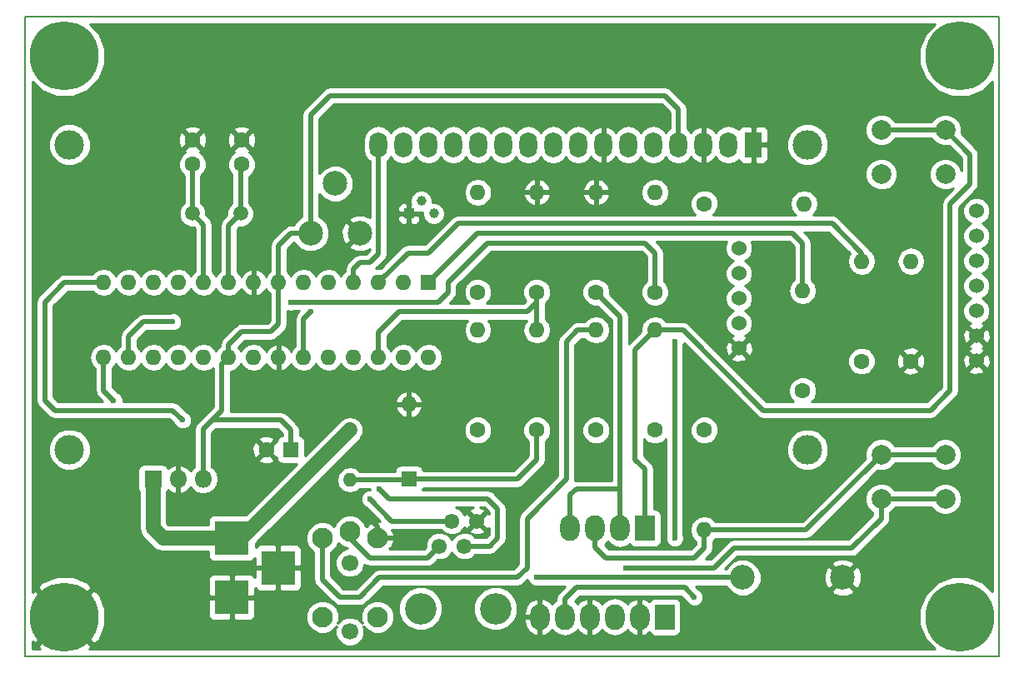
<source format=gbr>
%TF.GenerationSoftware,KiCad,Pcbnew,4.0.7-e2-6376~58~ubuntu16.04.1*%
%TF.CreationDate,2017-12-30T20:10:32+10:00*%
%TF.ProjectId,battmon0,626174746D6F6E302E6B696361645F70,rev?*%
%TF.FileFunction,Copper,L1,Top,Signal*%
%FSLAX46Y46*%
G04 Gerber Fmt 4.6, Leading zero omitted, Abs format (unit mm)*
G04 Created by KiCad (PCBNEW 4.0.7-e2-6376~58~ubuntu16.04.1) date Sat Dec 30 20:10:32 2017*
%MOMM*%
%LPD*%
G01*
G04 APERTURE LIST*
%ADD10C,0.100000*%
%ADD11C,0.150000*%
%ADD12C,2.499360*%
%ADD13R,1.600000X1.600000*%
%ADD14C,1.600000*%
%ADD15O,1.600000X1.600000*%
%ADD16R,1.800000X2.600000*%
%ADD17O,1.800000X2.600000*%
%ADD18C,3.000000*%
%ADD19R,3.500000X3.500000*%
%ADD20C,1.550000*%
%ADD21C,3.200000*%
%ADD22C,2.100000*%
%ADD23C,1.700000*%
%ADD24C,2.500000*%
%ADD25C,2.000000*%
%ADD26C,1.400000*%
%ADD27O,1.400000X1.400000*%
%ADD28C,1.524000*%
%ADD29C,1.500000*%
%ADD30R,2.000000X2.600000*%
%ADD31O,2.000000X2.600000*%
%ADD32R,1.800000X1.800000*%
%ADD33O,1.800000X1.800000*%
%ADD34C,1.000000*%
%ADD35R,1.000000X1.000000*%
%ADD36C,7.000000*%
%ADD37C,0.600000*%
%ADD38C,0.500000*%
%ADD39C,1.500000*%
%ADD40C,0.254000*%
G04 APERTURE END LIST*
D10*
D11*
X134000000Y-127000000D02*
X134000000Y-192000000D01*
X35000000Y-127000000D02*
X134000000Y-127000000D01*
X35000000Y-192000000D02*
X35000000Y-127000000D01*
X134000000Y-192000000D02*
X35000000Y-192000000D01*
D12*
X118080000Y-184000000D03*
X107920000Y-184000000D03*
D13*
X62000000Y-171000000D03*
D14*
X59500000Y-171000000D03*
X57000000Y-142000000D03*
X57000000Y-139500000D03*
X52000000Y-142000000D03*
X52000000Y-139500000D03*
D13*
X74000000Y-174000000D03*
D15*
X74000000Y-166380000D03*
D16*
X109000000Y-140000000D03*
D17*
X106460000Y-140000000D03*
X103920000Y-140000000D03*
X101380000Y-140000000D03*
X98840000Y-140000000D03*
X96300000Y-140000000D03*
X93760000Y-140000000D03*
X91220000Y-140000000D03*
X88680000Y-140000000D03*
X86140000Y-140000000D03*
X83600000Y-140000000D03*
X81060000Y-140000000D03*
X78520000Y-140000000D03*
X75980000Y-140000000D03*
X73440000Y-140000000D03*
X70900000Y-140000000D03*
D18*
X114499100Y-140000000D03*
X114499100Y-171000700D03*
X39500520Y-171000700D03*
X39500000Y-140000000D03*
D19*
X56000000Y-180000000D03*
X56000000Y-186000000D03*
X60700000Y-183000000D03*
D20*
X77095000Y-180800000D03*
X78365000Y-178260000D03*
X79635000Y-180800000D03*
X80905000Y-178260000D03*
D21*
X75190000Y-187150000D03*
X82810000Y-187150000D03*
D22*
X68000000Y-179300000D03*
X65200000Y-180000000D03*
X70800000Y-180000000D03*
X65200000Y-188000000D03*
X70800000Y-188000000D03*
D23*
X68000000Y-182500000D03*
X68000000Y-189500000D03*
D14*
X114000000Y-165000000D03*
D15*
X114000000Y-154840000D03*
D14*
X87000000Y-155000000D03*
D15*
X87000000Y-144840000D03*
D14*
X87000000Y-169000000D03*
D15*
X87000000Y-158840000D03*
D14*
X93000000Y-155000000D03*
D15*
X93000000Y-144840000D03*
D14*
X120000000Y-162000000D03*
D15*
X120000000Y-151840000D03*
D14*
X81000000Y-169000000D03*
D15*
X81000000Y-158840000D03*
D14*
X104000000Y-146000000D03*
D15*
X114160000Y-146000000D03*
D14*
X81000000Y-155000000D03*
D15*
X81000000Y-144840000D03*
D14*
X99000000Y-169000000D03*
D15*
X99000000Y-158840000D03*
D14*
X104000000Y-169000000D03*
D15*
X104000000Y-179160000D03*
D24*
X66500000Y-143960000D03*
X69000000Y-149000000D03*
X64000000Y-149000000D03*
D25*
X122000000Y-138500000D03*
X122000000Y-143000000D03*
X128500000Y-138500000D03*
X128500000Y-143000000D03*
X122000000Y-171500000D03*
X122000000Y-176000000D03*
X128500000Y-171500000D03*
X128500000Y-176000000D03*
D26*
X68000000Y-169000000D03*
D27*
X68000000Y-174080000D03*
D13*
X76000000Y-154000000D03*
D15*
X42980000Y-161620000D03*
X73460000Y-154000000D03*
X45520000Y-161620000D03*
X70920000Y-154000000D03*
X48060000Y-161620000D03*
X68380000Y-154000000D03*
X50600000Y-161620000D03*
X65840000Y-154000000D03*
X53140000Y-161620000D03*
X63300000Y-154000000D03*
X55680000Y-161620000D03*
X60760000Y-154000000D03*
X58220000Y-161620000D03*
X58220000Y-154000000D03*
X60760000Y-161620000D03*
X55680000Y-154000000D03*
X63300000Y-161620000D03*
X53140000Y-154000000D03*
X65840000Y-161620000D03*
X50600000Y-154000000D03*
X68380000Y-161620000D03*
X48060000Y-154000000D03*
X70920000Y-161620000D03*
X45520000Y-154000000D03*
X73460000Y-161620000D03*
X42980000Y-154000000D03*
X76000000Y-161620000D03*
D28*
X107540000Y-160700000D03*
X107540000Y-158160000D03*
X107540000Y-155620000D03*
X107540000Y-153080000D03*
X107540000Y-150540000D03*
X131670000Y-161970000D03*
X131670000Y-159430000D03*
X131670000Y-156890000D03*
X131670000Y-154350000D03*
X131670000Y-151810000D03*
X131670000Y-149270000D03*
X131670000Y-146730000D03*
D29*
X52000000Y-147000000D03*
X56880000Y-147000000D03*
D30*
X98000000Y-179000000D03*
D31*
X95460000Y-179000000D03*
X92920000Y-179000000D03*
X90380000Y-179000000D03*
D32*
X48000000Y-174000000D03*
D33*
X50540000Y-174000000D03*
X53080000Y-174000000D03*
D30*
X100000000Y-188000000D03*
D31*
X97460000Y-188000000D03*
X94920000Y-188000000D03*
X92380000Y-188000000D03*
X89840000Y-188000000D03*
X87300000Y-188000000D03*
D34*
X75270000Y-145730000D03*
X76540000Y-147000000D03*
D35*
X74000000Y-147000000D03*
D14*
X93000000Y-169000000D03*
D15*
X93000000Y-158840000D03*
D14*
X99000000Y-155000000D03*
D15*
X99000000Y-144840000D03*
D36*
X39000000Y-188000000D03*
X130000000Y-188000000D03*
X39000000Y-131000000D03*
X130000000Y-131000000D03*
D14*
X125000000Y-162000000D03*
D15*
X125000000Y-151840000D03*
D37*
X44000000Y-166000000D03*
X87000000Y-184000000D03*
X51000000Y-168000000D03*
X70000000Y-176000000D03*
X71000000Y-175000000D03*
X50000000Y-158000000D03*
X62000000Y-156000000D03*
X96000000Y-183000000D03*
X64000000Y-157000000D03*
X101000000Y-160000000D03*
X103000000Y-186000000D03*
X101000000Y-180000000D03*
D38*
X70800000Y-180000000D02*
X70800000Y-178800000D01*
X70800000Y-178800000D02*
X70000000Y-178000000D01*
X70800000Y-180000000D02*
X73000000Y-180000000D01*
X107920000Y-184000000D02*
X87000000Y-184000000D01*
X42980000Y-164980000D02*
X42980000Y-161620000D01*
X44000000Y-166000000D02*
X42980000Y-164980000D01*
X54000000Y-168000000D02*
X55000000Y-167000000D01*
X55000000Y-162300000D02*
X55680000Y-161620000D01*
X55000000Y-167000000D02*
X55000000Y-162300000D01*
X57000000Y-168000000D02*
X54000000Y-168000000D01*
X53080000Y-168920000D02*
X53080000Y-174000000D01*
X54000000Y-168000000D02*
X53080000Y-168920000D01*
X101380000Y-140000000D02*
X101380000Y-136380000D01*
X64000000Y-137000000D02*
X64000000Y-149000000D01*
X66000000Y-135000000D02*
X64000000Y-137000000D01*
X100000000Y-135000000D02*
X66000000Y-135000000D01*
X101380000Y-136380000D02*
X100000000Y-135000000D01*
X62000000Y-171000000D02*
X62000000Y-169000000D01*
X61000000Y-168000000D02*
X57000000Y-168000000D01*
X57000000Y-168000000D02*
X56000000Y-168000000D01*
X62000000Y-169000000D02*
X61000000Y-168000000D01*
X68000000Y-179300000D02*
X68000000Y-180000000D01*
X68000000Y-180000000D02*
X70000000Y-182000000D01*
X75895000Y-182000000D02*
X77095000Y-180800000D01*
X70000000Y-182000000D02*
X75895000Y-182000000D01*
X60760000Y-154000000D02*
X60760000Y-150240000D01*
X62000000Y-149000000D02*
X64000000Y-149000000D01*
X60760000Y-150240000D02*
X62000000Y-149000000D01*
X55680000Y-161620000D02*
X55680000Y-160320000D01*
X55680000Y-160320000D02*
X57000000Y-159000000D01*
X57000000Y-159000000D02*
X60000000Y-159000000D01*
X60000000Y-159000000D02*
X60760000Y-158240000D01*
X60760000Y-158240000D02*
X60760000Y-154000000D01*
X53080000Y-174000000D02*
X53080000Y-173920000D01*
X68380000Y-154000000D02*
X68380000Y-152620000D01*
X70900000Y-151100000D02*
X70900000Y-140000000D01*
X70000000Y-152000000D02*
X70900000Y-151100000D01*
X69000000Y-152000000D02*
X70000000Y-152000000D01*
X68380000Y-152620000D02*
X69000000Y-152000000D01*
D39*
X56000000Y-180000000D02*
X57000000Y-180000000D01*
X57000000Y-180000000D02*
X68000000Y-169000000D01*
X56000000Y-180000000D02*
X49000000Y-180000000D01*
X48000000Y-179000000D02*
X48000000Y-174000000D01*
X49000000Y-180000000D02*
X48000000Y-179000000D01*
D38*
X93000000Y-158840000D02*
X91160000Y-158840000D01*
X65200000Y-184200000D02*
X65200000Y-180000000D01*
X67000000Y-186000000D02*
X65200000Y-184200000D01*
X69000000Y-186000000D02*
X67000000Y-186000000D01*
X71000000Y-184000000D02*
X69000000Y-186000000D01*
X85000000Y-184000000D02*
X71000000Y-184000000D01*
X86000000Y-183000000D02*
X85000000Y-184000000D01*
X86000000Y-178000000D02*
X86000000Y-183000000D01*
X90000000Y-174000000D02*
X86000000Y-178000000D01*
X90000000Y-160000000D02*
X90000000Y-174000000D01*
X91160000Y-158840000D02*
X90000000Y-160000000D01*
X39000000Y-154000000D02*
X42980000Y-154000000D01*
X37000000Y-156000000D02*
X39000000Y-154000000D01*
X37000000Y-166000000D02*
X37000000Y-156000000D01*
X38000000Y-167000000D02*
X37000000Y-166000000D01*
X50000000Y-167000000D02*
X38000000Y-167000000D01*
X51000000Y-168000000D02*
X50000000Y-167000000D01*
X78365000Y-178260000D02*
X72260000Y-178260000D01*
X72260000Y-178260000D02*
X70000000Y-176000000D01*
X71000000Y-175000000D02*
X72000000Y-176000000D01*
X72000000Y-176000000D02*
X82000000Y-176000000D01*
X82000000Y-176000000D02*
X83000000Y-177000000D01*
X83000000Y-177000000D02*
X83000000Y-180000000D01*
X83000000Y-180000000D02*
X82200000Y-180800000D01*
X82200000Y-180800000D02*
X79635000Y-180800000D01*
X99000000Y-155000000D02*
X99000000Y-151000000D01*
X45520000Y-159480000D02*
X45520000Y-161620000D01*
X47000000Y-158000000D02*
X45520000Y-159480000D01*
X50000000Y-158000000D02*
X47000000Y-158000000D01*
X77000000Y-156000000D02*
X62000000Y-156000000D01*
X78000000Y-155000000D02*
X77000000Y-156000000D01*
X78000000Y-154000000D02*
X78000000Y-155000000D01*
X82000000Y-150000000D02*
X78000000Y-154000000D01*
X98000000Y-150000000D02*
X82000000Y-150000000D01*
X99000000Y-151000000D02*
X98000000Y-150000000D01*
X76000000Y-154000000D02*
X81000000Y-149000000D01*
X114000000Y-150000000D02*
X114000000Y-154840000D01*
X113000000Y-149000000D02*
X114000000Y-150000000D01*
X81000000Y-149000000D02*
X113000000Y-149000000D01*
X120000000Y-151840000D02*
X120000000Y-151000000D01*
X73920000Y-151000000D02*
X70920000Y-154000000D01*
X76000000Y-151000000D02*
X73920000Y-151000000D01*
X79000000Y-148000000D02*
X76000000Y-151000000D01*
X117000000Y-148000000D02*
X79000000Y-148000000D01*
X120000000Y-151000000D02*
X117000000Y-148000000D01*
X122000000Y-178000000D02*
X122000000Y-176000000D01*
X119000000Y-181000000D02*
X122000000Y-178000000D01*
X107000000Y-181000000D02*
X119000000Y-181000000D01*
X105000000Y-183000000D02*
X107000000Y-181000000D01*
X96000000Y-183000000D02*
X105000000Y-183000000D01*
X122000000Y-176000000D02*
X128500000Y-176000000D01*
X95460000Y-175000000D02*
X91000000Y-175000000D01*
X90380000Y-175620000D02*
X90380000Y-179000000D01*
X91000000Y-175000000D02*
X90380000Y-175620000D01*
X95460000Y-179000000D02*
X95460000Y-175000000D01*
X95460000Y-175000000D02*
X95460000Y-157460000D01*
X95460000Y-157460000D02*
X93000000Y-155000000D01*
X63300000Y-157700000D02*
X63300000Y-161620000D01*
X64000000Y-157000000D02*
X63300000Y-157700000D01*
X87000000Y-158840000D02*
X87000000Y-155000000D01*
X87000000Y-155000000D02*
X87000000Y-156000000D01*
X70920000Y-159080000D02*
X70920000Y-161620000D01*
X73000000Y-157000000D02*
X70920000Y-159080000D01*
X86000000Y-157000000D02*
X73000000Y-157000000D01*
X87000000Y-156000000D02*
X86000000Y-157000000D01*
X74000000Y-174000000D02*
X85000000Y-174000000D01*
X87000000Y-172000000D02*
X87000000Y-169000000D01*
X85000000Y-174000000D02*
X87000000Y-172000000D01*
X68000000Y-174080000D02*
X73920000Y-174080000D01*
X73920000Y-174080000D02*
X74000000Y-174000000D01*
X56880000Y-147000000D02*
X56880000Y-142120000D01*
X56880000Y-142120000D02*
X57000000Y-142000000D01*
X55680000Y-154000000D02*
X55680000Y-148200000D01*
X55680000Y-148200000D02*
X56880000Y-147000000D01*
X52000000Y-147000000D02*
X52000000Y-142000000D01*
X53140000Y-154000000D02*
X53140000Y-148140000D01*
X53140000Y-148140000D02*
X52000000Y-147000000D01*
X98000000Y-179000000D02*
X98000000Y-173000000D01*
X97000000Y-160840000D02*
X99000000Y-158840000D01*
X97000000Y-172000000D02*
X97000000Y-160840000D01*
X98000000Y-173000000D02*
X97000000Y-172000000D01*
X128500000Y-138500000D02*
X122000000Y-138500000D01*
X99000000Y-158840000D02*
X101840000Y-158840000D01*
X131000000Y-141000000D02*
X128500000Y-138500000D01*
X131000000Y-144000000D02*
X131000000Y-141000000D01*
X129000000Y-146000000D02*
X131000000Y-144000000D01*
X129000000Y-165000000D02*
X129000000Y-146000000D01*
X127000000Y-167000000D02*
X129000000Y-165000000D01*
X110000000Y-167000000D02*
X127000000Y-167000000D01*
X101840000Y-158840000D02*
X110000000Y-167000000D01*
X122000000Y-171500000D02*
X128500000Y-171500000D01*
X104000000Y-179160000D02*
X114340000Y-179160000D01*
X114340000Y-179160000D02*
X122000000Y-171500000D01*
X92920000Y-179000000D02*
X92920000Y-180920000D01*
X104000000Y-181000000D02*
X104000000Y-179160000D01*
X103000000Y-182000000D02*
X104000000Y-181000000D01*
X94000000Y-182000000D02*
X103000000Y-182000000D01*
X92920000Y-180920000D02*
X94000000Y-182000000D01*
X101000000Y-160000000D02*
X101000000Y-180000000D01*
X89840000Y-186160000D02*
X89840000Y-188000000D01*
X91000000Y-185000000D02*
X89840000Y-186160000D01*
X102000000Y-185000000D02*
X91000000Y-185000000D01*
X103000000Y-186000000D02*
X102000000Y-185000000D01*
D40*
G36*
X126496562Y-128654653D02*
X125865720Y-130173889D01*
X125864284Y-131818894D01*
X126492474Y-133339229D01*
X127654653Y-134503438D01*
X129173889Y-135134280D01*
X130818894Y-135135716D01*
X132339229Y-134507526D01*
X133290000Y-133558413D01*
X133290000Y-185442865D01*
X132345347Y-184496562D01*
X130826111Y-183865720D01*
X129181106Y-183864284D01*
X127660771Y-184492474D01*
X126496562Y-185654653D01*
X125865720Y-187173889D01*
X125864284Y-188818894D01*
X126492474Y-190339229D01*
X127441587Y-191290000D01*
X41522815Y-191290000D01*
X41777707Y-190957312D01*
X39000000Y-188179605D01*
X36222293Y-190957312D01*
X36477185Y-191290000D01*
X35710000Y-191290000D01*
X35710000Y-190522815D01*
X36042688Y-190777707D01*
X38820395Y-188000000D01*
X39179605Y-188000000D01*
X41957312Y-190777707D01*
X42483924Y-190374238D01*
X43127307Y-188860270D01*
X43142346Y-187215334D01*
X42767220Y-186285750D01*
X53615000Y-186285750D01*
X53615000Y-187876309D01*
X53711673Y-188109698D01*
X53890301Y-188288327D01*
X54123690Y-188385000D01*
X55714250Y-188385000D01*
X55873000Y-188226250D01*
X55873000Y-186127000D01*
X56127000Y-186127000D01*
X56127000Y-188226250D01*
X56285750Y-188385000D01*
X57876310Y-188385000D01*
X58000166Y-188333697D01*
X63514708Y-188333697D01*
X63770694Y-188953229D01*
X64244278Y-189427640D01*
X64863362Y-189684707D01*
X65533697Y-189685292D01*
X66153229Y-189429306D01*
X66611294Y-188972040D01*
X66515258Y-189203319D01*
X66514743Y-189794089D01*
X66740344Y-190340086D01*
X67157717Y-190758188D01*
X67703319Y-190984742D01*
X68294089Y-190985257D01*
X68840086Y-190759656D01*
X69258188Y-190342283D01*
X69484742Y-189796681D01*
X69485257Y-189205911D01*
X69388024Y-188970590D01*
X69844278Y-189427640D01*
X70463362Y-189684707D01*
X71133697Y-189685292D01*
X71753229Y-189429306D01*
X72227640Y-188955722D01*
X72484707Y-188336638D01*
X72485292Y-187666303D01*
X72454847Y-187592619D01*
X72954613Y-187592619D01*
X73294155Y-188414372D01*
X73922321Y-189043636D01*
X74743481Y-189384611D01*
X75632619Y-189385387D01*
X76454372Y-189045845D01*
X77083636Y-188417679D01*
X77424611Y-187596519D01*
X77424614Y-187592619D01*
X80574613Y-187592619D01*
X80914155Y-188414372D01*
X81542321Y-189043636D01*
X82363481Y-189384611D01*
X83252619Y-189385387D01*
X84074372Y-189045845D01*
X84703636Y-188417679D01*
X84824336Y-188127000D01*
X85665000Y-188127000D01*
X85665000Y-188427000D01*
X85838058Y-189043020D01*
X86233683Y-189545922D01*
X86791645Y-189859144D01*
X86919566Y-189890124D01*
X87173000Y-189770777D01*
X87173000Y-188127000D01*
X85665000Y-188127000D01*
X84824336Y-188127000D01*
X85044611Y-187596519D01*
X85044631Y-187573000D01*
X85665000Y-187573000D01*
X85665000Y-187873000D01*
X87173000Y-187873000D01*
X87173000Y-186229223D01*
X86919566Y-186109876D01*
X86791645Y-186140856D01*
X86233683Y-186454078D01*
X85838058Y-186956980D01*
X85665000Y-187573000D01*
X85044631Y-187573000D01*
X85045387Y-186707381D01*
X84705845Y-185885628D01*
X84077679Y-185256364D01*
X83256519Y-184915389D01*
X82367381Y-184914613D01*
X81545628Y-185254155D01*
X80916364Y-185882321D01*
X80575389Y-186703481D01*
X80574613Y-187592619D01*
X77424614Y-187592619D01*
X77425387Y-186707381D01*
X77085845Y-185885628D01*
X76457679Y-185256364D01*
X75636519Y-184915389D01*
X74747381Y-184914613D01*
X73925628Y-185254155D01*
X73296364Y-185882321D01*
X72955389Y-186703481D01*
X72954613Y-187592619D01*
X72454847Y-187592619D01*
X72229306Y-187046771D01*
X71755722Y-186572360D01*
X71136638Y-186315293D01*
X70466303Y-186314708D01*
X69846771Y-186570694D01*
X69372360Y-187044278D01*
X69115293Y-187663362D01*
X69114708Y-188333697D01*
X69242325Y-188642553D01*
X68842283Y-188241812D01*
X68296681Y-188015258D01*
X67705911Y-188014743D01*
X67159914Y-188240344D01*
X66758159Y-188641399D01*
X66884707Y-188336638D01*
X66885292Y-187666303D01*
X66629306Y-187046771D01*
X66155722Y-186572360D01*
X65536638Y-186315293D01*
X64866303Y-186314708D01*
X64246771Y-186570694D01*
X63772360Y-187044278D01*
X63515293Y-187663362D01*
X63514708Y-188333697D01*
X58000166Y-188333697D01*
X58109699Y-188288327D01*
X58288327Y-188109698D01*
X58385000Y-187876309D01*
X58385000Y-186285750D01*
X58226250Y-186127000D01*
X56127000Y-186127000D01*
X55873000Y-186127000D01*
X53773750Y-186127000D01*
X53615000Y-186285750D01*
X42767220Y-186285750D01*
X42526750Y-185689855D01*
X42483924Y-185625762D01*
X41957312Y-185222293D01*
X39179605Y-188000000D01*
X38820395Y-188000000D01*
X36042688Y-185222293D01*
X35710000Y-185477185D01*
X35710000Y-185042688D01*
X36222293Y-185042688D01*
X39000000Y-187820395D01*
X41777707Y-185042688D01*
X41374238Y-184516076D01*
X40450903Y-184123691D01*
X53615000Y-184123691D01*
X53615000Y-185714250D01*
X53773750Y-185873000D01*
X55873000Y-185873000D01*
X55873000Y-183773750D01*
X56127000Y-183773750D01*
X56127000Y-185873000D01*
X58226250Y-185873000D01*
X58385000Y-185714250D01*
X58385000Y-185045304D01*
X58411673Y-185109698D01*
X58590301Y-185288327D01*
X58823690Y-185385000D01*
X60414250Y-185385000D01*
X60573000Y-185226250D01*
X60573000Y-183127000D01*
X60827000Y-183127000D01*
X60827000Y-185226250D01*
X60985750Y-185385000D01*
X62576310Y-185385000D01*
X62809699Y-185288327D01*
X62988327Y-185109698D01*
X63085000Y-184876309D01*
X63085000Y-183285750D01*
X62926250Y-183127000D01*
X60827000Y-183127000D01*
X60573000Y-183127000D01*
X58473750Y-183127000D01*
X58315000Y-183285750D01*
X58315000Y-183954696D01*
X58288327Y-183890302D01*
X58109699Y-183711673D01*
X57876310Y-183615000D01*
X56285750Y-183615000D01*
X56127000Y-183773750D01*
X55873000Y-183773750D01*
X55714250Y-183615000D01*
X54123690Y-183615000D01*
X53890301Y-183711673D01*
X53711673Y-183890302D01*
X53615000Y-184123691D01*
X40450903Y-184123691D01*
X39860270Y-183872693D01*
X38215334Y-183857654D01*
X36689855Y-184473250D01*
X36625762Y-184516076D01*
X36222293Y-185042688D01*
X35710000Y-185042688D01*
X35710000Y-171423515D01*
X37365150Y-171423515D01*
X37689500Y-172208500D01*
X38289561Y-172809609D01*
X39073979Y-173135328D01*
X39923335Y-173136070D01*
X40708320Y-172811720D01*
X41309429Y-172211659D01*
X41635148Y-171427241D01*
X41635890Y-170577885D01*
X41311540Y-169792900D01*
X40711479Y-169191791D01*
X39927061Y-168866072D01*
X39077705Y-168865330D01*
X38292720Y-169189680D01*
X37691611Y-169789741D01*
X37365892Y-170574159D01*
X37365150Y-171423515D01*
X35710000Y-171423515D01*
X35710000Y-156000000D01*
X36114999Y-156000000D01*
X36115000Y-156000005D01*
X36115000Y-165999995D01*
X36114999Y-166000000D01*
X36165325Y-166253000D01*
X36182367Y-166338675D01*
X36310424Y-166530327D01*
X36374210Y-166625790D01*
X37374208Y-167625787D01*
X37374210Y-167625790D01*
X37515845Y-167720427D01*
X37661326Y-167817634D01*
X38000000Y-167885001D01*
X38000005Y-167885000D01*
X49633420Y-167885000D01*
X50157255Y-168408835D01*
X50206883Y-168528943D01*
X50469673Y-168792192D01*
X50813201Y-168934838D01*
X51185167Y-168935162D01*
X51528943Y-168793117D01*
X51792192Y-168530327D01*
X51934838Y-168186799D01*
X51935162Y-167814833D01*
X51793117Y-167471057D01*
X51530327Y-167207808D01*
X51409013Y-167157434D01*
X50625790Y-166374210D01*
X50444385Y-166253000D01*
X50338675Y-166182367D01*
X50282484Y-166171190D01*
X50000000Y-166114999D01*
X49999995Y-166115000D01*
X44934901Y-166115000D01*
X44935162Y-165814833D01*
X44793117Y-165471057D01*
X44530327Y-165207808D01*
X44409013Y-165157434D01*
X43865000Y-164613420D01*
X43865000Y-162749473D01*
X43994698Y-162662811D01*
X44250000Y-162280725D01*
X44505302Y-162662811D01*
X44970849Y-162973880D01*
X45520000Y-163083113D01*
X46069151Y-162973880D01*
X46534698Y-162662811D01*
X46790000Y-162280725D01*
X47045302Y-162662811D01*
X47510849Y-162973880D01*
X48060000Y-163083113D01*
X48609151Y-162973880D01*
X49074698Y-162662811D01*
X49330000Y-162280725D01*
X49585302Y-162662811D01*
X50050849Y-162973880D01*
X50600000Y-163083113D01*
X51149151Y-162973880D01*
X51614698Y-162662811D01*
X51870000Y-162280725D01*
X52125302Y-162662811D01*
X52590849Y-162973880D01*
X53140000Y-163083113D01*
X53689151Y-162973880D01*
X54115000Y-162689336D01*
X54115000Y-166633421D01*
X53374210Y-167374210D01*
X53374208Y-167374213D01*
X52454210Y-168294210D01*
X52262367Y-168581325D01*
X52262367Y-168581326D01*
X52194999Y-168920000D01*
X52195000Y-168920005D01*
X52195000Y-172760589D01*
X51964519Y-172914591D01*
X51805499Y-173152582D01*
X51447576Y-172762034D01*
X50904742Y-172508954D01*
X50667000Y-172629003D01*
X50667000Y-173873000D01*
X50687000Y-173873000D01*
X50687000Y-174127000D01*
X50667000Y-174127000D01*
X50667000Y-175370997D01*
X50904742Y-175491046D01*
X51447576Y-175237966D01*
X51805499Y-174847418D01*
X51964519Y-175085409D01*
X52462509Y-175418155D01*
X53049928Y-175535000D01*
X53110072Y-175535000D01*
X53697491Y-175418155D01*
X54195481Y-175085409D01*
X54528227Y-174587419D01*
X54645072Y-174000000D01*
X54528227Y-173412581D01*
X54195481Y-172914591D01*
X53965000Y-172760589D01*
X53965000Y-172007745D01*
X58671861Y-172007745D01*
X58745995Y-172253864D01*
X59283223Y-172446965D01*
X59853454Y-172419778D01*
X60254005Y-172253864D01*
X60328139Y-172007745D01*
X59500000Y-171179605D01*
X58671861Y-172007745D01*
X53965000Y-172007745D01*
X53965000Y-170783223D01*
X58053035Y-170783223D01*
X58080222Y-171353454D01*
X58246136Y-171754005D01*
X58492255Y-171828139D01*
X59320395Y-171000000D01*
X58492255Y-170171861D01*
X58246136Y-170245995D01*
X58053035Y-170783223D01*
X53965000Y-170783223D01*
X53965000Y-169992255D01*
X58671861Y-169992255D01*
X59500000Y-170820395D01*
X60328139Y-169992255D01*
X60254005Y-169746136D01*
X59716777Y-169553035D01*
X59146546Y-169580222D01*
X58745995Y-169746136D01*
X58671861Y-169992255D01*
X53965000Y-169992255D01*
X53965000Y-169286580D01*
X54366579Y-168885000D01*
X60633420Y-168885000D01*
X61115000Y-169366579D01*
X61115000Y-169568554D01*
X60964683Y-169596838D01*
X60748559Y-169735910D01*
X60603569Y-169948110D01*
X60555354Y-170186201D01*
X60507745Y-170171861D01*
X59679605Y-171000000D01*
X60507745Y-171828139D01*
X60555167Y-171813855D01*
X60596838Y-172035317D01*
X60735910Y-172251441D01*
X60948110Y-172396431D01*
X61200000Y-172447440D01*
X62593874Y-172447440D01*
X57438754Y-177602560D01*
X54250000Y-177602560D01*
X54014683Y-177646838D01*
X53798559Y-177785910D01*
X53653569Y-177998110D01*
X53602560Y-178250000D01*
X53602560Y-178615000D01*
X49573686Y-178615000D01*
X49385000Y-178426314D01*
X49385000Y-175314975D01*
X49496431Y-175151890D01*
X49506766Y-175100854D01*
X49632424Y-175237966D01*
X50175258Y-175491046D01*
X50413000Y-175370997D01*
X50413000Y-174127000D01*
X50393000Y-174127000D01*
X50393000Y-173873000D01*
X50413000Y-173873000D01*
X50413000Y-172629003D01*
X50175258Y-172508954D01*
X49632424Y-172762034D01*
X49509156Y-172896538D01*
X49503162Y-172864683D01*
X49364090Y-172648559D01*
X49151890Y-172503569D01*
X48900000Y-172452560D01*
X47100000Y-172452560D01*
X46864683Y-172496838D01*
X46648559Y-172635910D01*
X46503569Y-172848110D01*
X46452560Y-173100000D01*
X46452560Y-174900000D01*
X46496838Y-175135317D01*
X46615000Y-175318946D01*
X46615000Y-179000000D01*
X46720427Y-179530017D01*
X46957619Y-179885000D01*
X47020657Y-179979343D01*
X48020657Y-180979343D01*
X48469984Y-181279574D01*
X49000000Y-181385000D01*
X53602560Y-181385000D01*
X53602560Y-181750000D01*
X53646838Y-181985317D01*
X53785910Y-182201441D01*
X53998110Y-182346431D01*
X54250000Y-182397440D01*
X57750000Y-182397440D01*
X57985317Y-182353162D01*
X58201441Y-182214090D01*
X58315000Y-182047891D01*
X58315000Y-182714250D01*
X58473750Y-182873000D01*
X60573000Y-182873000D01*
X60573000Y-180773750D01*
X60827000Y-180773750D01*
X60827000Y-182873000D01*
X62926250Y-182873000D01*
X63085000Y-182714250D01*
X63085000Y-181123691D01*
X62988327Y-180890302D01*
X62809699Y-180711673D01*
X62576310Y-180615000D01*
X60985750Y-180615000D01*
X60827000Y-180773750D01*
X60573000Y-180773750D01*
X60414250Y-180615000D01*
X58823690Y-180615000D01*
X58590301Y-180711673D01*
X58411673Y-180890302D01*
X58397440Y-180924663D01*
X58397440Y-180561246D01*
X58624989Y-180333697D01*
X63514708Y-180333697D01*
X63770694Y-180953229D01*
X64244278Y-181427640D01*
X64315000Y-181457006D01*
X64315000Y-184199995D01*
X64314999Y-184200000D01*
X64350114Y-184376531D01*
X64382367Y-184538675D01*
X64551761Y-184792192D01*
X64574210Y-184825790D01*
X66374208Y-186625787D01*
X66374210Y-186625790D01*
X66623250Y-186792192D01*
X66661325Y-186817633D01*
X67000000Y-186885000D01*
X68999995Y-186885000D01*
X69000000Y-186885001D01*
X69282484Y-186828810D01*
X69338675Y-186817633D01*
X69625790Y-186625790D01*
X69625791Y-186625789D01*
X71366579Y-184885000D01*
X84999995Y-184885000D01*
X85000000Y-184885001D01*
X85297667Y-184825790D01*
X85338675Y-184817633D01*
X85625790Y-184625790D01*
X86065298Y-184186281D01*
X86206883Y-184528943D01*
X86469673Y-184792192D01*
X86813201Y-184934838D01*
X87185167Y-184935162D01*
X87306569Y-184885000D01*
X89863421Y-184885000D01*
X89214210Y-185534210D01*
X89022367Y-185821325D01*
X89022367Y-185821326D01*
X88954999Y-186160000D01*
X88955000Y-186160005D01*
X88955000Y-186324815D01*
X88683880Y-186505971D01*
X88556781Y-186696188D01*
X88366317Y-186454078D01*
X87808355Y-186140856D01*
X87680434Y-186109876D01*
X87427000Y-186229223D01*
X87427000Y-187873000D01*
X87447000Y-187873000D01*
X87447000Y-188127000D01*
X87427000Y-188127000D01*
X87427000Y-189770777D01*
X87680434Y-189890124D01*
X87808355Y-189859144D01*
X88366317Y-189545922D01*
X88556781Y-189303812D01*
X88683880Y-189494029D01*
X89214313Y-189848452D01*
X89840000Y-189972909D01*
X90465687Y-189848452D01*
X90996120Y-189494029D01*
X91123219Y-189303812D01*
X91313683Y-189545922D01*
X91871645Y-189859144D01*
X91999566Y-189890124D01*
X92253000Y-189770777D01*
X92253000Y-188127000D01*
X92233000Y-188127000D01*
X92233000Y-187873000D01*
X92253000Y-187873000D01*
X92253000Y-186229223D01*
X92507000Y-186229223D01*
X92507000Y-187873000D01*
X92527000Y-187873000D01*
X92527000Y-188127000D01*
X92507000Y-188127000D01*
X92507000Y-189770777D01*
X92760434Y-189890124D01*
X92888355Y-189859144D01*
X93446317Y-189545922D01*
X93636781Y-189303812D01*
X93763880Y-189494029D01*
X94294313Y-189848452D01*
X94920000Y-189972909D01*
X95545687Y-189848452D01*
X96076120Y-189494029D01*
X96203219Y-189303812D01*
X96393683Y-189545922D01*
X96951645Y-189859144D01*
X97079566Y-189890124D01*
X97333000Y-189770777D01*
X97333000Y-188127000D01*
X97313000Y-188127000D01*
X97313000Y-187873000D01*
X97333000Y-187873000D01*
X97333000Y-186229223D01*
X97587000Y-186229223D01*
X97587000Y-187873000D01*
X97607000Y-187873000D01*
X97607000Y-188127000D01*
X97587000Y-188127000D01*
X97587000Y-189770777D01*
X97840434Y-189890124D01*
X97968355Y-189859144D01*
X98436211Y-189596505D01*
X98535910Y-189751441D01*
X98748110Y-189896431D01*
X99000000Y-189947440D01*
X101000000Y-189947440D01*
X101235317Y-189903162D01*
X101451441Y-189764090D01*
X101596431Y-189551890D01*
X101647440Y-189300000D01*
X101647440Y-186700000D01*
X101603162Y-186464683D01*
X101464090Y-186248559D01*
X101251890Y-186103569D01*
X101000000Y-186052560D01*
X99000000Y-186052560D01*
X98764683Y-186096838D01*
X98548559Y-186235910D01*
X98434651Y-186402620D01*
X97968355Y-186140856D01*
X97840434Y-186109876D01*
X97587000Y-186229223D01*
X97333000Y-186229223D01*
X97079566Y-186109876D01*
X96951645Y-186140856D01*
X96393683Y-186454078D01*
X96203219Y-186696188D01*
X96076120Y-186505971D01*
X95545687Y-186151548D01*
X94920000Y-186027091D01*
X94294313Y-186151548D01*
X93763880Y-186505971D01*
X93636781Y-186696188D01*
X93446317Y-186454078D01*
X92888355Y-186140856D01*
X92760434Y-186109876D01*
X92507000Y-186229223D01*
X92253000Y-186229223D01*
X91999566Y-186109876D01*
X91871645Y-186140856D01*
X91313683Y-186454078D01*
X91123219Y-186696188D01*
X90996120Y-186505971D01*
X90845949Y-186405630D01*
X91366579Y-185885000D01*
X101633420Y-185885000D01*
X102157255Y-186408835D01*
X102206883Y-186528943D01*
X102469673Y-186792192D01*
X102813201Y-186934838D01*
X103185167Y-186935162D01*
X103528943Y-186793117D01*
X103792192Y-186530327D01*
X103934838Y-186186799D01*
X103935162Y-185814833D01*
X103793117Y-185471057D01*
X103530327Y-185207808D01*
X103409013Y-185157434D01*
X103136579Y-184885000D01*
X106246448Y-184885000D01*
X106321314Y-185066191D01*
X106851021Y-185596822D01*
X107543469Y-185884352D01*
X108293241Y-185885006D01*
X108986191Y-185598686D01*
X109252251Y-185333089D01*
X116926517Y-185333089D01*
X117055725Y-185625859D01*
X117755883Y-185894071D01*
X118505384Y-185873928D01*
X119104275Y-185625859D01*
X119233483Y-185333089D01*
X118080000Y-184179605D01*
X116926517Y-185333089D01*
X109252251Y-185333089D01*
X109516822Y-185068979D01*
X109804352Y-184376531D01*
X109804963Y-183675883D01*
X116185929Y-183675883D01*
X116206072Y-184425384D01*
X116454141Y-185024275D01*
X116746911Y-185153483D01*
X117900395Y-184000000D01*
X118259605Y-184000000D01*
X119413089Y-185153483D01*
X119705859Y-185024275D01*
X119974071Y-184324117D01*
X119953928Y-183574616D01*
X119705859Y-182975725D01*
X119413089Y-182846517D01*
X118259605Y-184000000D01*
X117900395Y-184000000D01*
X116746911Y-182846517D01*
X116454141Y-182975725D01*
X116185929Y-183675883D01*
X109804963Y-183675883D01*
X109805006Y-183626759D01*
X109518686Y-182933809D01*
X109252253Y-182666911D01*
X116926517Y-182666911D01*
X118080000Y-183820395D01*
X119233483Y-182666911D01*
X119104275Y-182374141D01*
X118404117Y-182105929D01*
X117654616Y-182126072D01*
X117055725Y-182374141D01*
X116926517Y-182666911D01*
X109252253Y-182666911D01*
X108988979Y-182403178D01*
X108296531Y-182115648D01*
X107546759Y-182114994D01*
X106853809Y-182401314D01*
X106323178Y-182931021D01*
X106246783Y-183115000D01*
X106136580Y-183115000D01*
X107366579Y-181885000D01*
X118999995Y-181885000D01*
X119000000Y-181885001D01*
X119282484Y-181828810D01*
X119338675Y-181817633D01*
X119625790Y-181625790D01*
X119625791Y-181625789D01*
X122625787Y-178625792D01*
X122625790Y-178625790D01*
X122817633Y-178338675D01*
X122861690Y-178117189D01*
X122885001Y-178000000D01*
X122885000Y-177999995D01*
X122885000Y-177403398D01*
X122924943Y-177386894D01*
X123385278Y-176927363D01*
X123402869Y-176885000D01*
X127096602Y-176885000D01*
X127113106Y-176924943D01*
X127572637Y-177385278D01*
X128173352Y-177634716D01*
X128823795Y-177635284D01*
X129424943Y-177386894D01*
X129885278Y-176927363D01*
X130134716Y-176326648D01*
X130135284Y-175676205D01*
X129886894Y-175075057D01*
X129427363Y-174614722D01*
X128826648Y-174365284D01*
X128176205Y-174364716D01*
X127575057Y-174613106D01*
X127114722Y-175072637D01*
X127097131Y-175115000D01*
X123403398Y-175115000D01*
X123386894Y-175075057D01*
X122927363Y-174614722D01*
X122326648Y-174365284D01*
X121676205Y-174364716D01*
X121075057Y-174613106D01*
X120614722Y-175072637D01*
X120365284Y-175673352D01*
X120364716Y-176323795D01*
X120613106Y-176924943D01*
X121072637Y-177385278D01*
X121115000Y-177402869D01*
X121115000Y-177633421D01*
X118633420Y-180115000D01*
X107000005Y-180115000D01*
X107000000Y-180114999D01*
X106675210Y-180179605D01*
X106661325Y-180182367D01*
X106374210Y-180374210D01*
X106374208Y-180374213D01*
X104633420Y-182115000D01*
X104136579Y-182115000D01*
X104625787Y-181625792D01*
X104625790Y-181625790D01*
X104793889Y-181374211D01*
X104817634Y-181338674D01*
X104885001Y-181000000D01*
X104885000Y-180999995D01*
X104885000Y-180289473D01*
X105014698Y-180202811D01*
X105120144Y-180045000D01*
X114339995Y-180045000D01*
X114340000Y-180045001D01*
X114622484Y-179988810D01*
X114678675Y-179977633D01*
X114965790Y-179785790D01*
X121633437Y-173118142D01*
X121673352Y-173134716D01*
X122323795Y-173135284D01*
X122924943Y-172886894D01*
X123385278Y-172427363D01*
X123402869Y-172385000D01*
X127096602Y-172385000D01*
X127113106Y-172424943D01*
X127572637Y-172885278D01*
X128173352Y-173134716D01*
X128823795Y-173135284D01*
X129424943Y-172886894D01*
X129885278Y-172427363D01*
X130134716Y-171826648D01*
X130135284Y-171176205D01*
X129886894Y-170575057D01*
X129427363Y-170114722D01*
X128826648Y-169865284D01*
X128176205Y-169864716D01*
X127575057Y-170113106D01*
X127114722Y-170572637D01*
X127097131Y-170615000D01*
X123403398Y-170615000D01*
X123386894Y-170575057D01*
X122927363Y-170114722D01*
X122326648Y-169865284D01*
X121676205Y-169864716D01*
X121075057Y-170113106D01*
X120614722Y-170572637D01*
X120365284Y-171173352D01*
X120364716Y-171823795D01*
X120382233Y-171866188D01*
X113973420Y-178275000D01*
X105120144Y-178275000D01*
X105014698Y-178117189D01*
X104549151Y-177806120D01*
X104000000Y-177696887D01*
X103450849Y-177806120D01*
X102985302Y-178117189D01*
X102674233Y-178582736D01*
X102565000Y-179131887D01*
X102565000Y-179188113D01*
X102674233Y-179737264D01*
X102985302Y-180202811D01*
X103115000Y-180289473D01*
X103115000Y-180633421D01*
X102633420Y-181115000D01*
X94366579Y-181115000D01*
X93877993Y-180626413D01*
X94076120Y-180494029D01*
X94190000Y-180323595D01*
X94303880Y-180494029D01*
X94834313Y-180848452D01*
X95460000Y-180972909D01*
X96085687Y-180848452D01*
X96444192Y-180608907D01*
X96535910Y-180751441D01*
X96748110Y-180896431D01*
X97000000Y-180947440D01*
X99000000Y-180947440D01*
X99235317Y-180903162D01*
X99451441Y-180764090D01*
X99596431Y-180551890D01*
X99647440Y-180300000D01*
X99647440Y-177700000D01*
X99603162Y-177464683D01*
X99464090Y-177248559D01*
X99251890Y-177103569D01*
X99000000Y-177052560D01*
X98885000Y-177052560D01*
X98885000Y-173000005D01*
X98885001Y-173000000D01*
X98817634Y-172661326D01*
X98744959Y-172552560D01*
X98625790Y-172374210D01*
X98625787Y-172374208D01*
X97885000Y-171633420D01*
X97885000Y-169914221D01*
X98186077Y-170215824D01*
X98713309Y-170434750D01*
X99284187Y-170435248D01*
X99811800Y-170217243D01*
X100115000Y-169914571D01*
X100115000Y-179693178D01*
X100065162Y-179813201D01*
X100064838Y-180185167D01*
X100206883Y-180528943D01*
X100469673Y-180792192D01*
X100813201Y-180934838D01*
X101185167Y-180935162D01*
X101528943Y-180793117D01*
X101792192Y-180530327D01*
X101934838Y-180186799D01*
X101935162Y-179814833D01*
X101885000Y-179693431D01*
X101885000Y-171423515D01*
X112363730Y-171423515D01*
X112688080Y-172208500D01*
X113288141Y-172809609D01*
X114072559Y-173135328D01*
X114921915Y-173136070D01*
X115706900Y-172811720D01*
X116308009Y-172211659D01*
X116633728Y-171427241D01*
X116634470Y-170577885D01*
X116310120Y-169792900D01*
X115710059Y-169191791D01*
X114925641Y-168866072D01*
X114076285Y-168865330D01*
X113291300Y-169189680D01*
X112690191Y-169789741D01*
X112364472Y-170574159D01*
X112363730Y-171423515D01*
X101885000Y-171423515D01*
X101885000Y-169284187D01*
X102564752Y-169284187D01*
X102782757Y-169811800D01*
X103186077Y-170215824D01*
X103713309Y-170434750D01*
X104284187Y-170435248D01*
X104811800Y-170217243D01*
X105215824Y-169813923D01*
X105434750Y-169286691D01*
X105435248Y-168715813D01*
X105217243Y-168188200D01*
X104813923Y-167784176D01*
X104286691Y-167565250D01*
X103715813Y-167564752D01*
X103188200Y-167782757D01*
X102784176Y-168186077D01*
X102565250Y-168713309D01*
X102564752Y-169284187D01*
X101885000Y-169284187D01*
X101885000Y-160306822D01*
X101934838Y-160186799D01*
X101934838Y-160186418D01*
X109374208Y-167625787D01*
X109374210Y-167625790D01*
X109661325Y-167817633D01*
X109717516Y-167828810D01*
X110000000Y-167885001D01*
X110000005Y-167885000D01*
X126999995Y-167885000D01*
X127000000Y-167885001D01*
X127282484Y-167828810D01*
X127338675Y-167817633D01*
X127625790Y-167625790D01*
X127625791Y-167625789D01*
X129625787Y-165625792D01*
X129625790Y-165625790D01*
X129817633Y-165338675D01*
X129821611Y-165318675D01*
X129885001Y-165000000D01*
X129885000Y-164999995D01*
X129885000Y-162950213D01*
X130869392Y-162950213D01*
X130938857Y-163192397D01*
X131462302Y-163379144D01*
X132017368Y-163351362D01*
X132401143Y-163192397D01*
X132470608Y-162950213D01*
X131670000Y-162149605D01*
X130869392Y-162950213D01*
X129885000Y-162950213D01*
X129885000Y-161762302D01*
X130260856Y-161762302D01*
X130288638Y-162317368D01*
X130447603Y-162701143D01*
X130689787Y-162770608D01*
X131490395Y-161970000D01*
X131849605Y-161970000D01*
X132650213Y-162770608D01*
X132892397Y-162701143D01*
X133079144Y-162177698D01*
X133051362Y-161622632D01*
X132892397Y-161238857D01*
X132650213Y-161169392D01*
X131849605Y-161970000D01*
X131490395Y-161970000D01*
X130689787Y-161169392D01*
X130447603Y-161238857D01*
X130260856Y-161762302D01*
X129885000Y-161762302D01*
X129885000Y-160410213D01*
X130869392Y-160410213D01*
X130938857Y-160652397D01*
X131062344Y-160696453D01*
X130938857Y-160747603D01*
X130869392Y-160989787D01*
X131670000Y-161790395D01*
X132470608Y-160989787D01*
X132401143Y-160747603D01*
X132277656Y-160703547D01*
X132401143Y-160652397D01*
X132470608Y-160410213D01*
X131670000Y-159609605D01*
X130869392Y-160410213D01*
X129885000Y-160410213D01*
X129885000Y-159222302D01*
X130260856Y-159222302D01*
X130288638Y-159777368D01*
X130447603Y-160161143D01*
X130689787Y-160230608D01*
X131490395Y-159430000D01*
X131849605Y-159430000D01*
X132650213Y-160230608D01*
X132892397Y-160161143D01*
X133079144Y-159637698D01*
X133051362Y-159082632D01*
X132892397Y-158698857D01*
X132650213Y-158629392D01*
X131849605Y-159430000D01*
X131490395Y-159430000D01*
X130689787Y-158629392D01*
X130447603Y-158698857D01*
X130260856Y-159222302D01*
X129885000Y-159222302D01*
X129885000Y-147006661D01*
X130272758Y-147006661D01*
X130484990Y-147520303D01*
X130877630Y-147913629D01*
X131085512Y-147999949D01*
X130879697Y-148084990D01*
X130486371Y-148477630D01*
X130273243Y-148990900D01*
X130272758Y-149546661D01*
X130484990Y-150060303D01*
X130877630Y-150453629D01*
X131085512Y-150539949D01*
X130879697Y-150624990D01*
X130486371Y-151017630D01*
X130273243Y-151530900D01*
X130272758Y-152086661D01*
X130484990Y-152600303D01*
X130877630Y-152993629D01*
X131085512Y-153079949D01*
X130879697Y-153164990D01*
X130486371Y-153557630D01*
X130273243Y-154070900D01*
X130272758Y-154626661D01*
X130484990Y-155140303D01*
X130877630Y-155533629D01*
X131085512Y-155619949D01*
X130879697Y-155704990D01*
X130486371Y-156097630D01*
X130273243Y-156610900D01*
X130272758Y-157166661D01*
X130484990Y-157680303D01*
X130877630Y-158073629D01*
X131069727Y-158153395D01*
X130938857Y-158207603D01*
X130869392Y-158449787D01*
X131670000Y-159250395D01*
X132470608Y-158449787D01*
X132401143Y-158207603D01*
X132260682Y-158157491D01*
X132460303Y-158075010D01*
X132853629Y-157682370D01*
X133066757Y-157169100D01*
X133067242Y-156613339D01*
X132855010Y-156099697D01*
X132462370Y-155706371D01*
X132254488Y-155620051D01*
X132460303Y-155535010D01*
X132853629Y-155142370D01*
X133066757Y-154629100D01*
X133067242Y-154073339D01*
X132855010Y-153559697D01*
X132462370Y-153166371D01*
X132254488Y-153080051D01*
X132460303Y-152995010D01*
X132853629Y-152602370D01*
X133066757Y-152089100D01*
X133067242Y-151533339D01*
X132855010Y-151019697D01*
X132462370Y-150626371D01*
X132254488Y-150540051D01*
X132460303Y-150455010D01*
X132853629Y-150062370D01*
X133066757Y-149549100D01*
X133067242Y-148993339D01*
X132855010Y-148479697D01*
X132462370Y-148086371D01*
X132254488Y-148000051D01*
X132460303Y-147915010D01*
X132853629Y-147522370D01*
X133066757Y-147009100D01*
X133067242Y-146453339D01*
X132855010Y-145939697D01*
X132462370Y-145546371D01*
X131949100Y-145333243D01*
X131393339Y-145332758D01*
X130879697Y-145544990D01*
X130486371Y-145937630D01*
X130273243Y-146450900D01*
X130272758Y-147006661D01*
X129885000Y-147006661D01*
X129885000Y-146366580D01*
X131625787Y-144625792D01*
X131625790Y-144625790D01*
X131817633Y-144338675D01*
X131818701Y-144333305D01*
X131885001Y-144000000D01*
X131885000Y-143999995D01*
X131885000Y-141000005D01*
X131885001Y-141000000D01*
X131817633Y-140661326D01*
X131817633Y-140661325D01*
X131625790Y-140374210D01*
X131625787Y-140374208D01*
X130118142Y-138866562D01*
X130134716Y-138826648D01*
X130135284Y-138176205D01*
X129886894Y-137575057D01*
X129427363Y-137114722D01*
X128826648Y-136865284D01*
X128176205Y-136864716D01*
X127575057Y-137113106D01*
X127114722Y-137572637D01*
X127097131Y-137615000D01*
X123403398Y-137615000D01*
X123386894Y-137575057D01*
X122927363Y-137114722D01*
X122326648Y-136865284D01*
X121676205Y-136864716D01*
X121075057Y-137113106D01*
X120614722Y-137572637D01*
X120365284Y-138173352D01*
X120364716Y-138823795D01*
X120613106Y-139424943D01*
X121072637Y-139885278D01*
X121673352Y-140134716D01*
X122323795Y-140135284D01*
X122924943Y-139886894D01*
X123385278Y-139427363D01*
X123402869Y-139385000D01*
X127096602Y-139385000D01*
X127113106Y-139424943D01*
X127572637Y-139885278D01*
X128173352Y-140134716D01*
X128823795Y-140135284D01*
X128866188Y-140117768D01*
X130115000Y-141366579D01*
X130115000Y-142627114D01*
X129886894Y-142075057D01*
X129427363Y-141614722D01*
X128826648Y-141365284D01*
X128176205Y-141364716D01*
X127575057Y-141613106D01*
X127114722Y-142072637D01*
X126865284Y-142673352D01*
X126864716Y-143323795D01*
X127113106Y-143924943D01*
X127572637Y-144385278D01*
X128173352Y-144634716D01*
X128823795Y-144635284D01*
X129316873Y-144431548D01*
X128374210Y-145374210D01*
X128182367Y-145661325D01*
X128182367Y-145661326D01*
X128114999Y-146000000D01*
X128115000Y-146000005D01*
X128115000Y-164633421D01*
X126633420Y-166115000D01*
X114914221Y-166115000D01*
X115215824Y-165813923D01*
X115434750Y-165286691D01*
X115435248Y-164715813D01*
X115217243Y-164188200D01*
X114813923Y-163784176D01*
X114286691Y-163565250D01*
X113715813Y-163564752D01*
X113188200Y-163782757D01*
X112784176Y-164186077D01*
X112565250Y-164713309D01*
X112564752Y-165284187D01*
X112782757Y-165811800D01*
X113085429Y-166115000D01*
X110366579Y-166115000D01*
X106535767Y-162284187D01*
X118564752Y-162284187D01*
X118782757Y-162811800D01*
X119186077Y-163215824D01*
X119713309Y-163434750D01*
X120284187Y-163435248D01*
X120811800Y-163217243D01*
X121021663Y-163007745D01*
X124171861Y-163007745D01*
X124245995Y-163253864D01*
X124783223Y-163446965D01*
X125353454Y-163419778D01*
X125754005Y-163253864D01*
X125828139Y-163007745D01*
X125000000Y-162179605D01*
X124171861Y-163007745D01*
X121021663Y-163007745D01*
X121215824Y-162813923D01*
X121434750Y-162286691D01*
X121435189Y-161783223D01*
X123553035Y-161783223D01*
X123580222Y-162353454D01*
X123746136Y-162754005D01*
X123992255Y-162828139D01*
X124820395Y-162000000D01*
X125179605Y-162000000D01*
X126007745Y-162828139D01*
X126253864Y-162754005D01*
X126446965Y-162216777D01*
X126419778Y-161646546D01*
X126253864Y-161245995D01*
X126007745Y-161171861D01*
X125179605Y-162000000D01*
X124820395Y-162000000D01*
X123992255Y-161171861D01*
X123746136Y-161245995D01*
X123553035Y-161783223D01*
X121435189Y-161783223D01*
X121435248Y-161715813D01*
X121217243Y-161188200D01*
X121021640Y-160992255D01*
X124171861Y-160992255D01*
X125000000Y-161820395D01*
X125828139Y-160992255D01*
X125754005Y-160746136D01*
X125216777Y-160553035D01*
X124646546Y-160580222D01*
X124245995Y-160746136D01*
X124171861Y-160992255D01*
X121021640Y-160992255D01*
X120813923Y-160784176D01*
X120286691Y-160565250D01*
X119715813Y-160564752D01*
X119188200Y-160782757D01*
X118784176Y-161186077D01*
X118565250Y-161713309D01*
X118564752Y-162284187D01*
X106535767Y-162284187D01*
X105931793Y-161680213D01*
X106739392Y-161680213D01*
X106808857Y-161922397D01*
X107332302Y-162109144D01*
X107887368Y-162081362D01*
X108271143Y-161922397D01*
X108340608Y-161680213D01*
X107540000Y-160879605D01*
X106739392Y-161680213D01*
X105931793Y-161680213D01*
X104743882Y-160492302D01*
X106130856Y-160492302D01*
X106158638Y-161047368D01*
X106317603Y-161431143D01*
X106559787Y-161500608D01*
X107360395Y-160700000D01*
X107719605Y-160700000D01*
X108520213Y-161500608D01*
X108762397Y-161431143D01*
X108949144Y-160907698D01*
X108921362Y-160352632D01*
X108762397Y-159968857D01*
X108520213Y-159899392D01*
X107719605Y-160700000D01*
X107360395Y-160700000D01*
X106559787Y-159899392D01*
X106317603Y-159968857D01*
X106130856Y-160492302D01*
X104743882Y-160492302D01*
X102465790Y-158214210D01*
X102418133Y-158182367D01*
X102178675Y-158022367D01*
X102122484Y-158011190D01*
X101840000Y-157954999D01*
X101839995Y-157955000D01*
X100120144Y-157955000D01*
X100014698Y-157797189D01*
X99549151Y-157486120D01*
X99000000Y-157376887D01*
X98450849Y-157486120D01*
X97985302Y-157797189D01*
X97674233Y-158262736D01*
X97565000Y-158811887D01*
X97565000Y-158868113D01*
X97590767Y-158997653D01*
X96374210Y-160214210D01*
X96345000Y-160257926D01*
X96345000Y-157460000D01*
X96277633Y-157121325D01*
X96085790Y-156834210D01*
X96085787Y-156834208D01*
X94434840Y-155183261D01*
X94435248Y-154715813D01*
X94217243Y-154188200D01*
X93813923Y-153784176D01*
X93286691Y-153565250D01*
X92715813Y-153564752D01*
X92188200Y-153782757D01*
X91784176Y-154186077D01*
X91565250Y-154713309D01*
X91564752Y-155284187D01*
X91782757Y-155811800D01*
X92186077Y-156215824D01*
X92713309Y-156434750D01*
X93183581Y-156435160D01*
X94575000Y-157826579D01*
X94575000Y-174115000D01*
X91000000Y-174115000D01*
X90856446Y-174143555D01*
X90885001Y-174000000D01*
X90885000Y-173999995D01*
X90885000Y-169284187D01*
X91564752Y-169284187D01*
X91782757Y-169811800D01*
X92186077Y-170215824D01*
X92713309Y-170434750D01*
X93284187Y-170435248D01*
X93811800Y-170217243D01*
X94215824Y-169813923D01*
X94434750Y-169286691D01*
X94435248Y-168715813D01*
X94217243Y-168188200D01*
X93813923Y-167784176D01*
X93286691Y-167565250D01*
X92715813Y-167564752D01*
X92188200Y-167782757D01*
X91784176Y-168186077D01*
X91565250Y-168713309D01*
X91564752Y-169284187D01*
X90885000Y-169284187D01*
X90885000Y-160366580D01*
X91526579Y-159725000D01*
X91879856Y-159725000D01*
X91985302Y-159882811D01*
X92450849Y-160193880D01*
X93000000Y-160303113D01*
X93549151Y-160193880D01*
X94014698Y-159882811D01*
X94325767Y-159417264D01*
X94435000Y-158868113D01*
X94435000Y-158811887D01*
X94325767Y-158262736D01*
X94014698Y-157797189D01*
X93549151Y-157486120D01*
X93000000Y-157376887D01*
X92450849Y-157486120D01*
X91985302Y-157797189D01*
X91879856Y-157955000D01*
X91160005Y-157955000D01*
X91160000Y-157954999D01*
X90877516Y-158011190D01*
X90821325Y-158022367D01*
X90534210Y-158214210D01*
X90534208Y-158214213D01*
X89374210Y-159374210D01*
X89182367Y-159661325D01*
X89182367Y-159661326D01*
X89114999Y-160000000D01*
X89115000Y-160000005D01*
X89115000Y-173633421D01*
X85374210Y-177374210D01*
X85182367Y-177661325D01*
X85182367Y-177661326D01*
X85114999Y-178000000D01*
X85115000Y-178000005D01*
X85115000Y-182633421D01*
X84633420Y-183115000D01*
X71000005Y-183115000D01*
X71000000Y-183114999D01*
X70661325Y-183182367D01*
X70374210Y-183374210D01*
X70374208Y-183374213D01*
X68633420Y-185115000D01*
X67366579Y-185115000D01*
X66085000Y-183833420D01*
X66085000Y-181457498D01*
X66153229Y-181429306D01*
X66627640Y-180955722D01*
X66816920Y-180499885D01*
X67044278Y-180727640D01*
X67663362Y-180984707D01*
X67733188Y-180984768D01*
X67763213Y-181014793D01*
X67705911Y-181014743D01*
X67159914Y-181240344D01*
X66741812Y-181657717D01*
X66515258Y-182203319D01*
X66514743Y-182794089D01*
X66740344Y-183340086D01*
X67157717Y-183758188D01*
X67703319Y-183984742D01*
X68294089Y-183985257D01*
X68840086Y-183759656D01*
X69258188Y-183342283D01*
X69484742Y-182796681D01*
X69484827Y-182699701D01*
X69661325Y-182817633D01*
X70000000Y-182885001D01*
X70000005Y-182885000D01*
X75894995Y-182885000D01*
X75895000Y-182885001D01*
X76177484Y-182828810D01*
X76233675Y-182817633D01*
X76520790Y-182625790D01*
X76936717Y-182209863D01*
X77374236Y-182210245D01*
X77892658Y-181996037D01*
X78289643Y-181599744D01*
X78364919Y-181418459D01*
X78438963Y-181597658D01*
X78835256Y-181994643D01*
X79353303Y-182209755D01*
X79914236Y-182210245D01*
X80432658Y-181996037D01*
X80744238Y-181685000D01*
X82199995Y-181685000D01*
X82200000Y-181685001D01*
X82497672Y-181625789D01*
X82538675Y-181617633D01*
X82825790Y-181425790D01*
X83625787Y-180625792D01*
X83625790Y-180625790D01*
X83817633Y-180338675D01*
X83830006Y-180276474D01*
X83885001Y-180000000D01*
X83885000Y-179999995D01*
X83885000Y-177000005D01*
X83885001Y-177000000D01*
X83817634Y-176661326D01*
X83713181Y-176505001D01*
X83625790Y-176374210D01*
X83625787Y-176374208D01*
X82625790Y-175374210D01*
X82610644Y-175364090D01*
X82338675Y-175182367D01*
X82282484Y-175171190D01*
X82000000Y-175114999D01*
X81999995Y-175115000D01*
X75353310Y-175115000D01*
X75396431Y-175051890D01*
X75430227Y-174885000D01*
X84999995Y-174885000D01*
X85000000Y-174885001D01*
X85282484Y-174828810D01*
X85338675Y-174817633D01*
X85625790Y-174625790D01*
X87625787Y-172625792D01*
X87625790Y-172625790D01*
X87817633Y-172338675D01*
X87834985Y-172251441D01*
X87885001Y-172000000D01*
X87885000Y-171999995D01*
X87885000Y-170144171D01*
X88215824Y-169813923D01*
X88434750Y-169286691D01*
X88435248Y-168715813D01*
X88217243Y-168188200D01*
X87813923Y-167784176D01*
X87286691Y-167565250D01*
X86715813Y-167564752D01*
X86188200Y-167782757D01*
X85784176Y-168186077D01*
X85565250Y-168713309D01*
X85564752Y-169284187D01*
X85782757Y-169811800D01*
X86115000Y-170144623D01*
X86115000Y-171633421D01*
X84633420Y-173115000D01*
X75431446Y-173115000D01*
X75403162Y-172964683D01*
X75264090Y-172748559D01*
X75051890Y-172603569D01*
X74800000Y-172552560D01*
X73200000Y-172552560D01*
X72964683Y-172596838D01*
X72748559Y-172735910D01*
X72603569Y-172948110D01*
X72553573Y-173195000D01*
X69000878Y-173195000D01*
X68943988Y-173109858D01*
X68510882Y-172820467D01*
X68000000Y-172718846D01*
X67489118Y-172820467D01*
X67056012Y-173109858D01*
X66766621Y-173542964D01*
X66665000Y-174053846D01*
X66665000Y-174106154D01*
X66766621Y-174617036D01*
X67056012Y-175050142D01*
X67489118Y-175339533D01*
X68000000Y-175441154D01*
X68510882Y-175339533D01*
X68943988Y-175050142D01*
X69000878Y-174965000D01*
X70065030Y-174965000D01*
X70064943Y-175065056D01*
X69814833Y-175064838D01*
X69471057Y-175206883D01*
X69207808Y-175469673D01*
X69065162Y-175813201D01*
X69064838Y-176185167D01*
X69206883Y-176528943D01*
X69469673Y-176792192D01*
X69590986Y-176842566D01*
X71053596Y-178305176D01*
X70406544Y-178327651D01*
X69895687Y-178539255D01*
X69790903Y-178811295D01*
X69676746Y-178697138D01*
X69604094Y-178769790D01*
X69429306Y-178346771D01*
X68955722Y-177872360D01*
X68336638Y-177615293D01*
X67666303Y-177614708D01*
X67046771Y-177870694D01*
X66572360Y-178344278D01*
X66383080Y-178800115D01*
X66155722Y-178572360D01*
X65536638Y-178315293D01*
X64866303Y-178314708D01*
X64246771Y-178570694D01*
X63772360Y-179044278D01*
X63515293Y-179663362D01*
X63514708Y-180333697D01*
X58624989Y-180333697D01*
X68979343Y-169979343D01*
X69121107Y-169767177D01*
X69131098Y-169757204D01*
X69136559Y-169744051D01*
X69279573Y-169530016D01*
X69328471Y-169284187D01*
X79564752Y-169284187D01*
X79782757Y-169811800D01*
X80186077Y-170215824D01*
X80713309Y-170434750D01*
X81284187Y-170435248D01*
X81811800Y-170217243D01*
X82215824Y-169813923D01*
X82434750Y-169286691D01*
X82435248Y-168715813D01*
X82217243Y-168188200D01*
X81813923Y-167784176D01*
X81286691Y-167565250D01*
X80715813Y-167564752D01*
X80188200Y-167782757D01*
X79784176Y-168186077D01*
X79565250Y-168713309D01*
X79564752Y-169284187D01*
X69328471Y-169284187D01*
X69329354Y-169279752D01*
X69334768Y-169266713D01*
X69334780Y-169252470D01*
X69385000Y-169000000D01*
X69335219Y-168749733D01*
X69335231Y-168735617D01*
X69329793Y-168722456D01*
X69279573Y-168469984D01*
X69137809Y-168257819D01*
X69132418Y-168244771D01*
X69122356Y-168234691D01*
X68979343Y-168020657D01*
X68767177Y-167878893D01*
X68757204Y-167868902D01*
X68744051Y-167863441D01*
X68530016Y-167720427D01*
X68279752Y-167670646D01*
X68266713Y-167665232D01*
X68252470Y-167665220D01*
X68000000Y-167615000D01*
X67749733Y-167664781D01*
X67735617Y-167664769D01*
X67722456Y-167670207D01*
X67469984Y-167720427D01*
X67257819Y-167862191D01*
X67244771Y-167867582D01*
X67234691Y-167877644D01*
X67020657Y-168020657D01*
X63447440Y-171593874D01*
X63447440Y-170200000D01*
X63403162Y-169964683D01*
X63264090Y-169748559D01*
X63051890Y-169603569D01*
X62885000Y-169569773D01*
X62885000Y-169000005D01*
X62885001Y-169000000D01*
X62817634Y-168661326D01*
X62729179Y-168528943D01*
X62625790Y-168374210D01*
X62625787Y-168374208D01*
X61625790Y-167374210D01*
X61572606Y-167338674D01*
X61338675Y-167182367D01*
X61282484Y-167171190D01*
X61000000Y-167114999D01*
X60999995Y-167115000D01*
X55862126Y-167115000D01*
X55885001Y-167000000D01*
X55885000Y-166999995D01*
X55885000Y-166729041D01*
X72608086Y-166729041D01*
X72847611Y-167235134D01*
X73262577Y-167611041D01*
X73650961Y-167771904D01*
X73873000Y-167649915D01*
X73873000Y-166507000D01*
X74127000Y-166507000D01*
X74127000Y-167649915D01*
X74349039Y-167771904D01*
X74737423Y-167611041D01*
X75152389Y-167235134D01*
X75391914Y-166729041D01*
X75270629Y-166507000D01*
X74127000Y-166507000D01*
X73873000Y-166507000D01*
X72729371Y-166507000D01*
X72608086Y-166729041D01*
X55885000Y-166729041D01*
X55885000Y-166030959D01*
X72608086Y-166030959D01*
X72729371Y-166253000D01*
X73873000Y-166253000D01*
X73873000Y-165110085D01*
X74127000Y-165110085D01*
X74127000Y-166253000D01*
X75270629Y-166253000D01*
X75391914Y-166030959D01*
X75152389Y-165524866D01*
X74737423Y-165148959D01*
X74349039Y-164988096D01*
X74127000Y-165110085D01*
X73873000Y-165110085D01*
X73650961Y-164988096D01*
X73262577Y-165148959D01*
X72847611Y-165524866D01*
X72608086Y-166030959D01*
X55885000Y-166030959D01*
X55885000Y-163042336D01*
X56229151Y-162973880D01*
X56694698Y-162662811D01*
X56950000Y-162280725D01*
X57205302Y-162662811D01*
X57670849Y-162973880D01*
X58220000Y-163083113D01*
X58769151Y-162973880D01*
X59234698Y-162662811D01*
X59504986Y-162258297D01*
X59607611Y-162475134D01*
X60022577Y-162851041D01*
X60410961Y-163011904D01*
X60633000Y-162889915D01*
X60633000Y-161747000D01*
X60613000Y-161747000D01*
X60613000Y-161493000D01*
X60633000Y-161493000D01*
X60633000Y-160350085D01*
X60410961Y-160228096D01*
X60022577Y-160388959D01*
X59607611Y-160764866D01*
X59504986Y-160981703D01*
X59234698Y-160577189D01*
X58769151Y-160266120D01*
X58220000Y-160156887D01*
X57670849Y-160266120D01*
X57205302Y-160577189D01*
X56950000Y-160959275D01*
X56694698Y-160577189D01*
X56682525Y-160569055D01*
X57366579Y-159885000D01*
X59999995Y-159885000D01*
X60000000Y-159885001D01*
X60282484Y-159828810D01*
X60338675Y-159817633D01*
X60625790Y-159625790D01*
X60625791Y-159625789D01*
X61385787Y-158865792D01*
X61385790Y-158865790D01*
X61577633Y-158578675D01*
X61645000Y-158240000D01*
X61645000Y-156864994D01*
X61813201Y-156934838D01*
X62185167Y-156935162D01*
X62306569Y-156885000D01*
X62863420Y-156885000D01*
X62674210Y-157074210D01*
X62482367Y-157361325D01*
X62482367Y-157361326D01*
X62414999Y-157700000D01*
X62415000Y-157700005D01*
X62415000Y-160490527D01*
X62285302Y-160577189D01*
X62015014Y-160981703D01*
X61912389Y-160764866D01*
X61497423Y-160388959D01*
X61109039Y-160228096D01*
X60887000Y-160350085D01*
X60887000Y-161493000D01*
X60907000Y-161493000D01*
X60907000Y-161747000D01*
X60887000Y-161747000D01*
X60887000Y-162889915D01*
X61109039Y-163011904D01*
X61497423Y-162851041D01*
X61912389Y-162475134D01*
X62015014Y-162258297D01*
X62285302Y-162662811D01*
X62750849Y-162973880D01*
X63300000Y-163083113D01*
X63849151Y-162973880D01*
X64314698Y-162662811D01*
X64570000Y-162280725D01*
X64825302Y-162662811D01*
X65290849Y-162973880D01*
X65840000Y-163083113D01*
X66389151Y-162973880D01*
X66854698Y-162662811D01*
X67110000Y-162280725D01*
X67365302Y-162662811D01*
X67830849Y-162973880D01*
X68380000Y-163083113D01*
X68929151Y-162973880D01*
X69394698Y-162662811D01*
X69650000Y-162280725D01*
X69905302Y-162662811D01*
X70370849Y-162973880D01*
X70920000Y-163083113D01*
X71469151Y-162973880D01*
X71934698Y-162662811D01*
X72190000Y-162280725D01*
X72445302Y-162662811D01*
X72910849Y-162973880D01*
X73460000Y-163083113D01*
X74009151Y-162973880D01*
X74474698Y-162662811D01*
X74730000Y-162280725D01*
X74985302Y-162662811D01*
X75450849Y-162973880D01*
X76000000Y-163083113D01*
X76549151Y-162973880D01*
X77014698Y-162662811D01*
X77325767Y-162197264D01*
X77435000Y-161648113D01*
X77435000Y-161591887D01*
X77325767Y-161042736D01*
X77014698Y-160577189D01*
X76549151Y-160266120D01*
X76000000Y-160156887D01*
X75450849Y-160266120D01*
X74985302Y-160577189D01*
X74730000Y-160959275D01*
X74474698Y-160577189D01*
X74009151Y-160266120D01*
X73460000Y-160156887D01*
X72910849Y-160266120D01*
X72445302Y-160577189D01*
X72190000Y-160959275D01*
X71934698Y-160577189D01*
X71805000Y-160490527D01*
X71805000Y-159446580D01*
X73366579Y-157885000D01*
X79926628Y-157885000D01*
X79674233Y-158262736D01*
X79565000Y-158811887D01*
X79565000Y-158868113D01*
X79674233Y-159417264D01*
X79985302Y-159882811D01*
X80450849Y-160193880D01*
X81000000Y-160303113D01*
X81549151Y-160193880D01*
X82014698Y-159882811D01*
X82325767Y-159417264D01*
X82435000Y-158868113D01*
X82435000Y-158811887D01*
X82325767Y-158262736D01*
X82073372Y-157885000D01*
X85926628Y-157885000D01*
X85674233Y-158262736D01*
X85565000Y-158811887D01*
X85565000Y-158868113D01*
X85674233Y-159417264D01*
X85985302Y-159882811D01*
X86450849Y-160193880D01*
X87000000Y-160303113D01*
X87549151Y-160193880D01*
X88014698Y-159882811D01*
X88325767Y-159417264D01*
X88435000Y-158868113D01*
X88435000Y-158811887D01*
X88325767Y-158262736D01*
X88014698Y-157797189D01*
X87885000Y-157710527D01*
X87885000Y-156144171D01*
X88215824Y-155813923D01*
X88434750Y-155286691D01*
X88435248Y-154715813D01*
X88217243Y-154188200D01*
X87813923Y-153784176D01*
X87286691Y-153565250D01*
X86715813Y-153564752D01*
X86188200Y-153782757D01*
X85784176Y-154186077D01*
X85565250Y-154713309D01*
X85564752Y-155284187D01*
X85782757Y-155811800D01*
X85859622Y-155888799D01*
X85633420Y-156115000D01*
X81914221Y-156115000D01*
X82215824Y-155813923D01*
X82434750Y-155286691D01*
X82435248Y-154715813D01*
X82217243Y-154188200D01*
X81813923Y-153784176D01*
X81286691Y-153565250D01*
X80715813Y-153564752D01*
X80188200Y-153782757D01*
X79784176Y-154186077D01*
X79565250Y-154713309D01*
X79564752Y-155284187D01*
X79782757Y-155811800D01*
X80085429Y-156115000D01*
X78136579Y-156115000D01*
X78625787Y-155625792D01*
X78625790Y-155625790D01*
X78765122Y-155417264D01*
X78817634Y-155338674D01*
X78885001Y-155000000D01*
X78885000Y-154999995D01*
X78885000Y-154366580D01*
X82366579Y-150885000D01*
X97633420Y-150885000D01*
X98115000Y-151366579D01*
X98115000Y-153855829D01*
X97784176Y-154186077D01*
X97565250Y-154713309D01*
X97564752Y-155284187D01*
X97782757Y-155811800D01*
X98186077Y-156215824D01*
X98713309Y-156434750D01*
X99284187Y-156435248D01*
X99811800Y-156217243D01*
X100215824Y-155813923D01*
X100434750Y-155286691D01*
X100435248Y-154715813D01*
X100217243Y-154188200D01*
X99885000Y-153855377D01*
X99885000Y-151000005D01*
X99885001Y-151000000D01*
X99817634Y-150661326D01*
X99692608Y-150474211D01*
X99625790Y-150374210D01*
X99625787Y-150374208D01*
X99136579Y-149885000D01*
X106299330Y-149885000D01*
X106143243Y-150260900D01*
X106142758Y-150816661D01*
X106354990Y-151330303D01*
X106747630Y-151723629D01*
X106955512Y-151809949D01*
X106749697Y-151894990D01*
X106356371Y-152287630D01*
X106143243Y-152800900D01*
X106142758Y-153356661D01*
X106354990Y-153870303D01*
X106747630Y-154263629D01*
X106955512Y-154349949D01*
X106749697Y-154434990D01*
X106356371Y-154827630D01*
X106143243Y-155340900D01*
X106142758Y-155896661D01*
X106354990Y-156410303D01*
X106747630Y-156803629D01*
X106955512Y-156889949D01*
X106749697Y-156974990D01*
X106356371Y-157367630D01*
X106143243Y-157880900D01*
X106142758Y-158436661D01*
X106354990Y-158950303D01*
X106747630Y-159343629D01*
X106939727Y-159423395D01*
X106808857Y-159477603D01*
X106739392Y-159719787D01*
X107540000Y-160520395D01*
X108340608Y-159719787D01*
X108271143Y-159477603D01*
X108130682Y-159427491D01*
X108330303Y-159345010D01*
X108723629Y-158952370D01*
X108936757Y-158439100D01*
X108937242Y-157883339D01*
X108725010Y-157369697D01*
X108332370Y-156976371D01*
X108124488Y-156890051D01*
X108330303Y-156805010D01*
X108723629Y-156412370D01*
X108936757Y-155899100D01*
X108937242Y-155343339D01*
X108725010Y-154829697D01*
X108332370Y-154436371D01*
X108124488Y-154350051D01*
X108330303Y-154265010D01*
X108723629Y-153872370D01*
X108936757Y-153359100D01*
X108937242Y-152803339D01*
X108725010Y-152289697D01*
X108332370Y-151896371D01*
X108124488Y-151810051D01*
X108330303Y-151725010D01*
X108723629Y-151332370D01*
X108936757Y-150819100D01*
X108937242Y-150263339D01*
X108780916Y-149885000D01*
X112633420Y-149885000D01*
X113115000Y-150366579D01*
X113115000Y-153710527D01*
X112985302Y-153797189D01*
X112674233Y-154262736D01*
X112565000Y-154811887D01*
X112565000Y-154868113D01*
X112674233Y-155417264D01*
X112985302Y-155882811D01*
X113450849Y-156193880D01*
X114000000Y-156303113D01*
X114549151Y-156193880D01*
X115014698Y-155882811D01*
X115325767Y-155417264D01*
X115435000Y-154868113D01*
X115435000Y-154811887D01*
X115325767Y-154262736D01*
X115014698Y-153797189D01*
X114885000Y-153710527D01*
X114885000Y-150000005D01*
X114885001Y-150000000D01*
X114817634Y-149661326D01*
X114657967Y-149422367D01*
X114625790Y-149374210D01*
X114625787Y-149374208D01*
X114136579Y-148885000D01*
X116633420Y-148885000D01*
X118809186Y-151060765D01*
X118674233Y-151262736D01*
X118565000Y-151811887D01*
X118565000Y-151868113D01*
X118674233Y-152417264D01*
X118985302Y-152882811D01*
X119450849Y-153193880D01*
X120000000Y-153303113D01*
X120549151Y-153193880D01*
X121014698Y-152882811D01*
X121325767Y-152417264D01*
X121435000Y-151868113D01*
X121435000Y-151811887D01*
X123565000Y-151811887D01*
X123565000Y-151868113D01*
X123674233Y-152417264D01*
X123985302Y-152882811D01*
X124450849Y-153193880D01*
X125000000Y-153303113D01*
X125549151Y-153193880D01*
X126014698Y-152882811D01*
X126325767Y-152417264D01*
X126435000Y-151868113D01*
X126435000Y-151811887D01*
X126325767Y-151262736D01*
X126014698Y-150797189D01*
X125549151Y-150486120D01*
X125000000Y-150376887D01*
X124450849Y-150486120D01*
X123985302Y-150797189D01*
X123674233Y-151262736D01*
X123565000Y-151811887D01*
X121435000Y-151811887D01*
X121325767Y-151262736D01*
X121014698Y-150797189D01*
X120818594Y-150666156D01*
X120817633Y-150661326D01*
X120817633Y-150661325D01*
X120625790Y-150374210D01*
X120625787Y-150374208D01*
X117625790Y-147374210D01*
X117572606Y-147338674D01*
X117338675Y-147182367D01*
X117282484Y-147171190D01*
X117000000Y-147114999D01*
X116999995Y-147115000D01*
X115052699Y-147115000D01*
X115202811Y-147014698D01*
X115513880Y-146549151D01*
X115623113Y-146000000D01*
X115513880Y-145450849D01*
X115202811Y-144985302D01*
X114737264Y-144674233D01*
X114188113Y-144565000D01*
X114131887Y-144565000D01*
X113582736Y-144674233D01*
X113117189Y-144985302D01*
X112806120Y-145450849D01*
X112696887Y-146000000D01*
X112806120Y-146549151D01*
X113117189Y-147014698D01*
X113267301Y-147115000D01*
X104914221Y-147115000D01*
X105215824Y-146813923D01*
X105434750Y-146286691D01*
X105435248Y-145715813D01*
X105217243Y-145188200D01*
X104813923Y-144784176D01*
X104286691Y-144565250D01*
X103715813Y-144564752D01*
X103188200Y-144782757D01*
X102784176Y-145186077D01*
X102565250Y-145713309D01*
X102564752Y-146284187D01*
X102782757Y-146811800D01*
X103085429Y-147115000D01*
X79000005Y-147115000D01*
X79000000Y-147114999D01*
X78717516Y-147171190D01*
X78661325Y-147182367D01*
X78374210Y-147374210D01*
X78374208Y-147374213D01*
X75633420Y-150115000D01*
X73920005Y-150115000D01*
X73920000Y-150114999D01*
X73637516Y-150171190D01*
X73581325Y-150182367D01*
X73294210Y-150374210D01*
X73294208Y-150374213D01*
X71096438Y-152571983D01*
X70920000Y-152536887D01*
X70663715Y-152587865D01*
X71525787Y-151725792D01*
X71525790Y-151725790D01*
X71717633Y-151438675D01*
X71730456Y-151374210D01*
X71785001Y-151100000D01*
X71785000Y-151099995D01*
X71785000Y-147285750D01*
X72865000Y-147285750D01*
X72865000Y-147626309D01*
X72961673Y-147859698D01*
X73140301Y-148038327D01*
X73373690Y-148135000D01*
X73714250Y-148135000D01*
X73873000Y-147976250D01*
X73873000Y-147127000D01*
X74127000Y-147127000D01*
X74127000Y-147976250D01*
X74285750Y-148135000D01*
X74626310Y-148135000D01*
X74859699Y-148038327D01*
X75038327Y-147859698D01*
X75135000Y-147626309D01*
X75135000Y-147285750D01*
X74976250Y-147127000D01*
X74127000Y-147127000D01*
X73873000Y-147127000D01*
X73023750Y-147127000D01*
X72865000Y-147285750D01*
X71785000Y-147285750D01*
X71785000Y-146373691D01*
X72865000Y-146373691D01*
X72865000Y-146714250D01*
X73023750Y-146873000D01*
X73873000Y-146873000D01*
X73873000Y-146023750D01*
X74127000Y-146023750D01*
X74127000Y-146873000D01*
X74976250Y-146873000D01*
X75001698Y-146847552D01*
X75043244Y-146864803D01*
X75405117Y-146865119D01*
X75404803Y-147224775D01*
X75577233Y-147642086D01*
X75896235Y-147961645D01*
X76313244Y-148134803D01*
X76764775Y-148135197D01*
X77182086Y-147962767D01*
X77501645Y-147643765D01*
X77674803Y-147226756D01*
X77675197Y-146775225D01*
X77502767Y-146357914D01*
X77183765Y-146038355D01*
X76766756Y-145865197D01*
X76404883Y-145864881D01*
X76405197Y-145505225D01*
X76232767Y-145087914D01*
X75957222Y-144811887D01*
X79565000Y-144811887D01*
X79565000Y-144868113D01*
X79674233Y-145417264D01*
X79985302Y-145882811D01*
X80450849Y-146193880D01*
X81000000Y-146303113D01*
X81549151Y-146193880D01*
X82014698Y-145882811D01*
X82325767Y-145417264D01*
X82371163Y-145189041D01*
X85608086Y-145189041D01*
X85847611Y-145695134D01*
X86262577Y-146071041D01*
X86650961Y-146231904D01*
X86873000Y-146109915D01*
X86873000Y-144967000D01*
X87127000Y-144967000D01*
X87127000Y-146109915D01*
X87349039Y-146231904D01*
X87737423Y-146071041D01*
X88152389Y-145695134D01*
X88391914Y-145189041D01*
X91608086Y-145189041D01*
X91847611Y-145695134D01*
X92262577Y-146071041D01*
X92650961Y-146231904D01*
X92873000Y-146109915D01*
X92873000Y-144967000D01*
X93127000Y-144967000D01*
X93127000Y-146109915D01*
X93349039Y-146231904D01*
X93737423Y-146071041D01*
X94152389Y-145695134D01*
X94391914Y-145189041D01*
X94270629Y-144967000D01*
X93127000Y-144967000D01*
X92873000Y-144967000D01*
X91729371Y-144967000D01*
X91608086Y-145189041D01*
X88391914Y-145189041D01*
X88270629Y-144967000D01*
X87127000Y-144967000D01*
X86873000Y-144967000D01*
X85729371Y-144967000D01*
X85608086Y-145189041D01*
X82371163Y-145189041D01*
X82435000Y-144868113D01*
X82435000Y-144811887D01*
X97565000Y-144811887D01*
X97565000Y-144868113D01*
X97674233Y-145417264D01*
X97985302Y-145882811D01*
X98450849Y-146193880D01*
X99000000Y-146303113D01*
X99549151Y-146193880D01*
X100014698Y-145882811D01*
X100325767Y-145417264D01*
X100435000Y-144868113D01*
X100435000Y-144811887D01*
X100325767Y-144262736D01*
X100014698Y-143797189D01*
X99549151Y-143486120D01*
X99000000Y-143376887D01*
X98450849Y-143486120D01*
X97985302Y-143797189D01*
X97674233Y-144262736D01*
X97565000Y-144811887D01*
X82435000Y-144811887D01*
X82371164Y-144490959D01*
X85608086Y-144490959D01*
X85729371Y-144713000D01*
X86873000Y-144713000D01*
X86873000Y-143570085D01*
X87127000Y-143570085D01*
X87127000Y-144713000D01*
X88270629Y-144713000D01*
X88391914Y-144490959D01*
X91608086Y-144490959D01*
X91729371Y-144713000D01*
X92873000Y-144713000D01*
X92873000Y-143570085D01*
X93127000Y-143570085D01*
X93127000Y-144713000D01*
X94270629Y-144713000D01*
X94391914Y-144490959D01*
X94152389Y-143984866D01*
X93737423Y-143608959D01*
X93349039Y-143448096D01*
X93127000Y-143570085D01*
X92873000Y-143570085D01*
X92650961Y-143448096D01*
X92262577Y-143608959D01*
X91847611Y-143984866D01*
X91608086Y-144490959D01*
X88391914Y-144490959D01*
X88152389Y-143984866D01*
X87737423Y-143608959D01*
X87349039Y-143448096D01*
X87127000Y-143570085D01*
X86873000Y-143570085D01*
X86650961Y-143448096D01*
X86262577Y-143608959D01*
X85847611Y-143984866D01*
X85608086Y-144490959D01*
X82371164Y-144490959D01*
X82325767Y-144262736D01*
X82014698Y-143797189D01*
X81549151Y-143486120D01*
X81000000Y-143376887D01*
X80450849Y-143486120D01*
X79985302Y-143797189D01*
X79674233Y-144262736D01*
X79565000Y-144811887D01*
X75957222Y-144811887D01*
X75913765Y-144768355D01*
X75496756Y-144595197D01*
X75045225Y-144594803D01*
X74627914Y-144767233D01*
X74308355Y-145086235D01*
X74135197Y-145503244D01*
X74134803Y-145954775D01*
X74152689Y-145998061D01*
X74127000Y-146023750D01*
X73873000Y-146023750D01*
X73714250Y-145865000D01*
X73373690Y-145865000D01*
X73140301Y-145961673D01*
X72961673Y-146140302D01*
X72865000Y-146373691D01*
X71785000Y-146373691D01*
X71785000Y-143323795D01*
X120364716Y-143323795D01*
X120613106Y-143924943D01*
X121072637Y-144385278D01*
X121673352Y-144634716D01*
X122323795Y-144635284D01*
X122924943Y-144386894D01*
X123385278Y-143927363D01*
X123634716Y-143326648D01*
X123635284Y-142676205D01*
X123386894Y-142075057D01*
X122927363Y-141614722D01*
X122326648Y-141365284D01*
X121676205Y-141364716D01*
X121075057Y-141613106D01*
X120614722Y-142072637D01*
X120365284Y-142673352D01*
X120364716Y-143323795D01*
X71785000Y-143323795D01*
X71785000Y-141657227D01*
X71985409Y-141523318D01*
X72170000Y-141247058D01*
X72354591Y-141523318D01*
X72852581Y-141856064D01*
X73440000Y-141972909D01*
X74027419Y-141856064D01*
X74525409Y-141523318D01*
X74710000Y-141247058D01*
X74894591Y-141523318D01*
X75392581Y-141856064D01*
X75980000Y-141972909D01*
X76567419Y-141856064D01*
X77065409Y-141523318D01*
X77250000Y-141247058D01*
X77434591Y-141523318D01*
X77932581Y-141856064D01*
X78520000Y-141972909D01*
X79107419Y-141856064D01*
X79605409Y-141523318D01*
X79790000Y-141247058D01*
X79974591Y-141523318D01*
X80472581Y-141856064D01*
X81060000Y-141972909D01*
X81647419Y-141856064D01*
X82145409Y-141523318D01*
X82330000Y-141247058D01*
X82514591Y-141523318D01*
X83012581Y-141856064D01*
X83600000Y-141972909D01*
X84187419Y-141856064D01*
X84685409Y-141523318D01*
X84870000Y-141247058D01*
X85054591Y-141523318D01*
X85552581Y-141856064D01*
X86140000Y-141972909D01*
X86727419Y-141856064D01*
X87225409Y-141523318D01*
X87410000Y-141247058D01*
X87594591Y-141523318D01*
X88092581Y-141856064D01*
X88680000Y-141972909D01*
X89267419Y-141856064D01*
X89765409Y-141523318D01*
X89950000Y-141247058D01*
X90134591Y-141523318D01*
X90632581Y-141856064D01*
X91220000Y-141972909D01*
X91807419Y-141856064D01*
X92305409Y-141523318D01*
X92496192Y-141237790D01*
X92764394Y-141575212D01*
X93289914Y-141866756D01*
X93395260Y-141891036D01*
X93633000Y-141770378D01*
X93633000Y-140127000D01*
X93613000Y-140127000D01*
X93613000Y-139873000D01*
X93633000Y-139873000D01*
X93633000Y-138229622D01*
X93395260Y-138108964D01*
X93289914Y-138133244D01*
X92764394Y-138424788D01*
X92496192Y-138762210D01*
X92305409Y-138476682D01*
X91807419Y-138143936D01*
X91220000Y-138027091D01*
X90632581Y-138143936D01*
X90134591Y-138476682D01*
X89950000Y-138752942D01*
X89765409Y-138476682D01*
X89267419Y-138143936D01*
X88680000Y-138027091D01*
X88092581Y-138143936D01*
X87594591Y-138476682D01*
X87410000Y-138752942D01*
X87225409Y-138476682D01*
X86727419Y-138143936D01*
X86140000Y-138027091D01*
X85552581Y-138143936D01*
X85054591Y-138476682D01*
X84870000Y-138752942D01*
X84685409Y-138476682D01*
X84187419Y-138143936D01*
X83600000Y-138027091D01*
X83012581Y-138143936D01*
X82514591Y-138476682D01*
X82330000Y-138752942D01*
X82145409Y-138476682D01*
X81647419Y-138143936D01*
X81060000Y-138027091D01*
X80472581Y-138143936D01*
X79974591Y-138476682D01*
X79790000Y-138752942D01*
X79605409Y-138476682D01*
X79107419Y-138143936D01*
X78520000Y-138027091D01*
X77932581Y-138143936D01*
X77434591Y-138476682D01*
X77250000Y-138752942D01*
X77065409Y-138476682D01*
X76567419Y-138143936D01*
X75980000Y-138027091D01*
X75392581Y-138143936D01*
X74894591Y-138476682D01*
X74710000Y-138752942D01*
X74525409Y-138476682D01*
X74027419Y-138143936D01*
X73440000Y-138027091D01*
X72852581Y-138143936D01*
X72354591Y-138476682D01*
X72170000Y-138752942D01*
X71985409Y-138476682D01*
X71487419Y-138143936D01*
X70900000Y-138027091D01*
X70312581Y-138143936D01*
X69814591Y-138476682D01*
X69481845Y-138974672D01*
X69365000Y-139562091D01*
X69365000Y-140437909D01*
X69481845Y-141025328D01*
X69814591Y-141523318D01*
X70015000Y-141657227D01*
X70015000Y-147370250D01*
X69324194Y-147105612D01*
X68574565Y-147125750D01*
X67975533Y-147373877D01*
X67846285Y-147666680D01*
X69000000Y-148820395D01*
X69014143Y-148806253D01*
X69193748Y-148985858D01*
X69179605Y-149000000D01*
X69193748Y-149014143D01*
X69014143Y-149193748D01*
X69000000Y-149179605D01*
X67846285Y-150333320D01*
X67975533Y-150626123D01*
X68675806Y-150894388D01*
X69425435Y-150874250D01*
X70015000Y-150630044D01*
X70015000Y-150733421D01*
X69633420Y-151115000D01*
X69000000Y-151115000D01*
X68661325Y-151182367D01*
X68374210Y-151374210D01*
X68374208Y-151374213D01*
X67754210Y-151994210D01*
X67562367Y-152281325D01*
X67562367Y-152281326D01*
X67494999Y-152620000D01*
X67495000Y-152620005D01*
X67495000Y-152870527D01*
X67365302Y-152957189D01*
X67110000Y-153339275D01*
X66854698Y-152957189D01*
X66389151Y-152646120D01*
X65840000Y-152536887D01*
X65290849Y-152646120D01*
X64825302Y-152957189D01*
X64570000Y-153339275D01*
X64314698Y-152957189D01*
X63849151Y-152646120D01*
X63300000Y-152536887D01*
X62750849Y-152646120D01*
X62285302Y-152957189D01*
X62030000Y-153339275D01*
X61774698Y-152957189D01*
X61645000Y-152870527D01*
X61645000Y-150606580D01*
X62337937Y-149913643D01*
X62401043Y-150066372D01*
X62930839Y-150597093D01*
X63623405Y-150884672D01*
X64373305Y-150885326D01*
X65066372Y-150598957D01*
X65597093Y-150069161D01*
X65884672Y-149376595D01*
X65885283Y-148675806D01*
X67105612Y-148675806D01*
X67125750Y-149425435D01*
X67373877Y-150024467D01*
X67666680Y-150153715D01*
X68820395Y-149000000D01*
X67666680Y-147846285D01*
X67373877Y-147975533D01*
X67105612Y-148675806D01*
X65885283Y-148675806D01*
X65885326Y-148626695D01*
X65598957Y-147933628D01*
X65069161Y-147402907D01*
X64885000Y-147326437D01*
X64885000Y-144987545D01*
X64901043Y-145026372D01*
X65430839Y-145557093D01*
X66123405Y-145844672D01*
X66873305Y-145845326D01*
X67566372Y-145558957D01*
X68097093Y-145029161D01*
X68384672Y-144336595D01*
X68385326Y-143586695D01*
X68098957Y-142893628D01*
X67569161Y-142362907D01*
X66876595Y-142075328D01*
X66126695Y-142074674D01*
X65433628Y-142361043D01*
X64902907Y-142890839D01*
X64885000Y-142933964D01*
X64885000Y-137366580D01*
X66366579Y-135885000D01*
X99633420Y-135885000D01*
X100495000Y-136746579D01*
X100495000Y-138342773D01*
X100294591Y-138476682D01*
X100110000Y-138752942D01*
X99925409Y-138476682D01*
X99427419Y-138143936D01*
X98840000Y-138027091D01*
X98252581Y-138143936D01*
X97754591Y-138476682D01*
X97570000Y-138752942D01*
X97385409Y-138476682D01*
X96887419Y-138143936D01*
X96300000Y-138027091D01*
X95712581Y-138143936D01*
X95214591Y-138476682D01*
X95023808Y-138762210D01*
X94755606Y-138424788D01*
X94230086Y-138133244D01*
X94124740Y-138108964D01*
X93887000Y-138229622D01*
X93887000Y-139873000D01*
X93907000Y-139873000D01*
X93907000Y-140127000D01*
X93887000Y-140127000D01*
X93887000Y-141770378D01*
X94124740Y-141891036D01*
X94230086Y-141866756D01*
X94755606Y-141575212D01*
X95023808Y-141237790D01*
X95214591Y-141523318D01*
X95712581Y-141856064D01*
X96300000Y-141972909D01*
X96887419Y-141856064D01*
X97385409Y-141523318D01*
X97570000Y-141247058D01*
X97754591Y-141523318D01*
X98252581Y-141856064D01*
X98840000Y-141972909D01*
X99427419Y-141856064D01*
X99925409Y-141523318D01*
X100110000Y-141247058D01*
X100294591Y-141523318D01*
X100792581Y-141856064D01*
X101380000Y-141972909D01*
X101967419Y-141856064D01*
X102465409Y-141523318D01*
X102656192Y-141237790D01*
X102924394Y-141575212D01*
X103449914Y-141866756D01*
X103555260Y-141891036D01*
X103793000Y-141770378D01*
X103793000Y-140127000D01*
X103773000Y-140127000D01*
X103773000Y-139873000D01*
X103793000Y-139873000D01*
X103793000Y-138229622D01*
X104047000Y-138229622D01*
X104047000Y-139873000D01*
X104067000Y-139873000D01*
X104067000Y-140127000D01*
X104047000Y-140127000D01*
X104047000Y-141770378D01*
X104284740Y-141891036D01*
X104390086Y-141866756D01*
X104915606Y-141575212D01*
X105183808Y-141237790D01*
X105374591Y-141523318D01*
X105872581Y-141856064D01*
X106460000Y-141972909D01*
X107047419Y-141856064D01*
X107513902Y-141544370D01*
X107561673Y-141659699D01*
X107740302Y-141838327D01*
X107973691Y-141935000D01*
X108714250Y-141935000D01*
X108873000Y-141776250D01*
X108873000Y-140127000D01*
X109127000Y-140127000D01*
X109127000Y-141776250D01*
X109285750Y-141935000D01*
X110026309Y-141935000D01*
X110259698Y-141838327D01*
X110438327Y-141659699D01*
X110535000Y-141426310D01*
X110535000Y-140422815D01*
X112363730Y-140422815D01*
X112688080Y-141207800D01*
X113288141Y-141808909D01*
X114072559Y-142134628D01*
X114921915Y-142135370D01*
X115706900Y-141811020D01*
X116308009Y-141210959D01*
X116633728Y-140426541D01*
X116634470Y-139577185D01*
X116310120Y-138792200D01*
X115710059Y-138191091D01*
X114925641Y-137865372D01*
X114076285Y-137864630D01*
X113291300Y-138188980D01*
X112690191Y-138789041D01*
X112364472Y-139573459D01*
X112363730Y-140422815D01*
X110535000Y-140422815D01*
X110535000Y-140285750D01*
X110376250Y-140127000D01*
X109127000Y-140127000D01*
X108873000Y-140127000D01*
X108853000Y-140127000D01*
X108853000Y-139873000D01*
X108873000Y-139873000D01*
X108873000Y-138223750D01*
X109127000Y-138223750D01*
X109127000Y-139873000D01*
X110376250Y-139873000D01*
X110535000Y-139714250D01*
X110535000Y-138573690D01*
X110438327Y-138340301D01*
X110259698Y-138161673D01*
X110026309Y-138065000D01*
X109285750Y-138065000D01*
X109127000Y-138223750D01*
X108873000Y-138223750D01*
X108714250Y-138065000D01*
X107973691Y-138065000D01*
X107740302Y-138161673D01*
X107561673Y-138340301D01*
X107513902Y-138455630D01*
X107047419Y-138143936D01*
X106460000Y-138027091D01*
X105872581Y-138143936D01*
X105374591Y-138476682D01*
X105183808Y-138762210D01*
X104915606Y-138424788D01*
X104390086Y-138133244D01*
X104284740Y-138108964D01*
X104047000Y-138229622D01*
X103793000Y-138229622D01*
X103555260Y-138108964D01*
X103449914Y-138133244D01*
X102924394Y-138424788D01*
X102656192Y-138762210D01*
X102465409Y-138476682D01*
X102265000Y-138342773D01*
X102265000Y-136380005D01*
X102265001Y-136380000D01*
X102197633Y-136041326D01*
X102197633Y-136041325D01*
X102005790Y-135754210D01*
X102005787Y-135754208D01*
X100625790Y-134374210D01*
X100338675Y-134182367D01*
X100282484Y-134171190D01*
X100000000Y-134114999D01*
X99999995Y-134115000D01*
X66000005Y-134115000D01*
X66000000Y-134114999D01*
X65661325Y-134182367D01*
X65374210Y-134374210D01*
X65374208Y-134374213D01*
X63374210Y-136374210D01*
X63182367Y-136661325D01*
X63182367Y-136661326D01*
X63114999Y-137000000D01*
X63115000Y-137000005D01*
X63115000Y-147326102D01*
X62933628Y-147401043D01*
X62402907Y-147930839D01*
X62326437Y-148115000D01*
X62000005Y-148115000D01*
X62000000Y-148114999D01*
X61717516Y-148171190D01*
X61661325Y-148182367D01*
X61374210Y-148374210D01*
X61374208Y-148374213D01*
X60134210Y-149614210D01*
X59942367Y-149901325D01*
X59942367Y-149901326D01*
X59874999Y-150240000D01*
X59875000Y-150240005D01*
X59875000Y-152870527D01*
X59745302Y-152957189D01*
X59475014Y-153361703D01*
X59372389Y-153144866D01*
X58957423Y-152768959D01*
X58569039Y-152608096D01*
X58347000Y-152730085D01*
X58347000Y-153873000D01*
X58367000Y-153873000D01*
X58367000Y-154127000D01*
X58347000Y-154127000D01*
X58347000Y-155269915D01*
X58569039Y-155391904D01*
X58957423Y-155231041D01*
X59372389Y-154855134D01*
X59475014Y-154638297D01*
X59745302Y-155042811D01*
X59875000Y-155129473D01*
X59875000Y-157873421D01*
X59633420Y-158115000D01*
X57000005Y-158115000D01*
X57000000Y-158114999D01*
X56717516Y-158171190D01*
X56661325Y-158182367D01*
X56374210Y-158374210D01*
X56374208Y-158374213D01*
X55054210Y-159694210D01*
X54862367Y-159981325D01*
X54862367Y-159981326D01*
X54794999Y-160320000D01*
X54795000Y-160320005D01*
X54795000Y-160490527D01*
X54665302Y-160577189D01*
X54410000Y-160959275D01*
X54154698Y-160577189D01*
X53689151Y-160266120D01*
X53140000Y-160156887D01*
X52590849Y-160266120D01*
X52125302Y-160577189D01*
X51870000Y-160959275D01*
X51614698Y-160577189D01*
X51149151Y-160266120D01*
X50600000Y-160156887D01*
X50050849Y-160266120D01*
X49585302Y-160577189D01*
X49330000Y-160959275D01*
X49074698Y-160577189D01*
X48609151Y-160266120D01*
X48060000Y-160156887D01*
X47510849Y-160266120D01*
X47045302Y-160577189D01*
X46790000Y-160959275D01*
X46534698Y-160577189D01*
X46405000Y-160490527D01*
X46405000Y-159846580D01*
X47366579Y-158885000D01*
X49693178Y-158885000D01*
X49813201Y-158934838D01*
X50185167Y-158935162D01*
X50528943Y-158793117D01*
X50792192Y-158530327D01*
X50934838Y-158186799D01*
X50935162Y-157814833D01*
X50793117Y-157471057D01*
X50530327Y-157207808D01*
X50186799Y-157065162D01*
X49814833Y-157064838D01*
X49693431Y-157115000D01*
X47000005Y-157115000D01*
X47000000Y-157114999D01*
X46661325Y-157182367D01*
X46374210Y-157374210D01*
X46374208Y-157374213D01*
X44894210Y-158854210D01*
X44702367Y-159141325D01*
X44702367Y-159141326D01*
X44634999Y-159480000D01*
X44635000Y-159480005D01*
X44635000Y-160490527D01*
X44505302Y-160577189D01*
X44250000Y-160959275D01*
X43994698Y-160577189D01*
X43529151Y-160266120D01*
X42980000Y-160156887D01*
X42430849Y-160266120D01*
X41965302Y-160577189D01*
X41654233Y-161042736D01*
X41545000Y-161591887D01*
X41545000Y-161648113D01*
X41654233Y-162197264D01*
X41965302Y-162662811D01*
X42095000Y-162749473D01*
X42095000Y-164979995D01*
X42094999Y-164980000D01*
X42140130Y-165206883D01*
X42162367Y-165318675D01*
X42199475Y-165374211D01*
X42354210Y-165605790D01*
X42863420Y-166115000D01*
X38366579Y-166115000D01*
X37885000Y-165633420D01*
X37885000Y-156366580D01*
X39366579Y-154885000D01*
X41859856Y-154885000D01*
X41965302Y-155042811D01*
X42430849Y-155353880D01*
X42980000Y-155463113D01*
X43529151Y-155353880D01*
X43994698Y-155042811D01*
X44250000Y-154660725D01*
X44505302Y-155042811D01*
X44970849Y-155353880D01*
X45520000Y-155463113D01*
X46069151Y-155353880D01*
X46534698Y-155042811D01*
X46790000Y-154660725D01*
X47045302Y-155042811D01*
X47510849Y-155353880D01*
X48060000Y-155463113D01*
X48609151Y-155353880D01*
X49074698Y-155042811D01*
X49330000Y-154660725D01*
X49585302Y-155042811D01*
X50050849Y-155353880D01*
X50600000Y-155463113D01*
X51149151Y-155353880D01*
X51614698Y-155042811D01*
X51870000Y-154660725D01*
X52125302Y-155042811D01*
X52590849Y-155353880D01*
X53140000Y-155463113D01*
X53689151Y-155353880D01*
X54154698Y-155042811D01*
X54410000Y-154660725D01*
X54665302Y-155042811D01*
X55130849Y-155353880D01*
X55680000Y-155463113D01*
X56229151Y-155353880D01*
X56694698Y-155042811D01*
X56964986Y-154638297D01*
X57067611Y-154855134D01*
X57482577Y-155231041D01*
X57870961Y-155391904D01*
X58093000Y-155269915D01*
X58093000Y-154127000D01*
X58073000Y-154127000D01*
X58073000Y-153873000D01*
X58093000Y-153873000D01*
X58093000Y-152730085D01*
X57870961Y-152608096D01*
X57482577Y-152768959D01*
X57067611Y-153144866D01*
X56964986Y-153361703D01*
X56694698Y-152957189D01*
X56565000Y-152870527D01*
X56565000Y-148566580D01*
X56746695Y-148384884D01*
X57154285Y-148385240D01*
X57663515Y-148174831D01*
X58053461Y-147785564D01*
X58264759Y-147276702D01*
X58265240Y-146725715D01*
X58054831Y-146216485D01*
X57765000Y-145926148D01*
X57765000Y-143236580D01*
X57811800Y-143217243D01*
X58215824Y-142813923D01*
X58434750Y-142286691D01*
X58435248Y-141715813D01*
X58217243Y-141188200D01*
X57813923Y-140784176D01*
X57747456Y-140756577D01*
X57754005Y-140753864D01*
X57828139Y-140507745D01*
X57000000Y-139679605D01*
X56171861Y-140507745D01*
X56245995Y-140753864D01*
X56252483Y-140756196D01*
X56188200Y-140782757D01*
X55784176Y-141186077D01*
X55565250Y-141713309D01*
X55564752Y-142284187D01*
X55782757Y-142811800D01*
X55995000Y-143024413D01*
X55995000Y-145926477D01*
X55706539Y-146214436D01*
X55495241Y-146723298D01*
X55494883Y-147133537D01*
X55054210Y-147574210D01*
X54862367Y-147861325D01*
X54857658Y-147885000D01*
X54794999Y-148200000D01*
X54795000Y-148200005D01*
X54795000Y-152870527D01*
X54665302Y-152957189D01*
X54410000Y-153339275D01*
X54154698Y-152957189D01*
X54025000Y-152870527D01*
X54025000Y-148140000D01*
X53957633Y-147801325D01*
X53765790Y-147514210D01*
X53765787Y-147514208D01*
X53384884Y-147133305D01*
X53385240Y-146725715D01*
X53174831Y-146216485D01*
X52885000Y-145926148D01*
X52885000Y-143144171D01*
X53215824Y-142813923D01*
X53434750Y-142286691D01*
X53435248Y-141715813D01*
X53217243Y-141188200D01*
X52813923Y-140784176D01*
X52747456Y-140756577D01*
X52754005Y-140753864D01*
X52828139Y-140507745D01*
X52000000Y-139679605D01*
X51171861Y-140507745D01*
X51245995Y-140753864D01*
X51252483Y-140756196D01*
X51188200Y-140782757D01*
X50784176Y-141186077D01*
X50565250Y-141713309D01*
X50564752Y-142284187D01*
X50782757Y-142811800D01*
X51115000Y-143144623D01*
X51115000Y-145926477D01*
X50826539Y-146214436D01*
X50615241Y-146723298D01*
X50614760Y-147274285D01*
X50825169Y-147783515D01*
X51214436Y-148173461D01*
X51723298Y-148384759D01*
X52133538Y-148385117D01*
X52255000Y-148506579D01*
X52255000Y-152870527D01*
X52125302Y-152957189D01*
X51870000Y-153339275D01*
X51614698Y-152957189D01*
X51149151Y-152646120D01*
X50600000Y-152536887D01*
X50050849Y-152646120D01*
X49585302Y-152957189D01*
X49330000Y-153339275D01*
X49074698Y-152957189D01*
X48609151Y-152646120D01*
X48060000Y-152536887D01*
X47510849Y-152646120D01*
X47045302Y-152957189D01*
X46790000Y-153339275D01*
X46534698Y-152957189D01*
X46069151Y-152646120D01*
X45520000Y-152536887D01*
X44970849Y-152646120D01*
X44505302Y-152957189D01*
X44250000Y-153339275D01*
X43994698Y-152957189D01*
X43529151Y-152646120D01*
X42980000Y-152536887D01*
X42430849Y-152646120D01*
X41965302Y-152957189D01*
X41859856Y-153115000D01*
X39000005Y-153115000D01*
X39000000Y-153114999D01*
X38661325Y-153182367D01*
X38374210Y-153374210D01*
X38374208Y-153374213D01*
X36374210Y-155374210D01*
X36182367Y-155661325D01*
X36182367Y-155661326D01*
X36114999Y-156000000D01*
X35710000Y-156000000D01*
X35710000Y-140422815D01*
X37364630Y-140422815D01*
X37688980Y-141207800D01*
X38289041Y-141808909D01*
X39073459Y-142134628D01*
X39922815Y-142135370D01*
X40707800Y-141811020D01*
X41308909Y-141210959D01*
X41634628Y-140426541D01*
X41635370Y-139577185D01*
X41513908Y-139283223D01*
X50553035Y-139283223D01*
X50580222Y-139853454D01*
X50746136Y-140254005D01*
X50992255Y-140328139D01*
X51820395Y-139500000D01*
X52179605Y-139500000D01*
X53007745Y-140328139D01*
X53253864Y-140254005D01*
X53446965Y-139716777D01*
X53426295Y-139283223D01*
X55553035Y-139283223D01*
X55580222Y-139853454D01*
X55746136Y-140254005D01*
X55992255Y-140328139D01*
X56820395Y-139500000D01*
X57179605Y-139500000D01*
X58007745Y-140328139D01*
X58253864Y-140254005D01*
X58446965Y-139716777D01*
X58419778Y-139146546D01*
X58253864Y-138745995D01*
X58007745Y-138671861D01*
X57179605Y-139500000D01*
X56820395Y-139500000D01*
X55992255Y-138671861D01*
X55746136Y-138745995D01*
X55553035Y-139283223D01*
X53426295Y-139283223D01*
X53419778Y-139146546D01*
X53253864Y-138745995D01*
X53007745Y-138671861D01*
X52179605Y-139500000D01*
X51820395Y-139500000D01*
X50992255Y-138671861D01*
X50746136Y-138745995D01*
X50553035Y-139283223D01*
X41513908Y-139283223D01*
X41311020Y-138792200D01*
X41011598Y-138492255D01*
X51171861Y-138492255D01*
X52000000Y-139320395D01*
X52828139Y-138492255D01*
X56171861Y-138492255D01*
X57000000Y-139320395D01*
X57828139Y-138492255D01*
X57754005Y-138246136D01*
X57216777Y-138053035D01*
X56646546Y-138080222D01*
X56245995Y-138246136D01*
X56171861Y-138492255D01*
X52828139Y-138492255D01*
X52754005Y-138246136D01*
X52216777Y-138053035D01*
X51646546Y-138080222D01*
X51245995Y-138246136D01*
X51171861Y-138492255D01*
X41011598Y-138492255D01*
X40710959Y-138191091D01*
X39926541Y-137865372D01*
X39077185Y-137864630D01*
X38292200Y-138188980D01*
X37691091Y-138789041D01*
X37365372Y-139573459D01*
X37364630Y-140422815D01*
X35710000Y-140422815D01*
X35710000Y-133557135D01*
X36654653Y-134503438D01*
X38173889Y-135134280D01*
X39818894Y-135135716D01*
X41339229Y-134507526D01*
X42503438Y-133345347D01*
X43134280Y-131826111D01*
X43135716Y-130181106D01*
X42507526Y-128660771D01*
X41558413Y-127710000D01*
X127442865Y-127710000D01*
X126496562Y-128654653D01*
X126496562Y-128654653D01*
G37*
X126496562Y-128654653D02*
X125865720Y-130173889D01*
X125864284Y-131818894D01*
X126492474Y-133339229D01*
X127654653Y-134503438D01*
X129173889Y-135134280D01*
X130818894Y-135135716D01*
X132339229Y-134507526D01*
X133290000Y-133558413D01*
X133290000Y-185442865D01*
X132345347Y-184496562D01*
X130826111Y-183865720D01*
X129181106Y-183864284D01*
X127660771Y-184492474D01*
X126496562Y-185654653D01*
X125865720Y-187173889D01*
X125864284Y-188818894D01*
X126492474Y-190339229D01*
X127441587Y-191290000D01*
X41522815Y-191290000D01*
X41777707Y-190957312D01*
X39000000Y-188179605D01*
X36222293Y-190957312D01*
X36477185Y-191290000D01*
X35710000Y-191290000D01*
X35710000Y-190522815D01*
X36042688Y-190777707D01*
X38820395Y-188000000D01*
X39179605Y-188000000D01*
X41957312Y-190777707D01*
X42483924Y-190374238D01*
X43127307Y-188860270D01*
X43142346Y-187215334D01*
X42767220Y-186285750D01*
X53615000Y-186285750D01*
X53615000Y-187876309D01*
X53711673Y-188109698D01*
X53890301Y-188288327D01*
X54123690Y-188385000D01*
X55714250Y-188385000D01*
X55873000Y-188226250D01*
X55873000Y-186127000D01*
X56127000Y-186127000D01*
X56127000Y-188226250D01*
X56285750Y-188385000D01*
X57876310Y-188385000D01*
X58000166Y-188333697D01*
X63514708Y-188333697D01*
X63770694Y-188953229D01*
X64244278Y-189427640D01*
X64863362Y-189684707D01*
X65533697Y-189685292D01*
X66153229Y-189429306D01*
X66611294Y-188972040D01*
X66515258Y-189203319D01*
X66514743Y-189794089D01*
X66740344Y-190340086D01*
X67157717Y-190758188D01*
X67703319Y-190984742D01*
X68294089Y-190985257D01*
X68840086Y-190759656D01*
X69258188Y-190342283D01*
X69484742Y-189796681D01*
X69485257Y-189205911D01*
X69388024Y-188970590D01*
X69844278Y-189427640D01*
X70463362Y-189684707D01*
X71133697Y-189685292D01*
X71753229Y-189429306D01*
X72227640Y-188955722D01*
X72484707Y-188336638D01*
X72485292Y-187666303D01*
X72454847Y-187592619D01*
X72954613Y-187592619D01*
X73294155Y-188414372D01*
X73922321Y-189043636D01*
X74743481Y-189384611D01*
X75632619Y-189385387D01*
X76454372Y-189045845D01*
X77083636Y-188417679D01*
X77424611Y-187596519D01*
X77424614Y-187592619D01*
X80574613Y-187592619D01*
X80914155Y-188414372D01*
X81542321Y-189043636D01*
X82363481Y-189384611D01*
X83252619Y-189385387D01*
X84074372Y-189045845D01*
X84703636Y-188417679D01*
X84824336Y-188127000D01*
X85665000Y-188127000D01*
X85665000Y-188427000D01*
X85838058Y-189043020D01*
X86233683Y-189545922D01*
X86791645Y-189859144D01*
X86919566Y-189890124D01*
X87173000Y-189770777D01*
X87173000Y-188127000D01*
X85665000Y-188127000D01*
X84824336Y-188127000D01*
X85044611Y-187596519D01*
X85044631Y-187573000D01*
X85665000Y-187573000D01*
X85665000Y-187873000D01*
X87173000Y-187873000D01*
X87173000Y-186229223D01*
X86919566Y-186109876D01*
X86791645Y-186140856D01*
X86233683Y-186454078D01*
X85838058Y-186956980D01*
X85665000Y-187573000D01*
X85044631Y-187573000D01*
X85045387Y-186707381D01*
X84705845Y-185885628D01*
X84077679Y-185256364D01*
X83256519Y-184915389D01*
X82367381Y-184914613D01*
X81545628Y-185254155D01*
X80916364Y-185882321D01*
X80575389Y-186703481D01*
X80574613Y-187592619D01*
X77424614Y-187592619D01*
X77425387Y-186707381D01*
X77085845Y-185885628D01*
X76457679Y-185256364D01*
X75636519Y-184915389D01*
X74747381Y-184914613D01*
X73925628Y-185254155D01*
X73296364Y-185882321D01*
X72955389Y-186703481D01*
X72954613Y-187592619D01*
X72454847Y-187592619D01*
X72229306Y-187046771D01*
X71755722Y-186572360D01*
X71136638Y-186315293D01*
X70466303Y-186314708D01*
X69846771Y-186570694D01*
X69372360Y-187044278D01*
X69115293Y-187663362D01*
X69114708Y-188333697D01*
X69242325Y-188642553D01*
X68842283Y-188241812D01*
X68296681Y-188015258D01*
X67705911Y-188014743D01*
X67159914Y-188240344D01*
X66758159Y-188641399D01*
X66884707Y-188336638D01*
X66885292Y-187666303D01*
X66629306Y-187046771D01*
X66155722Y-186572360D01*
X65536638Y-186315293D01*
X64866303Y-186314708D01*
X64246771Y-186570694D01*
X63772360Y-187044278D01*
X63515293Y-187663362D01*
X63514708Y-188333697D01*
X58000166Y-188333697D01*
X58109699Y-188288327D01*
X58288327Y-188109698D01*
X58385000Y-187876309D01*
X58385000Y-186285750D01*
X58226250Y-186127000D01*
X56127000Y-186127000D01*
X55873000Y-186127000D01*
X53773750Y-186127000D01*
X53615000Y-186285750D01*
X42767220Y-186285750D01*
X42526750Y-185689855D01*
X42483924Y-185625762D01*
X41957312Y-185222293D01*
X39179605Y-188000000D01*
X38820395Y-188000000D01*
X36042688Y-185222293D01*
X35710000Y-185477185D01*
X35710000Y-185042688D01*
X36222293Y-185042688D01*
X39000000Y-187820395D01*
X41777707Y-185042688D01*
X41374238Y-184516076D01*
X40450903Y-184123691D01*
X53615000Y-184123691D01*
X53615000Y-185714250D01*
X53773750Y-185873000D01*
X55873000Y-185873000D01*
X55873000Y-183773750D01*
X56127000Y-183773750D01*
X56127000Y-185873000D01*
X58226250Y-185873000D01*
X58385000Y-185714250D01*
X58385000Y-185045304D01*
X58411673Y-185109698D01*
X58590301Y-185288327D01*
X58823690Y-185385000D01*
X60414250Y-185385000D01*
X60573000Y-185226250D01*
X60573000Y-183127000D01*
X60827000Y-183127000D01*
X60827000Y-185226250D01*
X60985750Y-185385000D01*
X62576310Y-185385000D01*
X62809699Y-185288327D01*
X62988327Y-185109698D01*
X63085000Y-184876309D01*
X63085000Y-183285750D01*
X62926250Y-183127000D01*
X60827000Y-183127000D01*
X60573000Y-183127000D01*
X58473750Y-183127000D01*
X58315000Y-183285750D01*
X58315000Y-183954696D01*
X58288327Y-183890302D01*
X58109699Y-183711673D01*
X57876310Y-183615000D01*
X56285750Y-183615000D01*
X56127000Y-183773750D01*
X55873000Y-183773750D01*
X55714250Y-183615000D01*
X54123690Y-183615000D01*
X53890301Y-183711673D01*
X53711673Y-183890302D01*
X53615000Y-184123691D01*
X40450903Y-184123691D01*
X39860270Y-183872693D01*
X38215334Y-183857654D01*
X36689855Y-184473250D01*
X36625762Y-184516076D01*
X36222293Y-185042688D01*
X35710000Y-185042688D01*
X35710000Y-171423515D01*
X37365150Y-171423515D01*
X37689500Y-172208500D01*
X38289561Y-172809609D01*
X39073979Y-173135328D01*
X39923335Y-173136070D01*
X40708320Y-172811720D01*
X41309429Y-172211659D01*
X41635148Y-171427241D01*
X41635890Y-170577885D01*
X41311540Y-169792900D01*
X40711479Y-169191791D01*
X39927061Y-168866072D01*
X39077705Y-168865330D01*
X38292720Y-169189680D01*
X37691611Y-169789741D01*
X37365892Y-170574159D01*
X37365150Y-171423515D01*
X35710000Y-171423515D01*
X35710000Y-156000000D01*
X36114999Y-156000000D01*
X36115000Y-156000005D01*
X36115000Y-165999995D01*
X36114999Y-166000000D01*
X36165325Y-166253000D01*
X36182367Y-166338675D01*
X36310424Y-166530327D01*
X36374210Y-166625790D01*
X37374208Y-167625787D01*
X37374210Y-167625790D01*
X37515845Y-167720427D01*
X37661326Y-167817634D01*
X38000000Y-167885001D01*
X38000005Y-167885000D01*
X49633420Y-167885000D01*
X50157255Y-168408835D01*
X50206883Y-168528943D01*
X50469673Y-168792192D01*
X50813201Y-168934838D01*
X51185167Y-168935162D01*
X51528943Y-168793117D01*
X51792192Y-168530327D01*
X51934838Y-168186799D01*
X51935162Y-167814833D01*
X51793117Y-167471057D01*
X51530327Y-167207808D01*
X51409013Y-167157434D01*
X50625790Y-166374210D01*
X50444385Y-166253000D01*
X50338675Y-166182367D01*
X50282484Y-166171190D01*
X50000000Y-166114999D01*
X49999995Y-166115000D01*
X44934901Y-166115000D01*
X44935162Y-165814833D01*
X44793117Y-165471057D01*
X44530327Y-165207808D01*
X44409013Y-165157434D01*
X43865000Y-164613420D01*
X43865000Y-162749473D01*
X43994698Y-162662811D01*
X44250000Y-162280725D01*
X44505302Y-162662811D01*
X44970849Y-162973880D01*
X45520000Y-163083113D01*
X46069151Y-162973880D01*
X46534698Y-162662811D01*
X46790000Y-162280725D01*
X47045302Y-162662811D01*
X47510849Y-162973880D01*
X48060000Y-163083113D01*
X48609151Y-162973880D01*
X49074698Y-162662811D01*
X49330000Y-162280725D01*
X49585302Y-162662811D01*
X50050849Y-162973880D01*
X50600000Y-163083113D01*
X51149151Y-162973880D01*
X51614698Y-162662811D01*
X51870000Y-162280725D01*
X52125302Y-162662811D01*
X52590849Y-162973880D01*
X53140000Y-163083113D01*
X53689151Y-162973880D01*
X54115000Y-162689336D01*
X54115000Y-166633421D01*
X53374210Y-167374210D01*
X53374208Y-167374213D01*
X52454210Y-168294210D01*
X52262367Y-168581325D01*
X52262367Y-168581326D01*
X52194999Y-168920000D01*
X52195000Y-168920005D01*
X52195000Y-172760589D01*
X51964519Y-172914591D01*
X51805499Y-173152582D01*
X51447576Y-172762034D01*
X50904742Y-172508954D01*
X50667000Y-172629003D01*
X50667000Y-173873000D01*
X50687000Y-173873000D01*
X50687000Y-174127000D01*
X50667000Y-174127000D01*
X50667000Y-175370997D01*
X50904742Y-175491046D01*
X51447576Y-175237966D01*
X51805499Y-174847418D01*
X51964519Y-175085409D01*
X52462509Y-175418155D01*
X53049928Y-175535000D01*
X53110072Y-175535000D01*
X53697491Y-175418155D01*
X54195481Y-175085409D01*
X54528227Y-174587419D01*
X54645072Y-174000000D01*
X54528227Y-173412581D01*
X54195481Y-172914591D01*
X53965000Y-172760589D01*
X53965000Y-172007745D01*
X58671861Y-172007745D01*
X58745995Y-172253864D01*
X59283223Y-172446965D01*
X59853454Y-172419778D01*
X60254005Y-172253864D01*
X60328139Y-172007745D01*
X59500000Y-171179605D01*
X58671861Y-172007745D01*
X53965000Y-172007745D01*
X53965000Y-170783223D01*
X58053035Y-170783223D01*
X58080222Y-171353454D01*
X58246136Y-171754005D01*
X58492255Y-171828139D01*
X59320395Y-171000000D01*
X58492255Y-170171861D01*
X58246136Y-170245995D01*
X58053035Y-170783223D01*
X53965000Y-170783223D01*
X53965000Y-169992255D01*
X58671861Y-169992255D01*
X59500000Y-170820395D01*
X60328139Y-169992255D01*
X60254005Y-169746136D01*
X59716777Y-169553035D01*
X59146546Y-169580222D01*
X58745995Y-169746136D01*
X58671861Y-169992255D01*
X53965000Y-169992255D01*
X53965000Y-169286580D01*
X54366579Y-168885000D01*
X60633420Y-168885000D01*
X61115000Y-169366579D01*
X61115000Y-169568554D01*
X60964683Y-169596838D01*
X60748559Y-169735910D01*
X60603569Y-169948110D01*
X60555354Y-170186201D01*
X60507745Y-170171861D01*
X59679605Y-171000000D01*
X60507745Y-171828139D01*
X60555167Y-171813855D01*
X60596838Y-172035317D01*
X60735910Y-172251441D01*
X60948110Y-172396431D01*
X61200000Y-172447440D01*
X62593874Y-172447440D01*
X57438754Y-177602560D01*
X54250000Y-177602560D01*
X54014683Y-177646838D01*
X53798559Y-177785910D01*
X53653569Y-177998110D01*
X53602560Y-178250000D01*
X53602560Y-178615000D01*
X49573686Y-178615000D01*
X49385000Y-178426314D01*
X49385000Y-175314975D01*
X49496431Y-175151890D01*
X49506766Y-175100854D01*
X49632424Y-175237966D01*
X50175258Y-175491046D01*
X50413000Y-175370997D01*
X50413000Y-174127000D01*
X50393000Y-174127000D01*
X50393000Y-173873000D01*
X50413000Y-173873000D01*
X50413000Y-172629003D01*
X50175258Y-172508954D01*
X49632424Y-172762034D01*
X49509156Y-172896538D01*
X49503162Y-172864683D01*
X49364090Y-172648559D01*
X49151890Y-172503569D01*
X48900000Y-172452560D01*
X47100000Y-172452560D01*
X46864683Y-172496838D01*
X46648559Y-172635910D01*
X46503569Y-172848110D01*
X46452560Y-173100000D01*
X46452560Y-174900000D01*
X46496838Y-175135317D01*
X46615000Y-175318946D01*
X46615000Y-179000000D01*
X46720427Y-179530017D01*
X46957619Y-179885000D01*
X47020657Y-179979343D01*
X48020657Y-180979343D01*
X48469984Y-181279574D01*
X49000000Y-181385000D01*
X53602560Y-181385000D01*
X53602560Y-181750000D01*
X53646838Y-181985317D01*
X53785910Y-182201441D01*
X53998110Y-182346431D01*
X54250000Y-182397440D01*
X57750000Y-182397440D01*
X57985317Y-182353162D01*
X58201441Y-182214090D01*
X58315000Y-182047891D01*
X58315000Y-182714250D01*
X58473750Y-182873000D01*
X60573000Y-182873000D01*
X60573000Y-180773750D01*
X60827000Y-180773750D01*
X60827000Y-182873000D01*
X62926250Y-182873000D01*
X63085000Y-182714250D01*
X63085000Y-181123691D01*
X62988327Y-180890302D01*
X62809699Y-180711673D01*
X62576310Y-180615000D01*
X60985750Y-180615000D01*
X60827000Y-180773750D01*
X60573000Y-180773750D01*
X60414250Y-180615000D01*
X58823690Y-180615000D01*
X58590301Y-180711673D01*
X58411673Y-180890302D01*
X58397440Y-180924663D01*
X58397440Y-180561246D01*
X58624989Y-180333697D01*
X63514708Y-180333697D01*
X63770694Y-180953229D01*
X64244278Y-181427640D01*
X64315000Y-181457006D01*
X64315000Y-184199995D01*
X64314999Y-184200000D01*
X64350114Y-184376531D01*
X64382367Y-184538675D01*
X64551761Y-184792192D01*
X64574210Y-184825790D01*
X66374208Y-186625787D01*
X66374210Y-186625790D01*
X66623250Y-186792192D01*
X66661325Y-186817633D01*
X67000000Y-186885000D01*
X68999995Y-186885000D01*
X69000000Y-186885001D01*
X69282484Y-186828810D01*
X69338675Y-186817633D01*
X69625790Y-186625790D01*
X69625791Y-186625789D01*
X71366579Y-184885000D01*
X84999995Y-184885000D01*
X85000000Y-184885001D01*
X85297667Y-184825790D01*
X85338675Y-184817633D01*
X85625790Y-184625790D01*
X86065298Y-184186281D01*
X86206883Y-184528943D01*
X86469673Y-184792192D01*
X86813201Y-184934838D01*
X87185167Y-184935162D01*
X87306569Y-184885000D01*
X89863421Y-184885000D01*
X89214210Y-185534210D01*
X89022367Y-185821325D01*
X89022367Y-185821326D01*
X88954999Y-186160000D01*
X88955000Y-186160005D01*
X88955000Y-186324815D01*
X88683880Y-186505971D01*
X88556781Y-186696188D01*
X88366317Y-186454078D01*
X87808355Y-186140856D01*
X87680434Y-186109876D01*
X87427000Y-186229223D01*
X87427000Y-187873000D01*
X87447000Y-187873000D01*
X87447000Y-188127000D01*
X87427000Y-188127000D01*
X87427000Y-189770777D01*
X87680434Y-189890124D01*
X87808355Y-189859144D01*
X88366317Y-189545922D01*
X88556781Y-189303812D01*
X88683880Y-189494029D01*
X89214313Y-189848452D01*
X89840000Y-189972909D01*
X90465687Y-189848452D01*
X90996120Y-189494029D01*
X91123219Y-189303812D01*
X91313683Y-189545922D01*
X91871645Y-189859144D01*
X91999566Y-189890124D01*
X92253000Y-189770777D01*
X92253000Y-188127000D01*
X92233000Y-188127000D01*
X92233000Y-187873000D01*
X92253000Y-187873000D01*
X92253000Y-186229223D01*
X92507000Y-186229223D01*
X92507000Y-187873000D01*
X92527000Y-187873000D01*
X92527000Y-188127000D01*
X92507000Y-188127000D01*
X92507000Y-189770777D01*
X92760434Y-189890124D01*
X92888355Y-189859144D01*
X93446317Y-189545922D01*
X93636781Y-189303812D01*
X93763880Y-189494029D01*
X94294313Y-189848452D01*
X94920000Y-189972909D01*
X95545687Y-189848452D01*
X96076120Y-189494029D01*
X96203219Y-189303812D01*
X96393683Y-189545922D01*
X96951645Y-189859144D01*
X97079566Y-189890124D01*
X97333000Y-189770777D01*
X97333000Y-188127000D01*
X97313000Y-188127000D01*
X97313000Y-187873000D01*
X97333000Y-187873000D01*
X97333000Y-186229223D01*
X97587000Y-186229223D01*
X97587000Y-187873000D01*
X97607000Y-187873000D01*
X97607000Y-188127000D01*
X97587000Y-188127000D01*
X97587000Y-189770777D01*
X97840434Y-189890124D01*
X97968355Y-189859144D01*
X98436211Y-189596505D01*
X98535910Y-189751441D01*
X98748110Y-189896431D01*
X99000000Y-189947440D01*
X101000000Y-189947440D01*
X101235317Y-189903162D01*
X101451441Y-189764090D01*
X101596431Y-189551890D01*
X101647440Y-189300000D01*
X101647440Y-186700000D01*
X101603162Y-186464683D01*
X101464090Y-186248559D01*
X101251890Y-186103569D01*
X101000000Y-186052560D01*
X99000000Y-186052560D01*
X98764683Y-186096838D01*
X98548559Y-186235910D01*
X98434651Y-186402620D01*
X97968355Y-186140856D01*
X97840434Y-186109876D01*
X97587000Y-186229223D01*
X97333000Y-186229223D01*
X97079566Y-186109876D01*
X96951645Y-186140856D01*
X96393683Y-186454078D01*
X96203219Y-186696188D01*
X96076120Y-186505971D01*
X95545687Y-186151548D01*
X94920000Y-186027091D01*
X94294313Y-186151548D01*
X93763880Y-186505971D01*
X93636781Y-186696188D01*
X93446317Y-186454078D01*
X92888355Y-186140856D01*
X92760434Y-186109876D01*
X92507000Y-186229223D01*
X92253000Y-186229223D01*
X91999566Y-186109876D01*
X91871645Y-186140856D01*
X91313683Y-186454078D01*
X91123219Y-186696188D01*
X90996120Y-186505971D01*
X90845949Y-186405630D01*
X91366579Y-185885000D01*
X101633420Y-185885000D01*
X102157255Y-186408835D01*
X102206883Y-186528943D01*
X102469673Y-186792192D01*
X102813201Y-186934838D01*
X103185167Y-186935162D01*
X103528943Y-186793117D01*
X103792192Y-186530327D01*
X103934838Y-186186799D01*
X103935162Y-185814833D01*
X103793117Y-185471057D01*
X103530327Y-185207808D01*
X103409013Y-185157434D01*
X103136579Y-184885000D01*
X106246448Y-184885000D01*
X106321314Y-185066191D01*
X106851021Y-185596822D01*
X107543469Y-185884352D01*
X108293241Y-185885006D01*
X108986191Y-185598686D01*
X109252251Y-185333089D01*
X116926517Y-185333089D01*
X117055725Y-185625859D01*
X117755883Y-185894071D01*
X118505384Y-185873928D01*
X119104275Y-185625859D01*
X119233483Y-185333089D01*
X118080000Y-184179605D01*
X116926517Y-185333089D01*
X109252251Y-185333089D01*
X109516822Y-185068979D01*
X109804352Y-184376531D01*
X109804963Y-183675883D01*
X116185929Y-183675883D01*
X116206072Y-184425384D01*
X116454141Y-185024275D01*
X116746911Y-185153483D01*
X117900395Y-184000000D01*
X118259605Y-184000000D01*
X119413089Y-185153483D01*
X119705859Y-185024275D01*
X119974071Y-184324117D01*
X119953928Y-183574616D01*
X119705859Y-182975725D01*
X119413089Y-182846517D01*
X118259605Y-184000000D01*
X117900395Y-184000000D01*
X116746911Y-182846517D01*
X116454141Y-182975725D01*
X116185929Y-183675883D01*
X109804963Y-183675883D01*
X109805006Y-183626759D01*
X109518686Y-182933809D01*
X109252253Y-182666911D01*
X116926517Y-182666911D01*
X118080000Y-183820395D01*
X119233483Y-182666911D01*
X119104275Y-182374141D01*
X118404117Y-182105929D01*
X117654616Y-182126072D01*
X117055725Y-182374141D01*
X116926517Y-182666911D01*
X109252253Y-182666911D01*
X108988979Y-182403178D01*
X108296531Y-182115648D01*
X107546759Y-182114994D01*
X106853809Y-182401314D01*
X106323178Y-182931021D01*
X106246783Y-183115000D01*
X106136580Y-183115000D01*
X107366579Y-181885000D01*
X118999995Y-181885000D01*
X119000000Y-181885001D01*
X119282484Y-181828810D01*
X119338675Y-181817633D01*
X119625790Y-181625790D01*
X119625791Y-181625789D01*
X122625787Y-178625792D01*
X122625790Y-178625790D01*
X122817633Y-178338675D01*
X122861690Y-178117189D01*
X122885001Y-178000000D01*
X122885000Y-177999995D01*
X122885000Y-177403398D01*
X122924943Y-177386894D01*
X123385278Y-176927363D01*
X123402869Y-176885000D01*
X127096602Y-176885000D01*
X127113106Y-176924943D01*
X127572637Y-177385278D01*
X128173352Y-177634716D01*
X128823795Y-177635284D01*
X129424943Y-177386894D01*
X129885278Y-176927363D01*
X130134716Y-176326648D01*
X130135284Y-175676205D01*
X129886894Y-175075057D01*
X129427363Y-174614722D01*
X128826648Y-174365284D01*
X128176205Y-174364716D01*
X127575057Y-174613106D01*
X127114722Y-175072637D01*
X127097131Y-175115000D01*
X123403398Y-175115000D01*
X123386894Y-175075057D01*
X122927363Y-174614722D01*
X122326648Y-174365284D01*
X121676205Y-174364716D01*
X121075057Y-174613106D01*
X120614722Y-175072637D01*
X120365284Y-175673352D01*
X120364716Y-176323795D01*
X120613106Y-176924943D01*
X121072637Y-177385278D01*
X121115000Y-177402869D01*
X121115000Y-177633421D01*
X118633420Y-180115000D01*
X107000005Y-180115000D01*
X107000000Y-180114999D01*
X106675210Y-180179605D01*
X106661325Y-180182367D01*
X106374210Y-180374210D01*
X106374208Y-180374213D01*
X104633420Y-182115000D01*
X104136579Y-182115000D01*
X104625787Y-181625792D01*
X104625790Y-181625790D01*
X104793889Y-181374211D01*
X104817634Y-181338674D01*
X104885001Y-181000000D01*
X104885000Y-180999995D01*
X104885000Y-180289473D01*
X105014698Y-180202811D01*
X105120144Y-180045000D01*
X114339995Y-180045000D01*
X114340000Y-180045001D01*
X114622484Y-179988810D01*
X114678675Y-179977633D01*
X114965790Y-179785790D01*
X121633437Y-173118142D01*
X121673352Y-173134716D01*
X122323795Y-173135284D01*
X122924943Y-172886894D01*
X123385278Y-172427363D01*
X123402869Y-172385000D01*
X127096602Y-172385000D01*
X127113106Y-172424943D01*
X127572637Y-172885278D01*
X128173352Y-173134716D01*
X128823795Y-173135284D01*
X129424943Y-172886894D01*
X129885278Y-172427363D01*
X130134716Y-171826648D01*
X130135284Y-171176205D01*
X129886894Y-170575057D01*
X129427363Y-170114722D01*
X128826648Y-169865284D01*
X128176205Y-169864716D01*
X127575057Y-170113106D01*
X127114722Y-170572637D01*
X127097131Y-170615000D01*
X123403398Y-170615000D01*
X123386894Y-170575057D01*
X122927363Y-170114722D01*
X122326648Y-169865284D01*
X121676205Y-169864716D01*
X121075057Y-170113106D01*
X120614722Y-170572637D01*
X120365284Y-171173352D01*
X120364716Y-171823795D01*
X120382233Y-171866188D01*
X113973420Y-178275000D01*
X105120144Y-178275000D01*
X105014698Y-178117189D01*
X104549151Y-177806120D01*
X104000000Y-177696887D01*
X103450849Y-177806120D01*
X102985302Y-178117189D01*
X102674233Y-178582736D01*
X102565000Y-179131887D01*
X102565000Y-179188113D01*
X102674233Y-179737264D01*
X102985302Y-180202811D01*
X103115000Y-180289473D01*
X103115000Y-180633421D01*
X102633420Y-181115000D01*
X94366579Y-181115000D01*
X93877993Y-180626413D01*
X94076120Y-180494029D01*
X94190000Y-180323595D01*
X94303880Y-180494029D01*
X94834313Y-180848452D01*
X95460000Y-180972909D01*
X96085687Y-180848452D01*
X96444192Y-180608907D01*
X96535910Y-180751441D01*
X96748110Y-180896431D01*
X97000000Y-180947440D01*
X99000000Y-180947440D01*
X99235317Y-180903162D01*
X99451441Y-180764090D01*
X99596431Y-180551890D01*
X99647440Y-180300000D01*
X99647440Y-177700000D01*
X99603162Y-177464683D01*
X99464090Y-177248559D01*
X99251890Y-177103569D01*
X99000000Y-177052560D01*
X98885000Y-177052560D01*
X98885000Y-173000005D01*
X98885001Y-173000000D01*
X98817634Y-172661326D01*
X98744959Y-172552560D01*
X98625790Y-172374210D01*
X98625787Y-172374208D01*
X97885000Y-171633420D01*
X97885000Y-169914221D01*
X98186077Y-170215824D01*
X98713309Y-170434750D01*
X99284187Y-170435248D01*
X99811800Y-170217243D01*
X100115000Y-169914571D01*
X100115000Y-179693178D01*
X100065162Y-179813201D01*
X100064838Y-180185167D01*
X100206883Y-180528943D01*
X100469673Y-180792192D01*
X100813201Y-180934838D01*
X101185167Y-180935162D01*
X101528943Y-180793117D01*
X101792192Y-180530327D01*
X101934838Y-180186799D01*
X101935162Y-179814833D01*
X101885000Y-179693431D01*
X101885000Y-171423515D01*
X112363730Y-171423515D01*
X112688080Y-172208500D01*
X113288141Y-172809609D01*
X114072559Y-173135328D01*
X114921915Y-173136070D01*
X115706900Y-172811720D01*
X116308009Y-172211659D01*
X116633728Y-171427241D01*
X116634470Y-170577885D01*
X116310120Y-169792900D01*
X115710059Y-169191791D01*
X114925641Y-168866072D01*
X114076285Y-168865330D01*
X113291300Y-169189680D01*
X112690191Y-169789741D01*
X112364472Y-170574159D01*
X112363730Y-171423515D01*
X101885000Y-171423515D01*
X101885000Y-169284187D01*
X102564752Y-169284187D01*
X102782757Y-169811800D01*
X103186077Y-170215824D01*
X103713309Y-170434750D01*
X104284187Y-170435248D01*
X104811800Y-170217243D01*
X105215824Y-169813923D01*
X105434750Y-169286691D01*
X105435248Y-168715813D01*
X105217243Y-168188200D01*
X104813923Y-167784176D01*
X104286691Y-167565250D01*
X103715813Y-167564752D01*
X103188200Y-167782757D01*
X102784176Y-168186077D01*
X102565250Y-168713309D01*
X102564752Y-169284187D01*
X101885000Y-169284187D01*
X101885000Y-160306822D01*
X101934838Y-160186799D01*
X101934838Y-160186418D01*
X109374208Y-167625787D01*
X109374210Y-167625790D01*
X109661325Y-167817633D01*
X109717516Y-167828810D01*
X110000000Y-167885001D01*
X110000005Y-167885000D01*
X126999995Y-167885000D01*
X127000000Y-167885001D01*
X127282484Y-167828810D01*
X127338675Y-167817633D01*
X127625790Y-167625790D01*
X127625791Y-167625789D01*
X129625787Y-165625792D01*
X129625790Y-165625790D01*
X129817633Y-165338675D01*
X129821611Y-165318675D01*
X129885001Y-165000000D01*
X129885000Y-164999995D01*
X129885000Y-162950213D01*
X130869392Y-162950213D01*
X130938857Y-163192397D01*
X131462302Y-163379144D01*
X132017368Y-163351362D01*
X132401143Y-163192397D01*
X132470608Y-162950213D01*
X131670000Y-162149605D01*
X130869392Y-162950213D01*
X129885000Y-162950213D01*
X129885000Y-161762302D01*
X130260856Y-161762302D01*
X130288638Y-162317368D01*
X130447603Y-162701143D01*
X130689787Y-162770608D01*
X131490395Y-161970000D01*
X131849605Y-161970000D01*
X132650213Y-162770608D01*
X132892397Y-162701143D01*
X133079144Y-162177698D01*
X133051362Y-161622632D01*
X132892397Y-161238857D01*
X132650213Y-161169392D01*
X131849605Y-161970000D01*
X131490395Y-161970000D01*
X130689787Y-161169392D01*
X130447603Y-161238857D01*
X130260856Y-161762302D01*
X129885000Y-161762302D01*
X129885000Y-160410213D01*
X130869392Y-160410213D01*
X130938857Y-160652397D01*
X131062344Y-160696453D01*
X130938857Y-160747603D01*
X130869392Y-160989787D01*
X131670000Y-161790395D01*
X132470608Y-160989787D01*
X132401143Y-160747603D01*
X132277656Y-160703547D01*
X132401143Y-160652397D01*
X132470608Y-160410213D01*
X131670000Y-159609605D01*
X130869392Y-160410213D01*
X129885000Y-160410213D01*
X129885000Y-159222302D01*
X130260856Y-159222302D01*
X130288638Y-159777368D01*
X130447603Y-160161143D01*
X130689787Y-160230608D01*
X131490395Y-159430000D01*
X131849605Y-159430000D01*
X132650213Y-160230608D01*
X132892397Y-160161143D01*
X133079144Y-159637698D01*
X133051362Y-159082632D01*
X132892397Y-158698857D01*
X132650213Y-158629392D01*
X131849605Y-159430000D01*
X131490395Y-159430000D01*
X130689787Y-158629392D01*
X130447603Y-158698857D01*
X130260856Y-159222302D01*
X129885000Y-159222302D01*
X129885000Y-147006661D01*
X130272758Y-147006661D01*
X130484990Y-147520303D01*
X130877630Y-147913629D01*
X131085512Y-147999949D01*
X130879697Y-148084990D01*
X130486371Y-148477630D01*
X130273243Y-148990900D01*
X130272758Y-149546661D01*
X130484990Y-150060303D01*
X130877630Y-150453629D01*
X131085512Y-150539949D01*
X130879697Y-150624990D01*
X130486371Y-151017630D01*
X130273243Y-151530900D01*
X130272758Y-152086661D01*
X130484990Y-152600303D01*
X130877630Y-152993629D01*
X131085512Y-153079949D01*
X130879697Y-153164990D01*
X130486371Y-153557630D01*
X130273243Y-154070900D01*
X130272758Y-154626661D01*
X130484990Y-155140303D01*
X130877630Y-155533629D01*
X131085512Y-155619949D01*
X130879697Y-155704990D01*
X130486371Y-156097630D01*
X130273243Y-156610900D01*
X130272758Y-157166661D01*
X130484990Y-157680303D01*
X130877630Y-158073629D01*
X131069727Y-158153395D01*
X130938857Y-158207603D01*
X130869392Y-158449787D01*
X131670000Y-159250395D01*
X132470608Y-158449787D01*
X132401143Y-158207603D01*
X132260682Y-158157491D01*
X132460303Y-158075010D01*
X132853629Y-157682370D01*
X133066757Y-157169100D01*
X133067242Y-156613339D01*
X132855010Y-156099697D01*
X132462370Y-155706371D01*
X132254488Y-155620051D01*
X132460303Y-155535010D01*
X132853629Y-155142370D01*
X133066757Y-154629100D01*
X133067242Y-154073339D01*
X132855010Y-153559697D01*
X132462370Y-153166371D01*
X132254488Y-153080051D01*
X132460303Y-152995010D01*
X132853629Y-152602370D01*
X133066757Y-152089100D01*
X133067242Y-151533339D01*
X132855010Y-151019697D01*
X132462370Y-150626371D01*
X132254488Y-150540051D01*
X132460303Y-150455010D01*
X132853629Y-150062370D01*
X133066757Y-149549100D01*
X133067242Y-148993339D01*
X132855010Y-148479697D01*
X132462370Y-148086371D01*
X132254488Y-148000051D01*
X132460303Y-147915010D01*
X132853629Y-147522370D01*
X133066757Y-147009100D01*
X133067242Y-146453339D01*
X132855010Y-145939697D01*
X132462370Y-145546371D01*
X131949100Y-145333243D01*
X131393339Y-145332758D01*
X130879697Y-145544990D01*
X130486371Y-145937630D01*
X130273243Y-146450900D01*
X130272758Y-147006661D01*
X129885000Y-147006661D01*
X129885000Y-146366580D01*
X131625787Y-144625792D01*
X131625790Y-144625790D01*
X131817633Y-144338675D01*
X131818701Y-144333305D01*
X131885001Y-144000000D01*
X131885000Y-143999995D01*
X131885000Y-141000005D01*
X131885001Y-141000000D01*
X131817633Y-140661326D01*
X131817633Y-140661325D01*
X131625790Y-140374210D01*
X131625787Y-140374208D01*
X130118142Y-138866562D01*
X130134716Y-138826648D01*
X130135284Y-138176205D01*
X129886894Y-137575057D01*
X129427363Y-137114722D01*
X128826648Y-136865284D01*
X128176205Y-136864716D01*
X127575057Y-137113106D01*
X127114722Y-137572637D01*
X127097131Y-137615000D01*
X123403398Y-137615000D01*
X123386894Y-137575057D01*
X122927363Y-137114722D01*
X122326648Y-136865284D01*
X121676205Y-136864716D01*
X121075057Y-137113106D01*
X120614722Y-137572637D01*
X120365284Y-138173352D01*
X120364716Y-138823795D01*
X120613106Y-139424943D01*
X121072637Y-139885278D01*
X121673352Y-140134716D01*
X122323795Y-140135284D01*
X122924943Y-139886894D01*
X123385278Y-139427363D01*
X123402869Y-139385000D01*
X127096602Y-139385000D01*
X127113106Y-139424943D01*
X127572637Y-139885278D01*
X128173352Y-140134716D01*
X128823795Y-140135284D01*
X128866188Y-140117768D01*
X130115000Y-141366579D01*
X130115000Y-142627114D01*
X129886894Y-142075057D01*
X129427363Y-141614722D01*
X128826648Y-141365284D01*
X128176205Y-141364716D01*
X127575057Y-141613106D01*
X127114722Y-142072637D01*
X126865284Y-142673352D01*
X126864716Y-143323795D01*
X127113106Y-143924943D01*
X127572637Y-144385278D01*
X128173352Y-144634716D01*
X128823795Y-144635284D01*
X129316873Y-144431548D01*
X128374210Y-145374210D01*
X128182367Y-145661325D01*
X128182367Y-145661326D01*
X128114999Y-146000000D01*
X128115000Y-146000005D01*
X128115000Y-164633421D01*
X126633420Y-166115000D01*
X114914221Y-166115000D01*
X115215824Y-165813923D01*
X115434750Y-165286691D01*
X115435248Y-164715813D01*
X115217243Y-164188200D01*
X114813923Y-163784176D01*
X114286691Y-163565250D01*
X113715813Y-163564752D01*
X113188200Y-163782757D01*
X112784176Y-164186077D01*
X112565250Y-164713309D01*
X112564752Y-165284187D01*
X112782757Y-165811800D01*
X113085429Y-166115000D01*
X110366579Y-166115000D01*
X106535767Y-162284187D01*
X118564752Y-162284187D01*
X118782757Y-162811800D01*
X119186077Y-163215824D01*
X119713309Y-163434750D01*
X120284187Y-163435248D01*
X120811800Y-163217243D01*
X121021663Y-163007745D01*
X124171861Y-163007745D01*
X124245995Y-163253864D01*
X124783223Y-163446965D01*
X125353454Y-163419778D01*
X125754005Y-163253864D01*
X125828139Y-163007745D01*
X125000000Y-162179605D01*
X124171861Y-163007745D01*
X121021663Y-163007745D01*
X121215824Y-162813923D01*
X121434750Y-162286691D01*
X121435189Y-161783223D01*
X123553035Y-161783223D01*
X123580222Y-162353454D01*
X123746136Y-162754005D01*
X123992255Y-162828139D01*
X124820395Y-162000000D01*
X125179605Y-162000000D01*
X126007745Y-162828139D01*
X126253864Y-162754005D01*
X126446965Y-162216777D01*
X126419778Y-161646546D01*
X126253864Y-161245995D01*
X126007745Y-161171861D01*
X125179605Y-162000000D01*
X124820395Y-162000000D01*
X123992255Y-161171861D01*
X123746136Y-161245995D01*
X123553035Y-161783223D01*
X121435189Y-161783223D01*
X121435248Y-161715813D01*
X121217243Y-161188200D01*
X121021640Y-160992255D01*
X124171861Y-160992255D01*
X125000000Y-161820395D01*
X125828139Y-160992255D01*
X125754005Y-160746136D01*
X125216777Y-160553035D01*
X124646546Y-160580222D01*
X124245995Y-160746136D01*
X124171861Y-160992255D01*
X121021640Y-160992255D01*
X120813923Y-160784176D01*
X120286691Y-160565250D01*
X119715813Y-160564752D01*
X119188200Y-160782757D01*
X118784176Y-161186077D01*
X118565250Y-161713309D01*
X118564752Y-162284187D01*
X106535767Y-162284187D01*
X105931793Y-161680213D01*
X106739392Y-161680213D01*
X106808857Y-161922397D01*
X107332302Y-162109144D01*
X107887368Y-162081362D01*
X108271143Y-161922397D01*
X108340608Y-161680213D01*
X107540000Y-160879605D01*
X106739392Y-161680213D01*
X105931793Y-161680213D01*
X104743882Y-160492302D01*
X106130856Y-160492302D01*
X106158638Y-161047368D01*
X106317603Y-161431143D01*
X106559787Y-161500608D01*
X107360395Y-160700000D01*
X107719605Y-160700000D01*
X108520213Y-161500608D01*
X108762397Y-161431143D01*
X108949144Y-160907698D01*
X108921362Y-160352632D01*
X108762397Y-159968857D01*
X108520213Y-159899392D01*
X107719605Y-160700000D01*
X107360395Y-160700000D01*
X106559787Y-159899392D01*
X106317603Y-159968857D01*
X106130856Y-160492302D01*
X104743882Y-160492302D01*
X102465790Y-158214210D01*
X102418133Y-158182367D01*
X102178675Y-158022367D01*
X102122484Y-158011190D01*
X101840000Y-157954999D01*
X101839995Y-157955000D01*
X100120144Y-157955000D01*
X100014698Y-157797189D01*
X99549151Y-157486120D01*
X99000000Y-157376887D01*
X98450849Y-157486120D01*
X97985302Y-157797189D01*
X97674233Y-158262736D01*
X97565000Y-158811887D01*
X97565000Y-158868113D01*
X97590767Y-158997653D01*
X96374210Y-160214210D01*
X96345000Y-160257926D01*
X96345000Y-157460000D01*
X96277633Y-157121325D01*
X96085790Y-156834210D01*
X96085787Y-156834208D01*
X94434840Y-155183261D01*
X94435248Y-154715813D01*
X94217243Y-154188200D01*
X93813923Y-153784176D01*
X93286691Y-153565250D01*
X92715813Y-153564752D01*
X92188200Y-153782757D01*
X91784176Y-154186077D01*
X91565250Y-154713309D01*
X91564752Y-155284187D01*
X91782757Y-155811800D01*
X92186077Y-156215824D01*
X92713309Y-156434750D01*
X93183581Y-156435160D01*
X94575000Y-157826579D01*
X94575000Y-174115000D01*
X91000000Y-174115000D01*
X90856446Y-174143555D01*
X90885001Y-174000000D01*
X90885000Y-173999995D01*
X90885000Y-169284187D01*
X91564752Y-169284187D01*
X91782757Y-169811800D01*
X92186077Y-170215824D01*
X92713309Y-170434750D01*
X93284187Y-170435248D01*
X93811800Y-170217243D01*
X94215824Y-169813923D01*
X94434750Y-169286691D01*
X94435248Y-168715813D01*
X94217243Y-168188200D01*
X93813923Y-167784176D01*
X93286691Y-167565250D01*
X92715813Y-167564752D01*
X92188200Y-167782757D01*
X91784176Y-168186077D01*
X91565250Y-168713309D01*
X91564752Y-169284187D01*
X90885000Y-169284187D01*
X90885000Y-160366580D01*
X91526579Y-159725000D01*
X91879856Y-159725000D01*
X91985302Y-159882811D01*
X92450849Y-160193880D01*
X93000000Y-160303113D01*
X93549151Y-160193880D01*
X94014698Y-159882811D01*
X94325767Y-159417264D01*
X94435000Y-158868113D01*
X94435000Y-158811887D01*
X94325767Y-158262736D01*
X94014698Y-157797189D01*
X93549151Y-157486120D01*
X93000000Y-157376887D01*
X92450849Y-157486120D01*
X91985302Y-157797189D01*
X91879856Y-157955000D01*
X91160005Y-157955000D01*
X91160000Y-157954999D01*
X90877516Y-158011190D01*
X90821325Y-158022367D01*
X90534210Y-158214210D01*
X90534208Y-158214213D01*
X89374210Y-159374210D01*
X89182367Y-159661325D01*
X89182367Y-159661326D01*
X89114999Y-160000000D01*
X89115000Y-160000005D01*
X89115000Y-173633421D01*
X85374210Y-177374210D01*
X85182367Y-177661325D01*
X85182367Y-177661326D01*
X85114999Y-178000000D01*
X85115000Y-178000005D01*
X85115000Y-182633421D01*
X84633420Y-183115000D01*
X71000005Y-183115000D01*
X71000000Y-183114999D01*
X70661325Y-183182367D01*
X70374210Y-183374210D01*
X70374208Y-183374213D01*
X68633420Y-185115000D01*
X67366579Y-185115000D01*
X66085000Y-183833420D01*
X66085000Y-181457498D01*
X66153229Y-181429306D01*
X66627640Y-180955722D01*
X66816920Y-180499885D01*
X67044278Y-180727640D01*
X67663362Y-180984707D01*
X67733188Y-180984768D01*
X67763213Y-181014793D01*
X67705911Y-181014743D01*
X67159914Y-181240344D01*
X66741812Y-181657717D01*
X66515258Y-182203319D01*
X66514743Y-182794089D01*
X66740344Y-183340086D01*
X67157717Y-183758188D01*
X67703319Y-183984742D01*
X68294089Y-183985257D01*
X68840086Y-183759656D01*
X69258188Y-183342283D01*
X69484742Y-182796681D01*
X69484827Y-182699701D01*
X69661325Y-182817633D01*
X70000000Y-182885001D01*
X70000005Y-182885000D01*
X75894995Y-182885000D01*
X75895000Y-182885001D01*
X76177484Y-182828810D01*
X76233675Y-182817633D01*
X76520790Y-182625790D01*
X76936717Y-182209863D01*
X77374236Y-182210245D01*
X77892658Y-181996037D01*
X78289643Y-181599744D01*
X78364919Y-181418459D01*
X78438963Y-181597658D01*
X78835256Y-181994643D01*
X79353303Y-182209755D01*
X79914236Y-182210245D01*
X80432658Y-181996037D01*
X80744238Y-181685000D01*
X82199995Y-181685000D01*
X82200000Y-181685001D01*
X82497672Y-181625789D01*
X82538675Y-181617633D01*
X82825790Y-181425790D01*
X83625787Y-180625792D01*
X83625790Y-180625790D01*
X83817633Y-180338675D01*
X83830006Y-180276474D01*
X83885001Y-180000000D01*
X83885000Y-179999995D01*
X83885000Y-177000005D01*
X83885001Y-177000000D01*
X83817634Y-176661326D01*
X83713181Y-176505001D01*
X83625790Y-176374210D01*
X83625787Y-176374208D01*
X82625790Y-175374210D01*
X82610644Y-175364090D01*
X82338675Y-175182367D01*
X82282484Y-175171190D01*
X82000000Y-175114999D01*
X81999995Y-175115000D01*
X75353310Y-175115000D01*
X75396431Y-175051890D01*
X75430227Y-174885000D01*
X84999995Y-174885000D01*
X85000000Y-174885001D01*
X85282484Y-174828810D01*
X85338675Y-174817633D01*
X85625790Y-174625790D01*
X87625787Y-172625792D01*
X87625790Y-172625790D01*
X87817633Y-172338675D01*
X87834985Y-172251441D01*
X87885001Y-172000000D01*
X87885000Y-171999995D01*
X87885000Y-170144171D01*
X88215824Y-169813923D01*
X88434750Y-169286691D01*
X88435248Y-168715813D01*
X88217243Y-168188200D01*
X87813923Y-167784176D01*
X87286691Y-167565250D01*
X86715813Y-167564752D01*
X86188200Y-167782757D01*
X85784176Y-168186077D01*
X85565250Y-168713309D01*
X85564752Y-169284187D01*
X85782757Y-169811800D01*
X86115000Y-170144623D01*
X86115000Y-171633421D01*
X84633420Y-173115000D01*
X75431446Y-173115000D01*
X75403162Y-172964683D01*
X75264090Y-172748559D01*
X75051890Y-172603569D01*
X74800000Y-172552560D01*
X73200000Y-172552560D01*
X72964683Y-172596838D01*
X72748559Y-172735910D01*
X72603569Y-172948110D01*
X72553573Y-173195000D01*
X69000878Y-173195000D01*
X68943988Y-173109858D01*
X68510882Y-172820467D01*
X68000000Y-172718846D01*
X67489118Y-172820467D01*
X67056012Y-173109858D01*
X66766621Y-173542964D01*
X66665000Y-174053846D01*
X66665000Y-174106154D01*
X66766621Y-174617036D01*
X67056012Y-175050142D01*
X67489118Y-175339533D01*
X68000000Y-175441154D01*
X68510882Y-175339533D01*
X68943988Y-175050142D01*
X69000878Y-174965000D01*
X70065030Y-174965000D01*
X70064943Y-175065056D01*
X69814833Y-175064838D01*
X69471057Y-175206883D01*
X69207808Y-175469673D01*
X69065162Y-175813201D01*
X69064838Y-176185167D01*
X69206883Y-176528943D01*
X69469673Y-176792192D01*
X69590986Y-176842566D01*
X71053596Y-178305176D01*
X70406544Y-178327651D01*
X69895687Y-178539255D01*
X69790903Y-178811295D01*
X69676746Y-178697138D01*
X69604094Y-178769790D01*
X69429306Y-178346771D01*
X68955722Y-177872360D01*
X68336638Y-177615293D01*
X67666303Y-177614708D01*
X67046771Y-177870694D01*
X66572360Y-178344278D01*
X66383080Y-178800115D01*
X66155722Y-178572360D01*
X65536638Y-178315293D01*
X64866303Y-178314708D01*
X64246771Y-178570694D01*
X63772360Y-179044278D01*
X63515293Y-179663362D01*
X63514708Y-180333697D01*
X58624989Y-180333697D01*
X68979343Y-169979343D01*
X69121107Y-169767177D01*
X69131098Y-169757204D01*
X69136559Y-169744051D01*
X69279573Y-169530016D01*
X69328471Y-169284187D01*
X79564752Y-169284187D01*
X79782757Y-169811800D01*
X80186077Y-170215824D01*
X80713309Y-170434750D01*
X81284187Y-170435248D01*
X81811800Y-170217243D01*
X82215824Y-169813923D01*
X82434750Y-169286691D01*
X82435248Y-168715813D01*
X82217243Y-168188200D01*
X81813923Y-167784176D01*
X81286691Y-167565250D01*
X80715813Y-167564752D01*
X80188200Y-167782757D01*
X79784176Y-168186077D01*
X79565250Y-168713309D01*
X79564752Y-169284187D01*
X69328471Y-169284187D01*
X69329354Y-169279752D01*
X69334768Y-169266713D01*
X69334780Y-169252470D01*
X69385000Y-169000000D01*
X69335219Y-168749733D01*
X69335231Y-168735617D01*
X69329793Y-168722456D01*
X69279573Y-168469984D01*
X69137809Y-168257819D01*
X69132418Y-168244771D01*
X69122356Y-168234691D01*
X68979343Y-168020657D01*
X68767177Y-167878893D01*
X68757204Y-167868902D01*
X68744051Y-167863441D01*
X68530016Y-167720427D01*
X68279752Y-167670646D01*
X68266713Y-167665232D01*
X68252470Y-167665220D01*
X68000000Y-167615000D01*
X67749733Y-167664781D01*
X67735617Y-167664769D01*
X67722456Y-167670207D01*
X67469984Y-167720427D01*
X67257819Y-167862191D01*
X67244771Y-167867582D01*
X67234691Y-167877644D01*
X67020657Y-168020657D01*
X63447440Y-171593874D01*
X63447440Y-170200000D01*
X63403162Y-169964683D01*
X63264090Y-169748559D01*
X63051890Y-169603569D01*
X62885000Y-169569773D01*
X62885000Y-169000005D01*
X62885001Y-169000000D01*
X62817634Y-168661326D01*
X62729179Y-168528943D01*
X62625790Y-168374210D01*
X62625787Y-168374208D01*
X61625790Y-167374210D01*
X61572606Y-167338674D01*
X61338675Y-167182367D01*
X61282484Y-167171190D01*
X61000000Y-167114999D01*
X60999995Y-167115000D01*
X55862126Y-167115000D01*
X55885001Y-167000000D01*
X55885000Y-166999995D01*
X55885000Y-166729041D01*
X72608086Y-166729041D01*
X72847611Y-167235134D01*
X73262577Y-167611041D01*
X73650961Y-167771904D01*
X73873000Y-167649915D01*
X73873000Y-166507000D01*
X74127000Y-166507000D01*
X74127000Y-167649915D01*
X74349039Y-167771904D01*
X74737423Y-167611041D01*
X75152389Y-167235134D01*
X75391914Y-166729041D01*
X75270629Y-166507000D01*
X74127000Y-166507000D01*
X73873000Y-166507000D01*
X72729371Y-166507000D01*
X72608086Y-166729041D01*
X55885000Y-166729041D01*
X55885000Y-166030959D01*
X72608086Y-166030959D01*
X72729371Y-166253000D01*
X73873000Y-166253000D01*
X73873000Y-165110085D01*
X74127000Y-165110085D01*
X74127000Y-166253000D01*
X75270629Y-166253000D01*
X75391914Y-166030959D01*
X75152389Y-165524866D01*
X74737423Y-165148959D01*
X74349039Y-164988096D01*
X74127000Y-165110085D01*
X73873000Y-165110085D01*
X73650961Y-164988096D01*
X73262577Y-165148959D01*
X72847611Y-165524866D01*
X72608086Y-166030959D01*
X55885000Y-166030959D01*
X55885000Y-163042336D01*
X56229151Y-162973880D01*
X56694698Y-162662811D01*
X56950000Y-162280725D01*
X57205302Y-162662811D01*
X57670849Y-162973880D01*
X58220000Y-163083113D01*
X58769151Y-162973880D01*
X59234698Y-162662811D01*
X59504986Y-162258297D01*
X59607611Y-162475134D01*
X60022577Y-162851041D01*
X60410961Y-163011904D01*
X60633000Y-162889915D01*
X60633000Y-161747000D01*
X60613000Y-161747000D01*
X60613000Y-161493000D01*
X60633000Y-161493000D01*
X60633000Y-160350085D01*
X60410961Y-160228096D01*
X60022577Y-160388959D01*
X59607611Y-160764866D01*
X59504986Y-160981703D01*
X59234698Y-160577189D01*
X58769151Y-160266120D01*
X58220000Y-160156887D01*
X57670849Y-160266120D01*
X57205302Y-160577189D01*
X56950000Y-160959275D01*
X56694698Y-160577189D01*
X56682525Y-160569055D01*
X57366579Y-159885000D01*
X59999995Y-159885000D01*
X60000000Y-159885001D01*
X60282484Y-159828810D01*
X60338675Y-159817633D01*
X60625790Y-159625790D01*
X60625791Y-159625789D01*
X61385787Y-158865792D01*
X61385790Y-158865790D01*
X61577633Y-158578675D01*
X61645000Y-158240000D01*
X61645000Y-156864994D01*
X61813201Y-156934838D01*
X62185167Y-156935162D01*
X62306569Y-156885000D01*
X62863420Y-156885000D01*
X62674210Y-157074210D01*
X62482367Y-157361325D01*
X62482367Y-157361326D01*
X62414999Y-157700000D01*
X62415000Y-157700005D01*
X62415000Y-160490527D01*
X62285302Y-160577189D01*
X62015014Y-160981703D01*
X61912389Y-160764866D01*
X61497423Y-160388959D01*
X61109039Y-160228096D01*
X60887000Y-160350085D01*
X60887000Y-161493000D01*
X60907000Y-161493000D01*
X60907000Y-161747000D01*
X60887000Y-161747000D01*
X60887000Y-162889915D01*
X61109039Y-163011904D01*
X61497423Y-162851041D01*
X61912389Y-162475134D01*
X62015014Y-162258297D01*
X62285302Y-162662811D01*
X62750849Y-162973880D01*
X63300000Y-163083113D01*
X63849151Y-162973880D01*
X64314698Y-162662811D01*
X64570000Y-162280725D01*
X64825302Y-162662811D01*
X65290849Y-162973880D01*
X65840000Y-163083113D01*
X66389151Y-162973880D01*
X66854698Y-162662811D01*
X67110000Y-162280725D01*
X67365302Y-162662811D01*
X67830849Y-162973880D01*
X68380000Y-163083113D01*
X68929151Y-162973880D01*
X69394698Y-162662811D01*
X69650000Y-162280725D01*
X69905302Y-162662811D01*
X70370849Y-162973880D01*
X70920000Y-163083113D01*
X71469151Y-162973880D01*
X71934698Y-162662811D01*
X72190000Y-162280725D01*
X72445302Y-162662811D01*
X72910849Y-162973880D01*
X73460000Y-163083113D01*
X74009151Y-162973880D01*
X74474698Y-162662811D01*
X74730000Y-162280725D01*
X74985302Y-162662811D01*
X75450849Y-162973880D01*
X76000000Y-163083113D01*
X76549151Y-162973880D01*
X77014698Y-162662811D01*
X77325767Y-162197264D01*
X77435000Y-161648113D01*
X77435000Y-161591887D01*
X77325767Y-161042736D01*
X77014698Y-160577189D01*
X76549151Y-160266120D01*
X76000000Y-160156887D01*
X75450849Y-160266120D01*
X74985302Y-160577189D01*
X74730000Y-160959275D01*
X74474698Y-160577189D01*
X74009151Y-160266120D01*
X73460000Y-160156887D01*
X72910849Y-160266120D01*
X72445302Y-160577189D01*
X72190000Y-160959275D01*
X71934698Y-160577189D01*
X71805000Y-160490527D01*
X71805000Y-159446580D01*
X73366579Y-157885000D01*
X79926628Y-157885000D01*
X79674233Y-158262736D01*
X79565000Y-158811887D01*
X79565000Y-158868113D01*
X79674233Y-159417264D01*
X79985302Y-159882811D01*
X80450849Y-160193880D01*
X81000000Y-160303113D01*
X81549151Y-160193880D01*
X82014698Y-159882811D01*
X82325767Y-159417264D01*
X82435000Y-158868113D01*
X82435000Y-158811887D01*
X82325767Y-158262736D01*
X82073372Y-157885000D01*
X85926628Y-157885000D01*
X85674233Y-158262736D01*
X85565000Y-158811887D01*
X85565000Y-158868113D01*
X85674233Y-159417264D01*
X85985302Y-159882811D01*
X86450849Y-160193880D01*
X87000000Y-160303113D01*
X87549151Y-160193880D01*
X88014698Y-159882811D01*
X88325767Y-159417264D01*
X88435000Y-158868113D01*
X88435000Y-158811887D01*
X88325767Y-158262736D01*
X88014698Y-157797189D01*
X87885000Y-157710527D01*
X87885000Y-156144171D01*
X88215824Y-155813923D01*
X88434750Y-155286691D01*
X88435248Y-154715813D01*
X88217243Y-154188200D01*
X87813923Y-153784176D01*
X87286691Y-153565250D01*
X86715813Y-153564752D01*
X86188200Y-153782757D01*
X85784176Y-154186077D01*
X85565250Y-154713309D01*
X85564752Y-155284187D01*
X85782757Y-155811800D01*
X85859622Y-155888799D01*
X85633420Y-156115000D01*
X81914221Y-156115000D01*
X82215824Y-155813923D01*
X82434750Y-155286691D01*
X82435248Y-154715813D01*
X82217243Y-154188200D01*
X81813923Y-153784176D01*
X81286691Y-153565250D01*
X80715813Y-153564752D01*
X80188200Y-153782757D01*
X79784176Y-154186077D01*
X79565250Y-154713309D01*
X79564752Y-155284187D01*
X79782757Y-155811800D01*
X80085429Y-156115000D01*
X78136579Y-156115000D01*
X78625787Y-155625792D01*
X78625790Y-155625790D01*
X78765122Y-155417264D01*
X78817634Y-155338674D01*
X78885001Y-155000000D01*
X78885000Y-154999995D01*
X78885000Y-154366580D01*
X82366579Y-150885000D01*
X97633420Y-150885000D01*
X98115000Y-151366579D01*
X98115000Y-153855829D01*
X97784176Y-154186077D01*
X97565250Y-154713309D01*
X97564752Y-155284187D01*
X97782757Y-155811800D01*
X98186077Y-156215824D01*
X98713309Y-156434750D01*
X99284187Y-156435248D01*
X99811800Y-156217243D01*
X100215824Y-155813923D01*
X100434750Y-155286691D01*
X100435248Y-154715813D01*
X100217243Y-154188200D01*
X99885000Y-153855377D01*
X99885000Y-151000005D01*
X99885001Y-151000000D01*
X99817634Y-150661326D01*
X99692608Y-150474211D01*
X99625790Y-150374210D01*
X99625787Y-150374208D01*
X99136579Y-149885000D01*
X106299330Y-149885000D01*
X106143243Y-150260900D01*
X106142758Y-150816661D01*
X106354990Y-151330303D01*
X106747630Y-151723629D01*
X106955512Y-151809949D01*
X106749697Y-151894990D01*
X106356371Y-152287630D01*
X106143243Y-152800900D01*
X106142758Y-153356661D01*
X106354990Y-153870303D01*
X106747630Y-154263629D01*
X106955512Y-154349949D01*
X106749697Y-154434990D01*
X106356371Y-154827630D01*
X106143243Y-155340900D01*
X106142758Y-155896661D01*
X106354990Y-156410303D01*
X106747630Y-156803629D01*
X106955512Y-156889949D01*
X106749697Y-156974990D01*
X106356371Y-157367630D01*
X106143243Y-157880900D01*
X106142758Y-158436661D01*
X106354990Y-158950303D01*
X106747630Y-159343629D01*
X106939727Y-159423395D01*
X106808857Y-159477603D01*
X106739392Y-159719787D01*
X107540000Y-160520395D01*
X108340608Y-159719787D01*
X108271143Y-159477603D01*
X108130682Y-159427491D01*
X108330303Y-159345010D01*
X108723629Y-158952370D01*
X108936757Y-158439100D01*
X108937242Y-157883339D01*
X108725010Y-157369697D01*
X108332370Y-156976371D01*
X108124488Y-156890051D01*
X108330303Y-156805010D01*
X108723629Y-156412370D01*
X108936757Y-155899100D01*
X108937242Y-155343339D01*
X108725010Y-154829697D01*
X108332370Y-154436371D01*
X108124488Y-154350051D01*
X108330303Y-154265010D01*
X108723629Y-153872370D01*
X108936757Y-153359100D01*
X108937242Y-152803339D01*
X108725010Y-152289697D01*
X108332370Y-151896371D01*
X108124488Y-151810051D01*
X108330303Y-151725010D01*
X108723629Y-151332370D01*
X108936757Y-150819100D01*
X108937242Y-150263339D01*
X108780916Y-149885000D01*
X112633420Y-149885000D01*
X113115000Y-150366579D01*
X113115000Y-153710527D01*
X112985302Y-153797189D01*
X112674233Y-154262736D01*
X112565000Y-154811887D01*
X112565000Y-154868113D01*
X112674233Y-155417264D01*
X112985302Y-155882811D01*
X113450849Y-156193880D01*
X114000000Y-156303113D01*
X114549151Y-156193880D01*
X115014698Y-155882811D01*
X115325767Y-155417264D01*
X115435000Y-154868113D01*
X115435000Y-154811887D01*
X115325767Y-154262736D01*
X115014698Y-153797189D01*
X114885000Y-153710527D01*
X114885000Y-150000005D01*
X114885001Y-150000000D01*
X114817634Y-149661326D01*
X114657967Y-149422367D01*
X114625790Y-149374210D01*
X114625787Y-149374208D01*
X114136579Y-148885000D01*
X116633420Y-148885000D01*
X118809186Y-151060765D01*
X118674233Y-151262736D01*
X118565000Y-151811887D01*
X118565000Y-151868113D01*
X118674233Y-152417264D01*
X118985302Y-152882811D01*
X119450849Y-153193880D01*
X120000000Y-153303113D01*
X120549151Y-153193880D01*
X121014698Y-152882811D01*
X121325767Y-152417264D01*
X121435000Y-151868113D01*
X121435000Y-151811887D01*
X123565000Y-151811887D01*
X123565000Y-151868113D01*
X123674233Y-152417264D01*
X123985302Y-152882811D01*
X124450849Y-153193880D01*
X125000000Y-153303113D01*
X125549151Y-153193880D01*
X126014698Y-152882811D01*
X126325767Y-152417264D01*
X126435000Y-151868113D01*
X126435000Y-151811887D01*
X126325767Y-151262736D01*
X126014698Y-150797189D01*
X125549151Y-150486120D01*
X125000000Y-150376887D01*
X124450849Y-150486120D01*
X123985302Y-150797189D01*
X123674233Y-151262736D01*
X123565000Y-151811887D01*
X121435000Y-151811887D01*
X121325767Y-151262736D01*
X121014698Y-150797189D01*
X120818594Y-150666156D01*
X120817633Y-150661326D01*
X120817633Y-150661325D01*
X120625790Y-150374210D01*
X120625787Y-150374208D01*
X117625790Y-147374210D01*
X117572606Y-147338674D01*
X117338675Y-147182367D01*
X117282484Y-147171190D01*
X117000000Y-147114999D01*
X116999995Y-147115000D01*
X115052699Y-147115000D01*
X115202811Y-147014698D01*
X115513880Y-146549151D01*
X115623113Y-146000000D01*
X115513880Y-145450849D01*
X115202811Y-144985302D01*
X114737264Y-144674233D01*
X114188113Y-144565000D01*
X114131887Y-144565000D01*
X113582736Y-144674233D01*
X113117189Y-144985302D01*
X112806120Y-145450849D01*
X112696887Y-146000000D01*
X112806120Y-146549151D01*
X113117189Y-147014698D01*
X113267301Y-147115000D01*
X104914221Y-147115000D01*
X105215824Y-146813923D01*
X105434750Y-146286691D01*
X105435248Y-145715813D01*
X105217243Y-145188200D01*
X104813923Y-144784176D01*
X104286691Y-144565250D01*
X103715813Y-144564752D01*
X103188200Y-144782757D01*
X102784176Y-145186077D01*
X102565250Y-145713309D01*
X102564752Y-146284187D01*
X102782757Y-146811800D01*
X103085429Y-147115000D01*
X79000005Y-147115000D01*
X79000000Y-147114999D01*
X78717516Y-147171190D01*
X78661325Y-147182367D01*
X78374210Y-147374210D01*
X78374208Y-147374213D01*
X75633420Y-150115000D01*
X73920005Y-150115000D01*
X73920000Y-150114999D01*
X73637516Y-150171190D01*
X73581325Y-150182367D01*
X73294210Y-150374210D01*
X73294208Y-150374213D01*
X71096438Y-152571983D01*
X70920000Y-152536887D01*
X70663715Y-152587865D01*
X71525787Y-151725792D01*
X71525790Y-151725790D01*
X71717633Y-151438675D01*
X71730456Y-151374210D01*
X71785001Y-151100000D01*
X71785000Y-151099995D01*
X71785000Y-147285750D01*
X72865000Y-147285750D01*
X72865000Y-147626309D01*
X72961673Y-147859698D01*
X73140301Y-148038327D01*
X73373690Y-148135000D01*
X73714250Y-148135000D01*
X73873000Y-147976250D01*
X73873000Y-147127000D01*
X74127000Y-147127000D01*
X74127000Y-147976250D01*
X74285750Y-148135000D01*
X74626310Y-148135000D01*
X74859699Y-148038327D01*
X75038327Y-147859698D01*
X75135000Y-147626309D01*
X75135000Y-147285750D01*
X74976250Y-147127000D01*
X74127000Y-147127000D01*
X73873000Y-147127000D01*
X73023750Y-147127000D01*
X72865000Y-147285750D01*
X71785000Y-147285750D01*
X71785000Y-146373691D01*
X72865000Y-146373691D01*
X72865000Y-146714250D01*
X73023750Y-146873000D01*
X73873000Y-146873000D01*
X73873000Y-146023750D01*
X74127000Y-146023750D01*
X74127000Y-146873000D01*
X74976250Y-146873000D01*
X75001698Y-146847552D01*
X75043244Y-146864803D01*
X75405117Y-146865119D01*
X75404803Y-147224775D01*
X75577233Y-147642086D01*
X75896235Y-147961645D01*
X76313244Y-148134803D01*
X76764775Y-148135197D01*
X77182086Y-147962767D01*
X77501645Y-147643765D01*
X77674803Y-147226756D01*
X77675197Y-146775225D01*
X77502767Y-146357914D01*
X77183765Y-146038355D01*
X76766756Y-145865197D01*
X76404883Y-145864881D01*
X76405197Y-145505225D01*
X76232767Y-145087914D01*
X75957222Y-144811887D01*
X79565000Y-144811887D01*
X79565000Y-144868113D01*
X79674233Y-145417264D01*
X79985302Y-145882811D01*
X80450849Y-146193880D01*
X81000000Y-146303113D01*
X81549151Y-146193880D01*
X82014698Y-145882811D01*
X82325767Y-145417264D01*
X82371163Y-145189041D01*
X85608086Y-145189041D01*
X85847611Y-145695134D01*
X86262577Y-146071041D01*
X86650961Y-146231904D01*
X86873000Y-146109915D01*
X86873000Y-144967000D01*
X87127000Y-144967000D01*
X87127000Y-146109915D01*
X87349039Y-146231904D01*
X87737423Y-146071041D01*
X88152389Y-145695134D01*
X88391914Y-145189041D01*
X91608086Y-145189041D01*
X91847611Y-145695134D01*
X92262577Y-146071041D01*
X92650961Y-146231904D01*
X92873000Y-146109915D01*
X92873000Y-144967000D01*
X93127000Y-144967000D01*
X93127000Y-146109915D01*
X93349039Y-146231904D01*
X93737423Y-146071041D01*
X94152389Y-145695134D01*
X94391914Y-145189041D01*
X94270629Y-144967000D01*
X93127000Y-144967000D01*
X92873000Y-144967000D01*
X91729371Y-144967000D01*
X91608086Y-145189041D01*
X88391914Y-145189041D01*
X88270629Y-144967000D01*
X87127000Y-144967000D01*
X86873000Y-144967000D01*
X85729371Y-144967000D01*
X85608086Y-145189041D01*
X82371163Y-145189041D01*
X82435000Y-144868113D01*
X82435000Y-144811887D01*
X97565000Y-144811887D01*
X97565000Y-144868113D01*
X97674233Y-145417264D01*
X97985302Y-145882811D01*
X98450849Y-146193880D01*
X99000000Y-146303113D01*
X99549151Y-146193880D01*
X100014698Y-145882811D01*
X100325767Y-145417264D01*
X100435000Y-144868113D01*
X100435000Y-144811887D01*
X100325767Y-144262736D01*
X100014698Y-143797189D01*
X99549151Y-143486120D01*
X99000000Y-143376887D01*
X98450849Y-143486120D01*
X97985302Y-143797189D01*
X97674233Y-144262736D01*
X97565000Y-144811887D01*
X82435000Y-144811887D01*
X82371164Y-144490959D01*
X85608086Y-144490959D01*
X85729371Y-144713000D01*
X86873000Y-144713000D01*
X86873000Y-143570085D01*
X87127000Y-143570085D01*
X87127000Y-144713000D01*
X88270629Y-144713000D01*
X88391914Y-144490959D01*
X91608086Y-144490959D01*
X91729371Y-144713000D01*
X92873000Y-144713000D01*
X92873000Y-143570085D01*
X93127000Y-143570085D01*
X93127000Y-144713000D01*
X94270629Y-144713000D01*
X94391914Y-144490959D01*
X94152389Y-143984866D01*
X93737423Y-143608959D01*
X93349039Y-143448096D01*
X93127000Y-143570085D01*
X92873000Y-143570085D01*
X92650961Y-143448096D01*
X92262577Y-143608959D01*
X91847611Y-143984866D01*
X91608086Y-144490959D01*
X88391914Y-144490959D01*
X88152389Y-143984866D01*
X87737423Y-143608959D01*
X87349039Y-143448096D01*
X87127000Y-143570085D01*
X86873000Y-143570085D01*
X86650961Y-143448096D01*
X86262577Y-143608959D01*
X85847611Y-143984866D01*
X85608086Y-144490959D01*
X82371164Y-144490959D01*
X82325767Y-144262736D01*
X82014698Y-143797189D01*
X81549151Y-143486120D01*
X81000000Y-143376887D01*
X80450849Y-143486120D01*
X79985302Y-143797189D01*
X79674233Y-144262736D01*
X79565000Y-144811887D01*
X75957222Y-144811887D01*
X75913765Y-144768355D01*
X75496756Y-144595197D01*
X75045225Y-144594803D01*
X74627914Y-144767233D01*
X74308355Y-145086235D01*
X74135197Y-145503244D01*
X74134803Y-145954775D01*
X74152689Y-145998061D01*
X74127000Y-146023750D01*
X73873000Y-146023750D01*
X73714250Y-145865000D01*
X73373690Y-145865000D01*
X73140301Y-145961673D01*
X72961673Y-146140302D01*
X72865000Y-146373691D01*
X71785000Y-146373691D01*
X71785000Y-143323795D01*
X120364716Y-143323795D01*
X120613106Y-143924943D01*
X121072637Y-144385278D01*
X121673352Y-144634716D01*
X122323795Y-144635284D01*
X122924943Y-144386894D01*
X123385278Y-143927363D01*
X123634716Y-143326648D01*
X123635284Y-142676205D01*
X123386894Y-142075057D01*
X122927363Y-141614722D01*
X122326648Y-141365284D01*
X121676205Y-141364716D01*
X121075057Y-141613106D01*
X120614722Y-142072637D01*
X120365284Y-142673352D01*
X120364716Y-143323795D01*
X71785000Y-143323795D01*
X71785000Y-141657227D01*
X71985409Y-141523318D01*
X72170000Y-141247058D01*
X72354591Y-141523318D01*
X72852581Y-141856064D01*
X73440000Y-141972909D01*
X74027419Y-141856064D01*
X74525409Y-141523318D01*
X74710000Y-141247058D01*
X74894591Y-141523318D01*
X75392581Y-141856064D01*
X75980000Y-141972909D01*
X76567419Y-141856064D01*
X77065409Y-141523318D01*
X77250000Y-141247058D01*
X77434591Y-141523318D01*
X77932581Y-141856064D01*
X78520000Y-141972909D01*
X79107419Y-141856064D01*
X79605409Y-141523318D01*
X79790000Y-141247058D01*
X79974591Y-141523318D01*
X80472581Y-141856064D01*
X81060000Y-141972909D01*
X81647419Y-141856064D01*
X82145409Y-141523318D01*
X82330000Y-141247058D01*
X82514591Y-141523318D01*
X83012581Y-141856064D01*
X83600000Y-141972909D01*
X84187419Y-141856064D01*
X84685409Y-141523318D01*
X84870000Y-141247058D01*
X85054591Y-141523318D01*
X85552581Y-141856064D01*
X86140000Y-141972909D01*
X86727419Y-141856064D01*
X87225409Y-141523318D01*
X87410000Y-141247058D01*
X87594591Y-141523318D01*
X88092581Y-141856064D01*
X88680000Y-141972909D01*
X89267419Y-141856064D01*
X89765409Y-141523318D01*
X89950000Y-141247058D01*
X90134591Y-141523318D01*
X90632581Y-141856064D01*
X91220000Y-141972909D01*
X91807419Y-141856064D01*
X92305409Y-141523318D01*
X92496192Y-141237790D01*
X92764394Y-141575212D01*
X93289914Y-141866756D01*
X93395260Y-141891036D01*
X93633000Y-141770378D01*
X93633000Y-140127000D01*
X93613000Y-140127000D01*
X93613000Y-139873000D01*
X93633000Y-139873000D01*
X93633000Y-138229622D01*
X93395260Y-138108964D01*
X93289914Y-138133244D01*
X92764394Y-138424788D01*
X92496192Y-138762210D01*
X92305409Y-138476682D01*
X91807419Y-138143936D01*
X91220000Y-138027091D01*
X90632581Y-138143936D01*
X90134591Y-138476682D01*
X89950000Y-138752942D01*
X89765409Y-138476682D01*
X89267419Y-138143936D01*
X88680000Y-138027091D01*
X88092581Y-138143936D01*
X87594591Y-138476682D01*
X87410000Y-138752942D01*
X87225409Y-138476682D01*
X86727419Y-138143936D01*
X86140000Y-138027091D01*
X85552581Y-138143936D01*
X85054591Y-138476682D01*
X84870000Y-138752942D01*
X84685409Y-138476682D01*
X84187419Y-138143936D01*
X83600000Y-138027091D01*
X83012581Y-138143936D01*
X82514591Y-138476682D01*
X82330000Y-138752942D01*
X82145409Y-138476682D01*
X81647419Y-138143936D01*
X81060000Y-138027091D01*
X80472581Y-138143936D01*
X79974591Y-138476682D01*
X79790000Y-138752942D01*
X79605409Y-138476682D01*
X79107419Y-138143936D01*
X78520000Y-138027091D01*
X77932581Y-138143936D01*
X77434591Y-138476682D01*
X77250000Y-138752942D01*
X77065409Y-138476682D01*
X76567419Y-138143936D01*
X75980000Y-138027091D01*
X75392581Y-138143936D01*
X74894591Y-138476682D01*
X74710000Y-138752942D01*
X74525409Y-138476682D01*
X74027419Y-138143936D01*
X73440000Y-138027091D01*
X72852581Y-138143936D01*
X72354591Y-138476682D01*
X72170000Y-138752942D01*
X71985409Y-138476682D01*
X71487419Y-138143936D01*
X70900000Y-138027091D01*
X70312581Y-138143936D01*
X69814591Y-138476682D01*
X69481845Y-138974672D01*
X69365000Y-139562091D01*
X69365000Y-140437909D01*
X69481845Y-141025328D01*
X69814591Y-141523318D01*
X70015000Y-141657227D01*
X70015000Y-147370250D01*
X69324194Y-147105612D01*
X68574565Y-147125750D01*
X67975533Y-147373877D01*
X67846285Y-147666680D01*
X69000000Y-148820395D01*
X69014143Y-148806253D01*
X69193748Y-148985858D01*
X69179605Y-149000000D01*
X69193748Y-149014143D01*
X69014143Y-149193748D01*
X69000000Y-149179605D01*
X67846285Y-150333320D01*
X67975533Y-150626123D01*
X68675806Y-150894388D01*
X69425435Y-150874250D01*
X70015000Y-150630044D01*
X70015000Y-150733421D01*
X69633420Y-151115000D01*
X69000000Y-151115000D01*
X68661325Y-151182367D01*
X68374210Y-151374210D01*
X68374208Y-151374213D01*
X67754210Y-151994210D01*
X67562367Y-152281325D01*
X67562367Y-152281326D01*
X67494999Y-152620000D01*
X67495000Y-152620005D01*
X67495000Y-152870527D01*
X67365302Y-152957189D01*
X67110000Y-153339275D01*
X66854698Y-152957189D01*
X66389151Y-152646120D01*
X65840000Y-152536887D01*
X65290849Y-152646120D01*
X64825302Y-152957189D01*
X64570000Y-153339275D01*
X64314698Y-152957189D01*
X63849151Y-152646120D01*
X63300000Y-152536887D01*
X62750849Y-152646120D01*
X62285302Y-152957189D01*
X62030000Y-153339275D01*
X61774698Y-152957189D01*
X61645000Y-152870527D01*
X61645000Y-150606580D01*
X62337937Y-149913643D01*
X62401043Y-150066372D01*
X62930839Y-150597093D01*
X63623405Y-150884672D01*
X64373305Y-150885326D01*
X65066372Y-150598957D01*
X65597093Y-150069161D01*
X65884672Y-149376595D01*
X65885283Y-148675806D01*
X67105612Y-148675806D01*
X67125750Y-149425435D01*
X67373877Y-150024467D01*
X67666680Y-150153715D01*
X68820395Y-149000000D01*
X67666680Y-147846285D01*
X67373877Y-147975533D01*
X67105612Y-148675806D01*
X65885283Y-148675806D01*
X65885326Y-148626695D01*
X65598957Y-147933628D01*
X65069161Y-147402907D01*
X64885000Y-147326437D01*
X64885000Y-144987545D01*
X64901043Y-145026372D01*
X65430839Y-145557093D01*
X66123405Y-145844672D01*
X66873305Y-145845326D01*
X67566372Y-145558957D01*
X68097093Y-145029161D01*
X68384672Y-144336595D01*
X68385326Y-143586695D01*
X68098957Y-142893628D01*
X67569161Y-142362907D01*
X66876595Y-142075328D01*
X66126695Y-142074674D01*
X65433628Y-142361043D01*
X64902907Y-142890839D01*
X64885000Y-142933964D01*
X64885000Y-137366580D01*
X66366579Y-135885000D01*
X99633420Y-135885000D01*
X100495000Y-136746579D01*
X100495000Y-138342773D01*
X100294591Y-138476682D01*
X100110000Y-138752942D01*
X99925409Y-138476682D01*
X99427419Y-138143936D01*
X98840000Y-138027091D01*
X98252581Y-138143936D01*
X97754591Y-138476682D01*
X97570000Y-138752942D01*
X97385409Y-138476682D01*
X96887419Y-138143936D01*
X96300000Y-138027091D01*
X95712581Y-138143936D01*
X95214591Y-138476682D01*
X95023808Y-138762210D01*
X94755606Y-138424788D01*
X94230086Y-138133244D01*
X94124740Y-138108964D01*
X93887000Y-138229622D01*
X93887000Y-139873000D01*
X93907000Y-139873000D01*
X93907000Y-140127000D01*
X93887000Y-140127000D01*
X93887000Y-141770378D01*
X94124740Y-141891036D01*
X94230086Y-141866756D01*
X94755606Y-141575212D01*
X95023808Y-141237790D01*
X95214591Y-141523318D01*
X95712581Y-141856064D01*
X96300000Y-141972909D01*
X96887419Y-141856064D01*
X97385409Y-141523318D01*
X97570000Y-141247058D01*
X97754591Y-141523318D01*
X98252581Y-141856064D01*
X98840000Y-141972909D01*
X99427419Y-141856064D01*
X99925409Y-141523318D01*
X100110000Y-141247058D01*
X100294591Y-141523318D01*
X100792581Y-141856064D01*
X101380000Y-141972909D01*
X101967419Y-141856064D01*
X102465409Y-141523318D01*
X102656192Y-141237790D01*
X102924394Y-141575212D01*
X103449914Y-141866756D01*
X103555260Y-141891036D01*
X103793000Y-141770378D01*
X103793000Y-140127000D01*
X103773000Y-140127000D01*
X103773000Y-139873000D01*
X103793000Y-139873000D01*
X103793000Y-138229622D01*
X104047000Y-138229622D01*
X104047000Y-139873000D01*
X104067000Y-139873000D01*
X104067000Y-140127000D01*
X104047000Y-140127000D01*
X104047000Y-141770378D01*
X104284740Y-141891036D01*
X104390086Y-141866756D01*
X104915606Y-141575212D01*
X105183808Y-141237790D01*
X105374591Y-141523318D01*
X105872581Y-141856064D01*
X106460000Y-141972909D01*
X107047419Y-141856064D01*
X107513902Y-141544370D01*
X107561673Y-141659699D01*
X107740302Y-141838327D01*
X107973691Y-141935000D01*
X108714250Y-141935000D01*
X108873000Y-141776250D01*
X108873000Y-140127000D01*
X109127000Y-140127000D01*
X109127000Y-141776250D01*
X109285750Y-141935000D01*
X110026309Y-141935000D01*
X110259698Y-141838327D01*
X110438327Y-141659699D01*
X110535000Y-141426310D01*
X110535000Y-140422815D01*
X112363730Y-140422815D01*
X112688080Y-141207800D01*
X113288141Y-141808909D01*
X114072559Y-142134628D01*
X114921915Y-142135370D01*
X115706900Y-141811020D01*
X116308009Y-141210959D01*
X116633728Y-140426541D01*
X116634470Y-139577185D01*
X116310120Y-138792200D01*
X115710059Y-138191091D01*
X114925641Y-137865372D01*
X114076285Y-137864630D01*
X113291300Y-138188980D01*
X112690191Y-138789041D01*
X112364472Y-139573459D01*
X112363730Y-140422815D01*
X110535000Y-140422815D01*
X110535000Y-140285750D01*
X110376250Y-140127000D01*
X109127000Y-140127000D01*
X108873000Y-140127000D01*
X108853000Y-140127000D01*
X108853000Y-139873000D01*
X108873000Y-139873000D01*
X108873000Y-138223750D01*
X109127000Y-138223750D01*
X109127000Y-139873000D01*
X110376250Y-139873000D01*
X110535000Y-139714250D01*
X110535000Y-138573690D01*
X110438327Y-138340301D01*
X110259698Y-138161673D01*
X110026309Y-138065000D01*
X109285750Y-138065000D01*
X109127000Y-138223750D01*
X108873000Y-138223750D01*
X108714250Y-138065000D01*
X107973691Y-138065000D01*
X107740302Y-138161673D01*
X107561673Y-138340301D01*
X107513902Y-138455630D01*
X107047419Y-138143936D01*
X106460000Y-138027091D01*
X105872581Y-138143936D01*
X105374591Y-138476682D01*
X105183808Y-138762210D01*
X104915606Y-138424788D01*
X104390086Y-138133244D01*
X104284740Y-138108964D01*
X104047000Y-138229622D01*
X103793000Y-138229622D01*
X103555260Y-138108964D01*
X103449914Y-138133244D01*
X102924394Y-138424788D01*
X102656192Y-138762210D01*
X102465409Y-138476682D01*
X102265000Y-138342773D01*
X102265000Y-136380005D01*
X102265001Y-136380000D01*
X102197633Y-136041326D01*
X102197633Y-136041325D01*
X102005790Y-135754210D01*
X102005787Y-135754208D01*
X100625790Y-134374210D01*
X100338675Y-134182367D01*
X100282484Y-134171190D01*
X100000000Y-134114999D01*
X99999995Y-134115000D01*
X66000005Y-134115000D01*
X66000000Y-134114999D01*
X65661325Y-134182367D01*
X65374210Y-134374210D01*
X65374208Y-134374213D01*
X63374210Y-136374210D01*
X63182367Y-136661325D01*
X63182367Y-136661326D01*
X63114999Y-137000000D01*
X63115000Y-137000005D01*
X63115000Y-147326102D01*
X62933628Y-147401043D01*
X62402907Y-147930839D01*
X62326437Y-148115000D01*
X62000005Y-148115000D01*
X62000000Y-148114999D01*
X61717516Y-148171190D01*
X61661325Y-148182367D01*
X61374210Y-148374210D01*
X61374208Y-148374213D01*
X60134210Y-149614210D01*
X59942367Y-149901325D01*
X59942367Y-149901326D01*
X59874999Y-150240000D01*
X59875000Y-150240005D01*
X59875000Y-152870527D01*
X59745302Y-152957189D01*
X59475014Y-153361703D01*
X59372389Y-153144866D01*
X58957423Y-152768959D01*
X58569039Y-152608096D01*
X58347000Y-152730085D01*
X58347000Y-153873000D01*
X58367000Y-153873000D01*
X58367000Y-154127000D01*
X58347000Y-154127000D01*
X58347000Y-155269915D01*
X58569039Y-155391904D01*
X58957423Y-155231041D01*
X59372389Y-154855134D01*
X59475014Y-154638297D01*
X59745302Y-155042811D01*
X59875000Y-155129473D01*
X59875000Y-157873421D01*
X59633420Y-158115000D01*
X57000005Y-158115000D01*
X57000000Y-158114999D01*
X56717516Y-158171190D01*
X56661325Y-158182367D01*
X56374210Y-158374210D01*
X56374208Y-158374213D01*
X55054210Y-159694210D01*
X54862367Y-159981325D01*
X54862367Y-159981326D01*
X54794999Y-160320000D01*
X54795000Y-160320005D01*
X54795000Y-160490527D01*
X54665302Y-160577189D01*
X54410000Y-160959275D01*
X54154698Y-160577189D01*
X53689151Y-160266120D01*
X53140000Y-160156887D01*
X52590849Y-160266120D01*
X52125302Y-160577189D01*
X51870000Y-160959275D01*
X51614698Y-160577189D01*
X51149151Y-160266120D01*
X50600000Y-160156887D01*
X50050849Y-160266120D01*
X49585302Y-160577189D01*
X49330000Y-160959275D01*
X49074698Y-160577189D01*
X48609151Y-160266120D01*
X48060000Y-160156887D01*
X47510849Y-160266120D01*
X47045302Y-160577189D01*
X46790000Y-160959275D01*
X46534698Y-160577189D01*
X46405000Y-160490527D01*
X46405000Y-159846580D01*
X47366579Y-158885000D01*
X49693178Y-158885000D01*
X49813201Y-158934838D01*
X50185167Y-158935162D01*
X50528943Y-158793117D01*
X50792192Y-158530327D01*
X50934838Y-158186799D01*
X50935162Y-157814833D01*
X50793117Y-157471057D01*
X50530327Y-157207808D01*
X50186799Y-157065162D01*
X49814833Y-157064838D01*
X49693431Y-157115000D01*
X47000005Y-157115000D01*
X47000000Y-157114999D01*
X46661325Y-157182367D01*
X46374210Y-157374210D01*
X46374208Y-157374213D01*
X44894210Y-158854210D01*
X44702367Y-159141325D01*
X44702367Y-159141326D01*
X44634999Y-159480000D01*
X44635000Y-159480005D01*
X44635000Y-160490527D01*
X44505302Y-160577189D01*
X44250000Y-160959275D01*
X43994698Y-160577189D01*
X43529151Y-160266120D01*
X42980000Y-160156887D01*
X42430849Y-160266120D01*
X41965302Y-160577189D01*
X41654233Y-161042736D01*
X41545000Y-161591887D01*
X41545000Y-161648113D01*
X41654233Y-162197264D01*
X41965302Y-162662811D01*
X42095000Y-162749473D01*
X42095000Y-164979995D01*
X42094999Y-164980000D01*
X42140130Y-165206883D01*
X42162367Y-165318675D01*
X42199475Y-165374211D01*
X42354210Y-165605790D01*
X42863420Y-166115000D01*
X38366579Y-166115000D01*
X37885000Y-165633420D01*
X37885000Y-156366580D01*
X39366579Y-154885000D01*
X41859856Y-154885000D01*
X41965302Y-155042811D01*
X42430849Y-155353880D01*
X42980000Y-155463113D01*
X43529151Y-155353880D01*
X43994698Y-155042811D01*
X44250000Y-154660725D01*
X44505302Y-155042811D01*
X44970849Y-155353880D01*
X45520000Y-155463113D01*
X46069151Y-155353880D01*
X46534698Y-155042811D01*
X46790000Y-154660725D01*
X47045302Y-155042811D01*
X47510849Y-155353880D01*
X48060000Y-155463113D01*
X48609151Y-155353880D01*
X49074698Y-155042811D01*
X49330000Y-154660725D01*
X49585302Y-155042811D01*
X50050849Y-155353880D01*
X50600000Y-155463113D01*
X51149151Y-155353880D01*
X51614698Y-155042811D01*
X51870000Y-154660725D01*
X52125302Y-155042811D01*
X52590849Y-155353880D01*
X53140000Y-155463113D01*
X53689151Y-155353880D01*
X54154698Y-155042811D01*
X54410000Y-154660725D01*
X54665302Y-155042811D01*
X55130849Y-155353880D01*
X55680000Y-155463113D01*
X56229151Y-155353880D01*
X56694698Y-155042811D01*
X56964986Y-154638297D01*
X57067611Y-154855134D01*
X57482577Y-155231041D01*
X57870961Y-155391904D01*
X58093000Y-155269915D01*
X58093000Y-154127000D01*
X58073000Y-154127000D01*
X58073000Y-153873000D01*
X58093000Y-153873000D01*
X58093000Y-152730085D01*
X57870961Y-152608096D01*
X57482577Y-152768959D01*
X57067611Y-153144866D01*
X56964986Y-153361703D01*
X56694698Y-152957189D01*
X56565000Y-152870527D01*
X56565000Y-148566580D01*
X56746695Y-148384884D01*
X57154285Y-148385240D01*
X57663515Y-148174831D01*
X58053461Y-147785564D01*
X58264759Y-147276702D01*
X58265240Y-146725715D01*
X58054831Y-146216485D01*
X57765000Y-145926148D01*
X57765000Y-143236580D01*
X57811800Y-143217243D01*
X58215824Y-142813923D01*
X58434750Y-142286691D01*
X58435248Y-141715813D01*
X58217243Y-141188200D01*
X57813923Y-140784176D01*
X57747456Y-140756577D01*
X57754005Y-140753864D01*
X57828139Y-140507745D01*
X57000000Y-139679605D01*
X56171861Y-140507745D01*
X56245995Y-140753864D01*
X56252483Y-140756196D01*
X56188200Y-140782757D01*
X55784176Y-141186077D01*
X55565250Y-141713309D01*
X55564752Y-142284187D01*
X55782757Y-142811800D01*
X55995000Y-143024413D01*
X55995000Y-145926477D01*
X55706539Y-146214436D01*
X55495241Y-146723298D01*
X55494883Y-147133537D01*
X55054210Y-147574210D01*
X54862367Y-147861325D01*
X54857658Y-147885000D01*
X54794999Y-148200000D01*
X54795000Y-148200005D01*
X54795000Y-152870527D01*
X54665302Y-152957189D01*
X54410000Y-153339275D01*
X54154698Y-152957189D01*
X54025000Y-152870527D01*
X54025000Y-148140000D01*
X53957633Y-147801325D01*
X53765790Y-147514210D01*
X53765787Y-147514208D01*
X53384884Y-147133305D01*
X53385240Y-146725715D01*
X53174831Y-146216485D01*
X52885000Y-145926148D01*
X52885000Y-143144171D01*
X53215824Y-142813923D01*
X53434750Y-142286691D01*
X53435248Y-141715813D01*
X53217243Y-141188200D01*
X52813923Y-140784176D01*
X52747456Y-140756577D01*
X52754005Y-140753864D01*
X52828139Y-140507745D01*
X52000000Y-139679605D01*
X51171861Y-140507745D01*
X51245995Y-140753864D01*
X51252483Y-140756196D01*
X51188200Y-140782757D01*
X50784176Y-141186077D01*
X50565250Y-141713309D01*
X50564752Y-142284187D01*
X50782757Y-142811800D01*
X51115000Y-143144623D01*
X51115000Y-145926477D01*
X50826539Y-146214436D01*
X50615241Y-146723298D01*
X50614760Y-147274285D01*
X50825169Y-147783515D01*
X51214436Y-148173461D01*
X51723298Y-148384759D01*
X52133538Y-148385117D01*
X52255000Y-148506579D01*
X52255000Y-152870527D01*
X52125302Y-152957189D01*
X51870000Y-153339275D01*
X51614698Y-152957189D01*
X51149151Y-152646120D01*
X50600000Y-152536887D01*
X50050849Y-152646120D01*
X49585302Y-152957189D01*
X49330000Y-153339275D01*
X49074698Y-152957189D01*
X48609151Y-152646120D01*
X48060000Y-152536887D01*
X47510849Y-152646120D01*
X47045302Y-152957189D01*
X46790000Y-153339275D01*
X46534698Y-152957189D01*
X46069151Y-152646120D01*
X45520000Y-152536887D01*
X44970849Y-152646120D01*
X44505302Y-152957189D01*
X44250000Y-153339275D01*
X43994698Y-152957189D01*
X43529151Y-152646120D01*
X42980000Y-152536887D01*
X42430849Y-152646120D01*
X41965302Y-152957189D01*
X41859856Y-153115000D01*
X39000005Y-153115000D01*
X39000000Y-153114999D01*
X38661325Y-153182367D01*
X38374210Y-153374210D01*
X38374208Y-153374213D01*
X36374210Y-155374210D01*
X36182367Y-155661325D01*
X36182367Y-155661326D01*
X36114999Y-156000000D01*
X35710000Y-156000000D01*
X35710000Y-140422815D01*
X37364630Y-140422815D01*
X37688980Y-141207800D01*
X38289041Y-141808909D01*
X39073459Y-142134628D01*
X39922815Y-142135370D01*
X40707800Y-141811020D01*
X41308909Y-141210959D01*
X41634628Y-140426541D01*
X41635370Y-139577185D01*
X41513908Y-139283223D01*
X50553035Y-139283223D01*
X50580222Y-139853454D01*
X50746136Y-140254005D01*
X50992255Y-140328139D01*
X51820395Y-139500000D01*
X52179605Y-139500000D01*
X53007745Y-140328139D01*
X53253864Y-140254005D01*
X53446965Y-139716777D01*
X53426295Y-139283223D01*
X55553035Y-139283223D01*
X55580222Y-139853454D01*
X55746136Y-140254005D01*
X55992255Y-140328139D01*
X56820395Y-139500000D01*
X57179605Y-139500000D01*
X58007745Y-140328139D01*
X58253864Y-140254005D01*
X58446965Y-139716777D01*
X58419778Y-139146546D01*
X58253864Y-138745995D01*
X58007745Y-138671861D01*
X57179605Y-139500000D01*
X56820395Y-139500000D01*
X55992255Y-138671861D01*
X55746136Y-138745995D01*
X55553035Y-139283223D01*
X53426295Y-139283223D01*
X53419778Y-139146546D01*
X53253864Y-138745995D01*
X53007745Y-138671861D01*
X52179605Y-139500000D01*
X51820395Y-139500000D01*
X50992255Y-138671861D01*
X50746136Y-138745995D01*
X50553035Y-139283223D01*
X41513908Y-139283223D01*
X41311020Y-138792200D01*
X41011598Y-138492255D01*
X51171861Y-138492255D01*
X52000000Y-139320395D01*
X52828139Y-138492255D01*
X56171861Y-138492255D01*
X57000000Y-139320395D01*
X57828139Y-138492255D01*
X57754005Y-138246136D01*
X57216777Y-138053035D01*
X56646546Y-138080222D01*
X56245995Y-138246136D01*
X56171861Y-138492255D01*
X52828139Y-138492255D01*
X52754005Y-138246136D01*
X52216777Y-138053035D01*
X51646546Y-138080222D01*
X51245995Y-138246136D01*
X51171861Y-138492255D01*
X41011598Y-138492255D01*
X40710959Y-138191091D01*
X39926541Y-137865372D01*
X39077185Y-137864630D01*
X38292200Y-138188980D01*
X37691091Y-138789041D01*
X37365372Y-139573459D01*
X37364630Y-140422815D01*
X35710000Y-140422815D01*
X35710000Y-133557135D01*
X36654653Y-134503438D01*
X38173889Y-135134280D01*
X39818894Y-135135716D01*
X41339229Y-134507526D01*
X42503438Y-133345347D01*
X43134280Y-131826111D01*
X43135716Y-130181106D01*
X42507526Y-128660771D01*
X41558413Y-127710000D01*
X127442865Y-127710000D01*
X126496562Y-128654653D01*
G36*
X80166035Y-177026837D02*
X80094972Y-177270367D01*
X80905000Y-178080395D01*
X81715028Y-177270367D01*
X81643965Y-177026837D01*
X81247435Y-176885000D01*
X81633420Y-176885000D01*
X82115000Y-177366579D01*
X82115000Y-177514276D01*
X81894633Y-177449972D01*
X81084605Y-178260000D01*
X81894633Y-179070028D01*
X82115000Y-179005724D01*
X82115000Y-179633421D01*
X81833420Y-179915000D01*
X80743847Y-179915000D01*
X80434744Y-179605357D01*
X79916697Y-179390245D01*
X79355764Y-179389755D01*
X78837342Y-179603963D01*
X78440357Y-180000256D01*
X78365081Y-180181541D01*
X78291037Y-180002342D01*
X77894744Y-179605357D01*
X77376697Y-179390245D01*
X76815764Y-179389755D01*
X76297342Y-179603963D01*
X75900357Y-180000256D01*
X75685245Y-180518303D01*
X75684860Y-180958560D01*
X75528420Y-181115000D01*
X72094608Y-181115000D01*
X71988705Y-181009097D01*
X72260745Y-180904313D01*
X72495619Y-180276474D01*
X72472349Y-179606544D01*
X72281171Y-179145000D01*
X77256153Y-179145000D01*
X77565256Y-179454643D01*
X78083303Y-179669755D01*
X78644236Y-179670245D01*
X79162658Y-179456037D01*
X79369422Y-179249633D01*
X80094972Y-179249633D01*
X80166035Y-179493163D01*
X80694197Y-179682084D01*
X81254451Y-179654506D01*
X81643965Y-179493163D01*
X81715028Y-179249633D01*
X80905000Y-178439605D01*
X80094972Y-179249633D01*
X79369422Y-179249633D01*
X79559643Y-179059744D01*
X79628412Y-178894129D01*
X79671837Y-178998965D01*
X79915367Y-179070028D01*
X80725395Y-178260000D01*
X79915367Y-177449972D01*
X79671837Y-177521035D01*
X79631678Y-177633306D01*
X79561037Y-177462342D01*
X79164744Y-177065357D01*
X78730396Y-176885000D01*
X80508458Y-176885000D01*
X80166035Y-177026837D01*
X80166035Y-177026837D01*
G37*
X80166035Y-177026837D02*
X80094972Y-177270367D01*
X80905000Y-178080395D01*
X81715028Y-177270367D01*
X81643965Y-177026837D01*
X81247435Y-176885000D01*
X81633420Y-176885000D01*
X82115000Y-177366579D01*
X82115000Y-177514276D01*
X81894633Y-177449972D01*
X81084605Y-178260000D01*
X81894633Y-179070028D01*
X82115000Y-179005724D01*
X82115000Y-179633421D01*
X81833420Y-179915000D01*
X80743847Y-179915000D01*
X80434744Y-179605357D01*
X79916697Y-179390245D01*
X79355764Y-179389755D01*
X78837342Y-179603963D01*
X78440357Y-180000256D01*
X78365081Y-180181541D01*
X78291037Y-180002342D01*
X77894744Y-179605357D01*
X77376697Y-179390245D01*
X76815764Y-179389755D01*
X76297342Y-179603963D01*
X75900357Y-180000256D01*
X75685245Y-180518303D01*
X75684860Y-180958560D01*
X75528420Y-181115000D01*
X72094608Y-181115000D01*
X71988705Y-181009097D01*
X72260745Y-180904313D01*
X72495619Y-180276474D01*
X72472349Y-179606544D01*
X72281171Y-179145000D01*
X77256153Y-179145000D01*
X77565256Y-179454643D01*
X78083303Y-179669755D01*
X78644236Y-179670245D01*
X79162658Y-179456037D01*
X79369422Y-179249633D01*
X80094972Y-179249633D01*
X80166035Y-179493163D01*
X80694197Y-179682084D01*
X81254451Y-179654506D01*
X81643965Y-179493163D01*
X81715028Y-179249633D01*
X80905000Y-178439605D01*
X80094972Y-179249633D01*
X79369422Y-179249633D01*
X79559643Y-179059744D01*
X79628412Y-178894129D01*
X79671837Y-178998965D01*
X79915367Y-179070028D01*
X80725395Y-178260000D01*
X79915367Y-177449972D01*
X79671837Y-177521035D01*
X79631678Y-177633306D01*
X79561037Y-177462342D01*
X79164744Y-177065357D01*
X78730396Y-176885000D01*
X80508458Y-176885000D01*
X80166035Y-177026837D01*
G36*
X70993748Y-179985858D02*
X70979605Y-180000000D01*
X70993748Y-180014143D01*
X70814143Y-180193748D01*
X70800000Y-180179605D01*
X70785858Y-180193748D01*
X70606253Y-180014143D01*
X70620395Y-180000000D01*
X70606253Y-179985858D01*
X70785858Y-179806253D01*
X70800000Y-179820395D01*
X70814143Y-179806253D01*
X70993748Y-179985858D01*
X70993748Y-179985858D01*
G37*
X70993748Y-179985858D02*
X70979605Y-180000000D01*
X70993748Y-180014143D01*
X70814143Y-180193748D01*
X70800000Y-180179605D01*
X70785858Y-180193748D01*
X70606253Y-180014143D01*
X70620395Y-180000000D01*
X70606253Y-179985858D01*
X70785858Y-179806253D01*
X70800000Y-179820395D01*
X70814143Y-179806253D01*
X70993748Y-179985858D01*
M02*

</source>
